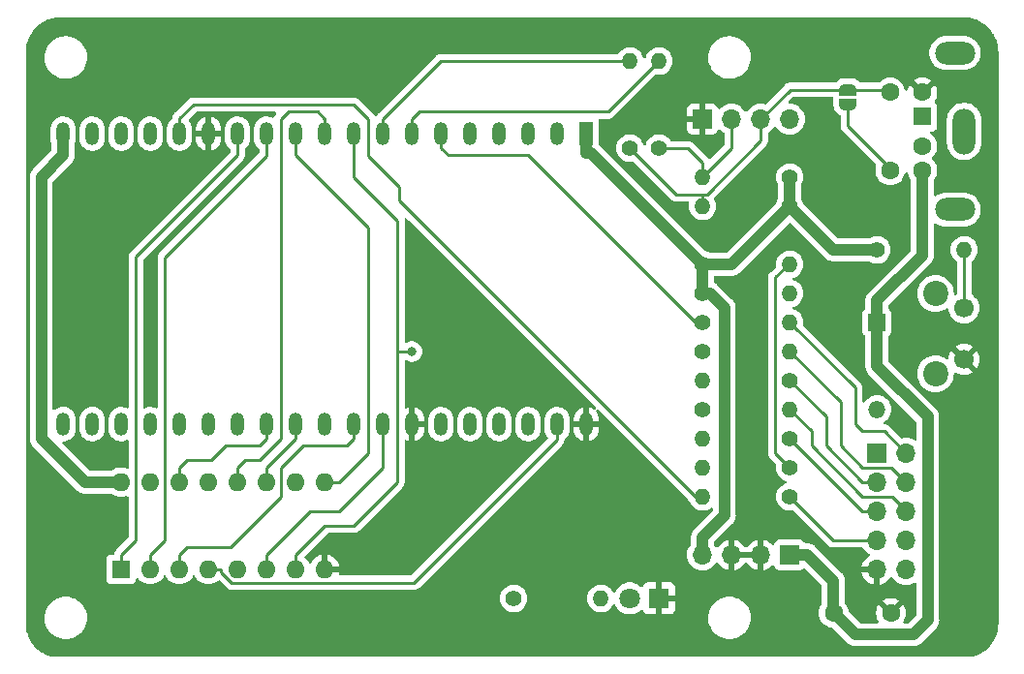
<source format=gbl>
G04 #@! TF.GenerationSoftware,KiCad,Pcbnew,7.0.9*
G04 #@! TF.CreationDate,2023-11-12T17:18:31+09:00*
G04 #@! TF.ProjectId,SharpKeyQ,53686172-704b-4657-9951-2e6b69636164,rev?*
G04 #@! TF.SameCoordinates,Original*
G04 #@! TF.FileFunction,Copper,L2,Bot*
G04 #@! TF.FilePolarity,Positive*
%FSLAX46Y46*%
G04 Gerber Fmt 4.6, Leading zero omitted, Abs format (unit mm)*
G04 Created by KiCad (PCBNEW 7.0.9) date 2023-11-12 17:18:31*
%MOMM*%
%LPD*%
G01*
G04 APERTURE LIST*
G04 Aperture macros list*
%AMFreePoly0*
4,1,19,0.500000,-0.750000,0.000000,-0.750000,0.000000,-0.744911,-0.071157,-0.744911,-0.207708,-0.704816,-0.327430,-0.627875,-0.420627,-0.520320,-0.479746,-0.390866,-0.500000,-0.250000,-0.500000,0.250000,-0.479746,0.390866,-0.420627,0.520320,-0.327430,0.627875,-0.207708,0.704816,-0.071157,0.744911,0.000000,0.744911,0.000000,0.750000,0.500000,0.750000,0.500000,-0.750000,0.500000,-0.750000,
$1*%
%AMFreePoly1*
4,1,19,0.000000,0.744911,0.071157,0.744911,0.207708,0.704816,0.327430,0.627875,0.420627,0.520320,0.479746,0.390866,0.500000,0.250000,0.500000,-0.250000,0.479746,-0.390866,0.420627,-0.520320,0.327430,-0.627875,0.207708,-0.704816,0.071157,-0.744911,0.000000,-0.744911,0.000000,-0.750000,-0.500000,-0.750000,-0.500000,0.750000,0.000000,0.750000,0.000000,0.744911,0.000000,0.744911,
$1*%
G04 Aperture macros list end*
G04 #@! TA.AperFunction,ComponentPad*
%ADD10C,1.400000*%
G04 #@! TD*
G04 #@! TA.AperFunction,ComponentPad*
%ADD11O,1.400000X1.400000*%
G04 #@! TD*
G04 #@! TA.AperFunction,ComponentPad*
%ADD12R,1.600000X1.600000*%
G04 #@! TD*
G04 #@! TA.AperFunction,ComponentPad*
%ADD13O,1.600000X1.600000*%
G04 #@! TD*
G04 #@! TA.AperFunction,ComponentPad*
%ADD14R,1.700000X1.700000*%
G04 #@! TD*
G04 #@! TA.AperFunction,ComponentPad*
%ADD15O,1.700000X1.700000*%
G04 #@! TD*
G04 #@! TA.AperFunction,ComponentPad*
%ADD16R,1.200000X2.000000*%
G04 #@! TD*
G04 #@! TA.AperFunction,ComponentPad*
%ADD17O,1.200000X2.000000*%
G04 #@! TD*
G04 #@! TA.AperFunction,ComponentPad*
%ADD18R,1.500000X1.500000*%
G04 #@! TD*
G04 #@! TA.AperFunction,ComponentPad*
%ADD19O,1.500000X1.500000*%
G04 #@! TD*
G04 #@! TA.AperFunction,ComponentPad*
%ADD20C,1.600000*%
G04 #@! TD*
G04 #@! TA.AperFunction,ComponentPad*
%ADD21R,1.800000X1.800000*%
G04 #@! TD*
G04 #@! TA.AperFunction,ComponentPad*
%ADD22C,1.800000*%
G04 #@! TD*
G04 #@! TA.AperFunction,ComponentPad*
%ADD23C,2.200000*%
G04 #@! TD*
G04 #@! TA.AperFunction,ComponentPad*
%ADD24C,1.700000*%
G04 #@! TD*
G04 #@! TA.AperFunction,ComponentPad*
%ADD25O,3.500000X2.000000*%
G04 #@! TD*
G04 #@! TA.AperFunction,ComponentPad*
%ADD26O,2.000000X4.000000*%
G04 #@! TD*
G04 #@! TA.AperFunction,SMDPad,CuDef*
%ADD27FreePoly0,90.000000*%
G04 #@! TD*
G04 #@! TA.AperFunction,SMDPad,CuDef*
%ADD28FreePoly1,90.000000*%
G04 #@! TD*
G04 #@! TA.AperFunction,ViaPad*
%ADD29C,0.800000*%
G04 #@! TD*
G04 #@! TA.AperFunction,Conductor*
%ADD30C,1.000000*%
G04 #@! TD*
G04 #@! TA.AperFunction,Conductor*
%ADD31C,0.250000*%
G04 #@! TD*
G04 APERTURE END LIST*
D10*
G04 #@! TO.P,R9,1*
G04 #@! TO.N,Net-(U1-ADC2_CH7{slash}GPIO27)*
X142240000Y-100330000D03*
D11*
G04 #@! TO.P,R9,2*
G04 #@! TO.N,Net-(J4-Pin_6)*
X149860000Y-100330000D03*
G04 #@! TD*
D10*
G04 #@! TO.P,R4,1*
G04 #@! TO.N,Net-(J2-Pin_2)*
X138430000Y-77470000D03*
D11*
G04 #@! TO.P,R4,2*
G04 #@! TO.N,Net-(U1-32K_XP{slash}GPIO32{slash}ADC1_CH4)*
X138430000Y-69850000D03*
G04 #@! TD*
D10*
G04 #@! TO.P,R2,1*
G04 #@! TO.N,+3V3*
X149860000Y-82550000D03*
D11*
G04 #@! TO.P,R2,2*
G04 #@! TO.N,Net-(J2-Pin_3)*
X142240000Y-82550000D03*
G04 #@! TD*
D10*
G04 #@! TO.P,R5,1*
G04 #@! TO.N,+3V3*
X157480000Y-86360000D03*
D11*
G04 #@! TO.P,R5,2*
G04 #@! TO.N,Net-(U1-VDET_1{slash}GPIO34{slash}ADC1_CH6)*
X165100000Y-86360000D03*
G04 #@! TD*
D10*
G04 #@! TO.P,R15,1*
G04 #@! TO.N,Net-(U1-ADC2_CH2{slash}GPIO2)*
X125730000Y-116840000D03*
D11*
G04 #@! TO.P,R15,2*
G04 #@! TO.N,Net-(D2-A)*
X133350000Y-116840000D03*
G04 #@! TD*
D10*
G04 #@! TO.P,R14,1*
G04 #@! TO.N,Net-(J4-Pin_3)*
X149860000Y-97790000D03*
D11*
G04 #@! TO.P,R14,2*
G04 #@! TO.N,Net-(U1-GPIO23)*
X142240000Y-97790000D03*
G04 #@! TD*
D12*
G04 #@! TO.P,U2,1,S*
G04 #@! TO.N,Net-(U1-MTDI{slash}GPIO12{slash}ADC2_CH5)*
X91440000Y-114300000D03*
D13*
G04 #@! TO.P,U2,2,I0a*
G04 #@! TO.N,Net-(U1-MTMS{slash}GPIO14{slash}ADC2_CH6)*
X93980000Y-114300000D03*
G04 #@! TO.P,U2,3,I1a*
G04 #@! TO.N,Net-(U1-GPIO18)*
X96520000Y-114300000D03*
G04 #@! TO.P,U2,4,Za*
G04 #@! TO.N,Net-(U1-GPIO23)*
X99060000Y-114300000D03*
G04 #@! TO.P,U2,5,I0b*
G04 #@! TO.N,Net-(U1-MTDO{slash}GPIO15{slash}ADC2_CH3)*
X101600000Y-114300000D03*
G04 #@! TO.P,U2,6,I1b*
G04 #@! TO.N,Net-(U1-GPIO19)*
X104140000Y-114300000D03*
G04 #@! TO.P,U2,7,Zb*
G04 #@! TO.N,Net-(U1-DAC_1{slash}ADC2_CH8{slash}GPIO25)*
X106680000Y-114300000D03*
G04 #@! TO.P,U2,8,GND*
G04 #@! TO.N,GND*
X109220000Y-114300000D03*
G04 #@! TO.P,U2,9,Zd*
G04 #@! TO.N,Net-(U1-ADC2_CH7{slash}GPIO27)*
X109220000Y-106680000D03*
G04 #@! TO.P,U2,10,I1d*
G04 #@! TO.N,Net-(U1-GPIO22)*
X106680000Y-106680000D03*
G04 #@! TO.P,U2,11,I0d*
G04 #@! TO.N,Net-(U1-GPIO17)*
X104140000Y-106680000D03*
G04 #@! TO.P,U2,12,Zc*
G04 #@! TO.N,Net-(U1-DAC_2{slash}ADC2_CH9{slash}GPIO26)*
X101600000Y-106680000D03*
G04 #@! TO.P,U2,13,I1c*
G04 #@! TO.N,Net-(U1-GPIO21)*
X99060000Y-106680000D03*
G04 #@! TO.P,U2,14,I0c*
G04 #@! TO.N,Net-(U1-GPIO16)*
X96520000Y-106680000D03*
G04 #@! TO.P,U2,15,OE*
G04 #@! TO.N,Net-(U1-VDET_2{slash}GPIO35{slash}ADC1_CH7)*
X93980000Y-106680000D03*
G04 #@! TO.P,U2,16,VCC*
G04 #@! TO.N,+5V*
X91440000Y-106680000D03*
G04 #@! TD*
D14*
G04 #@! TO.P,J3,1,Pin_1*
G04 #@! TO.N,+5V*
X149860000Y-113030000D03*
D15*
G04 #@! TO.P,J3,2,Pin_2*
G04 #@! TO.N,GND*
X147320000Y-113030000D03*
G04 #@! TO.P,J3,3,Pin_3*
X144780000Y-113030000D03*
G04 #@! TO.P,J3,4,Pin_4*
G04 #@! TO.N,+3V3*
X142240000Y-113030000D03*
G04 #@! TD*
D16*
G04 #@! TO.P,U1,1,3V3*
G04 #@! TO.N,+3V3*
X132080000Y-76200000D03*
D17*
G04 #@! TO.P,U1,2,CHIP_PU*
G04 #@! TO.N,unconnected-(U1-CHIP_PU-Pad2)*
X129540000Y-76200000D03*
G04 #@! TO.P,U1,3,SENSOR_VP/GPIO36/ADC1_CH0*
G04 #@! TO.N,unconnected-(U1-SENSOR_VP{slash}GPIO36{slash}ADC1_CH0-Pad3)*
X127000000Y-76200000D03*
G04 #@! TO.P,U1,4,SENSOR_VN/GPIO39/ADC1_CH3*
G04 #@! TO.N,unconnected-(U1-SENSOR_VN{slash}GPIO39{slash}ADC1_CH3-Pad4)*
X124460000Y-76200000D03*
G04 #@! TO.P,U1,5,VDET_1/GPIO34/ADC1_CH6*
G04 #@! TO.N,Net-(U1-VDET_1{slash}GPIO34{slash}ADC1_CH6)*
X121920000Y-76200000D03*
G04 #@! TO.P,U1,6,VDET_2/GPIO35/ADC1_CH7*
G04 #@! TO.N,Net-(U1-VDET_2{slash}GPIO35{slash}ADC1_CH7)*
X119380000Y-76200000D03*
G04 #@! TO.P,U1,7,32K_XP/GPIO32/ADC1_CH4*
G04 #@! TO.N,Net-(U1-32K_XP{slash}GPIO32{slash}ADC1_CH4)*
X116840000Y-76200000D03*
G04 #@! TO.P,U1,8,32K_XN/GPIO33/ADC1_CH5*
G04 #@! TO.N,Net-(U1-32K_XN{slash}GPIO33{slash}ADC1_CH5)*
X114300000Y-76200000D03*
G04 #@! TO.P,U1,9,DAC_1/ADC2_CH8/GPIO25*
G04 #@! TO.N,Net-(U1-DAC_1{slash}ADC2_CH8{slash}GPIO25)*
X111760000Y-76200000D03*
G04 #@! TO.P,U1,10,DAC_2/ADC2_CH9/GPIO26*
G04 #@! TO.N,Net-(U1-DAC_2{slash}ADC2_CH9{slash}GPIO26)*
X109220000Y-76200000D03*
G04 #@! TO.P,U1,11,ADC2_CH7/GPIO27*
G04 #@! TO.N,Net-(U1-ADC2_CH7{slash}GPIO27)*
X106680000Y-76200000D03*
G04 #@! TO.P,U1,12,MTMS/GPIO14/ADC2_CH6*
G04 #@! TO.N,Net-(U1-MTMS{slash}GPIO14{slash}ADC2_CH6)*
X104140000Y-76200000D03*
G04 #@! TO.P,U1,13,MTDI/GPIO12/ADC2_CH5*
G04 #@! TO.N,Net-(U1-MTDI{slash}GPIO12{slash}ADC2_CH5)*
X101600000Y-76200000D03*
G04 #@! TO.P,U1,14,GND*
G04 #@! TO.N,GND*
X99060000Y-76200000D03*
G04 #@! TO.P,U1,15,MTCK/GPIO13/ADC2_CH4*
G04 #@! TO.N,Net-(U1-MTCK{slash}GPIO13{slash}ADC2_CH4)*
X96520000Y-76200000D03*
G04 #@! TO.P,U1,16,SD_DATA2/GPIO9*
G04 #@! TO.N,unconnected-(U1-SD_DATA2{slash}GPIO9-Pad16)*
X93980000Y-76200000D03*
G04 #@! TO.P,U1,17,SD_DATA3/GPIO10*
G04 #@! TO.N,unconnected-(U1-SD_DATA3{slash}GPIO10-Pad17)*
X91440000Y-76200000D03*
G04 #@! TO.P,U1,18,CMD*
G04 #@! TO.N,unconnected-(U1-CMD-Pad18)*
X88900000Y-76200000D03*
G04 #@! TO.P,U1,19,5V*
G04 #@! TO.N,+5V*
X86360000Y-76200000D03*
G04 #@! TO.P,U1,20,SD_CLK/GPIO6*
G04 #@! TO.N,unconnected-(U1-SD_CLK{slash}GPIO6-Pad20)*
X86362720Y-101596320D03*
G04 #@! TO.P,U1,21,SD_DATA0/GPIO7*
G04 #@! TO.N,unconnected-(U1-SD_DATA0{slash}GPIO7-Pad21)*
X88902720Y-101596320D03*
G04 #@! TO.P,U1,22,SD_DATA1/GPIO8*
G04 #@! TO.N,unconnected-(U1-SD_DATA1{slash}GPIO8-Pad22)*
X91440000Y-101600000D03*
G04 #@! TO.P,U1,23,MTDO/GPIO15/ADC2_CH3*
G04 #@! TO.N,Net-(U1-MTDO{slash}GPIO15{slash}ADC2_CH3)*
X93980000Y-101600000D03*
G04 #@! TO.P,U1,24,ADC2_CH2/GPIO2*
G04 #@! TO.N,Net-(U1-ADC2_CH2{slash}GPIO2)*
X96520000Y-101600000D03*
G04 #@! TO.P,U1,25,GPIO0/BOOT/ADC2_CH1*
G04 #@! TO.N,unconnected-(U1-GPIO0{slash}BOOT{slash}ADC2_CH1-Pad25)*
X99060000Y-101600000D03*
G04 #@! TO.P,U1,26,ADC2_CH0/GPIO4*
G04 #@! TO.N,unconnected-(U1-ADC2_CH0{slash}GPIO4-Pad26)*
X101600000Y-101600000D03*
G04 #@! TO.P,U1,27,GPIO16*
G04 #@! TO.N,Net-(U1-GPIO16)*
X104140000Y-101600000D03*
G04 #@! TO.P,U1,28,GPIO17*
G04 #@! TO.N,Net-(U1-GPIO17)*
X106680000Y-101600000D03*
G04 #@! TO.P,U1,29,GPIO5*
G04 #@! TO.N,unconnected-(U1-GPIO5-Pad29)*
X109220000Y-101600000D03*
G04 #@! TO.P,U1,30,GPIO18*
G04 #@! TO.N,Net-(U1-GPIO18)*
X111760000Y-101600000D03*
G04 #@! TO.P,U1,31,GPIO19*
G04 #@! TO.N,Net-(U1-GPIO19)*
X114300000Y-101600000D03*
G04 #@! TO.P,U1,32,GND*
G04 #@! TO.N,GND*
X116840000Y-101600000D03*
G04 #@! TO.P,U1,33,GPIO21*
G04 #@! TO.N,Net-(U1-GPIO21)*
X119380000Y-101600000D03*
G04 #@! TO.P,U1,34,U0RXD/GPIO3*
G04 #@! TO.N,unconnected-(U1-U0RXD{slash}GPIO3-Pad34)*
X121920000Y-101600000D03*
G04 #@! TO.P,U1,35,U0TXD/GPIO1*
G04 #@! TO.N,unconnected-(U1-U0TXD{slash}GPIO1-Pad35)*
X124460000Y-101600000D03*
G04 #@! TO.P,U1,36,GPIO22*
G04 #@! TO.N,Net-(U1-GPIO22)*
X127000000Y-101600000D03*
G04 #@! TO.P,U1,37,GPIO23*
G04 #@! TO.N,Net-(U1-GPIO23)*
X129540000Y-101600000D03*
G04 #@! TO.P,U1,38,GND*
G04 #@! TO.N,GND*
X132080000Y-101600000D03*
G04 #@! TD*
D10*
G04 #@! TO.P,R12,1*
G04 #@! TO.N,Net-(J4-Pin_7)*
X149860000Y-107950000D03*
D11*
G04 #@! TO.P,R12,2*
G04 #@! TO.N,Net-(U1-MTCK{slash}GPIO13{slash}ADC2_CH4)*
X142240000Y-107950000D03*
G04 #@! TD*
D18*
G04 #@! TO.P,D1,1,K*
G04 #@! TO.N,+5V*
X157480000Y-92705000D03*
D19*
G04 #@! TO.P,D1,2,A*
G04 #@! TO.N,Net-(D1-A)*
X157480000Y-100325000D03*
G04 #@! TD*
D20*
G04 #@! TO.P,C1,1*
G04 #@! TO.N,+5V*
X153710000Y-118110000D03*
G04 #@! TO.P,C1,2*
G04 #@! TO.N,GND*
X158710000Y-118110000D03*
G04 #@! TD*
D10*
G04 #@! TO.P,R8,1*
G04 #@! TO.N,Net-(U1-MTDI{slash}GPIO12{slash}ADC2_CH5)*
X149860000Y-105410000D03*
D11*
G04 #@! TO.P,R8,2*
G04 #@! TO.N,Net-(J4-Pin_8)*
X142240000Y-105410000D03*
G04 #@! TD*
D10*
G04 #@! TO.P,R10,1*
G04 #@! TO.N,Net-(U1-DAC_1{slash}ADC2_CH8{slash}GPIO25)*
X142240000Y-95250000D03*
D11*
G04 #@! TO.P,R10,2*
G04 #@! TO.N,Net-(J4-Pin_4)*
X149860000Y-95250000D03*
G04 #@! TD*
D10*
G04 #@! TO.P,R6,1*
G04 #@! TO.N,+3V3*
X142240000Y-90170000D03*
D11*
G04 #@! TO.P,R6,2*
G04 #@! TO.N,Net-(U1-VDET_2{slash}GPIO35{slash}ADC1_CH7)*
X149860000Y-90170000D03*
G04 #@! TD*
D14*
G04 #@! TO.P,J2,1,Pin_1*
G04 #@! TO.N,GND*
X142240000Y-74930000D03*
D15*
G04 #@! TO.P,J2,2,Pin_2*
G04 #@! TO.N,Net-(J2-Pin_2)*
X144780000Y-74930000D03*
G04 #@! TO.P,J2,3,Pin_3*
G04 #@! TO.N,Net-(J2-Pin_3)*
X147320000Y-74930000D03*
G04 #@! TO.P,J2,4,Pin_4*
G04 #@! TO.N,+5V*
X149860000Y-74930000D03*
G04 #@! TD*
D10*
G04 #@! TO.P,R11,1*
G04 #@! TO.N,Net-(U1-VDET_2{slash}GPIO35{slash}ADC1_CH7)*
X142240000Y-92710000D03*
D11*
G04 #@! TO.P,R11,2*
G04 #@! TO.N,Net-(J4-Pin_2)*
X149860000Y-92710000D03*
G04 #@! TD*
D10*
G04 #@! TO.P,R1,1*
G04 #@! TO.N,+3V3*
X149860000Y-80010000D03*
D11*
G04 #@! TO.P,R1,2*
G04 #@! TO.N,Net-(J2-Pin_2)*
X142240000Y-80010000D03*
G04 #@! TD*
D10*
G04 #@! TO.P,R7,1*
G04 #@! TO.N,+3V3*
X142240000Y-87630000D03*
D11*
G04 #@! TO.P,R7,2*
G04 #@! TO.N,Net-(U1-MTDI{slash}GPIO12{slash}ADC2_CH5)*
X149860000Y-87630000D03*
G04 #@! TD*
D21*
G04 #@! TO.P,D2,1,K*
G04 #@! TO.N,GND*
X138430000Y-116840000D03*
D22*
G04 #@! TO.P,D2,2,A*
G04 #@! TO.N,Net-(D2-A)*
X135890000Y-116840000D03*
G04 #@! TD*
D23*
G04 #@! TO.P,SW1,*
G04 #@! TO.N,*
X162600000Y-90190000D03*
X162600000Y-97190000D03*
D24*
G04 #@! TO.P,SW1,1,1*
G04 #@! TO.N,Net-(U1-VDET_1{slash}GPIO34{slash}ADC1_CH6)*
X165100000Y-91440000D03*
G04 #@! TO.P,SW1,2,2*
G04 #@! TO.N,GND*
X165100000Y-95940000D03*
G04 #@! TD*
D14*
G04 #@! TO.P,J4,1,Pin_1*
G04 #@! TO.N,Net-(D1-A)*
X157480000Y-104145000D03*
D15*
G04 #@! TO.P,J4,2,Pin_2*
G04 #@! TO.N,Net-(J4-Pin_2)*
X160020000Y-104145000D03*
G04 #@! TO.P,J4,3,Pin_3*
G04 #@! TO.N,Net-(J4-Pin_3)*
X157480000Y-106685000D03*
G04 #@! TO.P,J4,4,Pin_4*
G04 #@! TO.N,Net-(J4-Pin_4)*
X160020000Y-106685000D03*
G04 #@! TO.P,J4,5,Pin_5*
G04 #@! TO.N,Net-(J4-Pin_5)*
X157480000Y-109225000D03*
G04 #@! TO.P,J4,6,Pin_6*
G04 #@! TO.N,Net-(J4-Pin_6)*
X160020000Y-109225000D03*
G04 #@! TO.P,J4,7,Pin_7*
G04 #@! TO.N,Net-(J4-Pin_7)*
X157480000Y-111765000D03*
G04 #@! TO.P,J4,8,Pin_8*
G04 #@! TO.N,Net-(J4-Pin_8)*
X160020000Y-111765000D03*
G04 #@! TO.P,J4,9,Pin_9*
G04 #@! TO.N,GND*
X157480000Y-114305000D03*
G04 #@! TO.P,J4,10,Pin_10*
G04 #@! TO.N,unconnected-(J4-Pin_10-Pad10)*
X160020000Y-114305000D03*
G04 #@! TD*
D10*
G04 #@! TO.P,R3,1*
G04 #@! TO.N,Net-(J2-Pin_3)*
X135890000Y-77470000D03*
D11*
G04 #@! TO.P,R3,2*
G04 #@! TO.N,Net-(U1-32K_XN{slash}GPIO33{slash}ADC1_CH5)*
X135890000Y-69850000D03*
G04 #@! TD*
D12*
G04 #@! TO.P,J1,1*
G04 #@! TO.N,Net-(J2-Pin_2)*
X161450000Y-74700000D03*
D20*
G04 #@! TO.P,J1,2*
G04 #@! TO.N,unconnected-(J1-Pad2)*
X161450000Y-77300000D03*
G04 #@! TO.P,J1,3*
G04 #@! TO.N,GND*
X161450000Y-72600000D03*
G04 #@! TO.P,J1,4*
G04 #@! TO.N,+5V*
X161450000Y-79400000D03*
G04 #@! TO.P,J1,5*
G04 #@! TO.N,Net-(J2-Pin_3)*
X158650000Y-72600000D03*
G04 #@! TO.P,J1,6*
G04 #@! TO.N,Net-(JP1-A)*
X158650000Y-79400000D03*
D25*
G04 #@! TO.P,J1,7*
G04 #@! TO.N,N/C*
X164300000Y-82850000D03*
D26*
X165100000Y-76000000D03*
D25*
X164300000Y-69150000D03*
G04 #@! TD*
D10*
G04 #@! TO.P,R13,1*
G04 #@! TO.N,Net-(J4-Pin_5)*
X149860000Y-102870000D03*
D11*
G04 #@! TO.P,R13,2*
G04 #@! TO.N,Net-(U1-DAC_2{slash}ADC2_CH9{slash}GPIO26)*
X142240000Y-102870000D03*
G04 #@! TD*
D27*
G04 #@! TO.P,JP1,1,A*
G04 #@! TO.N,Net-(JP1-A)*
X154940000Y-73660000D03*
D28*
G04 #@! TO.P,JP1,2,B*
G04 #@! TO.N,Net-(J2-Pin_3)*
X154940000Y-72360000D03*
G04 #@! TD*
D29*
G04 #@! TO.N,Net-(U1-DAC_1{slash}ADC2_CH8{slash}GPIO25)*
X116840000Y-95250000D03*
G04 #@! TD*
D30*
G04 #@! TO.N,+5V*
X153710000Y-118110000D02*
X153670000Y-118070000D01*
X88265000Y-106680000D02*
X91440000Y-106680000D01*
X157480000Y-96520000D02*
X161925000Y-100965000D01*
X157480000Y-90805000D02*
X157480000Y-92705000D01*
X155615000Y-120015000D02*
X153710000Y-118110000D01*
X84455000Y-102870000D02*
X88265000Y-106680000D01*
X160655001Y-120015000D02*
X155615000Y-120015000D01*
X153670000Y-118070000D02*
X153670000Y-115289900D01*
X153670000Y-115289900D02*
X151410100Y-113030000D01*
X86360000Y-78105000D02*
X84455000Y-80010000D01*
X161925000Y-118745000D02*
X160655001Y-120015000D01*
X84455000Y-80010000D02*
X84455000Y-102870000D01*
X161450000Y-79400000D02*
X161450000Y-86835000D01*
X151410100Y-113030000D02*
X149860000Y-113030000D01*
X161925000Y-100965000D02*
X161925000Y-118745000D01*
X157480000Y-92705000D02*
X157480000Y-96520000D01*
X86360000Y-76200000D02*
X86360000Y-78105000D01*
X161450000Y-86835000D02*
X157480000Y-90805000D01*
D31*
G04 #@! TO.N,Net-(J2-Pin_2)*
X142240000Y-78740000D02*
X142240000Y-80010000D01*
X138430000Y-77470000D02*
X140970000Y-77470000D01*
X140970000Y-77470000D02*
X142240000Y-78740000D01*
X144780000Y-77470000D02*
X142240000Y-80010000D01*
X144780000Y-74930000D02*
X144780000Y-77470000D01*
D30*
G04 #@! TO.N,+3V3*
X157480000Y-86360000D02*
X153670000Y-86360000D01*
X132510100Y-77900100D02*
X142240000Y-87630000D01*
X144780000Y-87630000D02*
X149860000Y-82550000D01*
X142240000Y-113030000D02*
X142240000Y-111479900D01*
X142240000Y-87630000D02*
X142240000Y-90170000D01*
X132080000Y-77900100D02*
X132510100Y-77900100D01*
X153670000Y-86360000D02*
X149860000Y-82550000D01*
X142875000Y-90170000D02*
X142240000Y-90170000D01*
X144145000Y-91440000D02*
X142875000Y-90170000D01*
X132080000Y-76200000D02*
X132080000Y-77900100D01*
X142240000Y-87630000D02*
X144780000Y-87630000D01*
X144145000Y-109574900D02*
X144145000Y-91440000D01*
X149860000Y-80010000D02*
X149860000Y-82550000D01*
X142240000Y-111479900D02*
X144145000Y-109574900D01*
D31*
G04 #@! TO.N,Net-(U1-32K_XN{slash}GPIO33{slash}ADC1_CH5)*
X119380000Y-69850000D02*
X135890000Y-69850000D01*
X114300000Y-76200000D02*
X114300000Y-74930000D01*
X114300000Y-74930000D02*
X119380000Y-69850000D01*
G04 #@! TO.N,Net-(U1-32K_XP{slash}GPIO32{slash}ADC1_CH4)*
X116840000Y-76200000D02*
X116840000Y-74930000D01*
X117475000Y-74295000D02*
X133985000Y-74295000D01*
X116840000Y-74930000D02*
X117475000Y-74295000D01*
X133985000Y-74295000D02*
X138430000Y-69850000D01*
G04 #@! TO.N,Net-(U1-VDET_1{slash}GPIO34{slash}ADC1_CH6)*
X165100000Y-91440000D02*
X165100000Y-86360000D01*
G04 #@! TO.N,Net-(U1-VDET_2{slash}GPIO35{slash}ADC1_CH7)*
X119380000Y-76200000D02*
X119380000Y-77470000D01*
X120015000Y-78105000D02*
X127000000Y-78105000D01*
X127000000Y-78105000D02*
X141605000Y-92710000D01*
X141605000Y-92710000D02*
X142240000Y-92710000D01*
X119380000Y-77470000D02*
X120015000Y-78105000D01*
G04 #@! TO.N,Net-(U1-MTDI{slash}GPIO12{slash}ADC2_CH5)*
X91440000Y-113030000D02*
X92710000Y-111760000D01*
X92710000Y-111760000D02*
X92710000Y-86995000D01*
X149860000Y-87630000D02*
X149737550Y-87630000D01*
X148590000Y-88777550D02*
X148590000Y-104140000D01*
X101600000Y-78105000D02*
X101600000Y-76200000D01*
X91440000Y-114300000D02*
X91440000Y-113030000D01*
X92710000Y-86995000D02*
X101600000Y-78105000D01*
X148590000Y-104140000D02*
X149860000Y-105410000D01*
X149737550Y-87630000D02*
X148590000Y-88777550D01*
G04 #@! TO.N,Net-(U1-ADC2_CH7{slash}GPIO27)*
X106680000Y-78105000D02*
X113030000Y-84455000D01*
X110490000Y-106680000D02*
X109220000Y-106680000D01*
X113030000Y-84455000D02*
X113030000Y-104140000D01*
X113030000Y-104140000D02*
X110490000Y-106680000D01*
X106680000Y-76200000D02*
X106680000Y-78105000D01*
G04 #@! TO.N,Net-(U1-DAC_1{slash}ADC2_CH8{slash}GPIO25)*
X111760000Y-80010000D02*
X115570000Y-83820000D01*
X115570000Y-83820000D02*
X115570000Y-106680000D01*
X115570000Y-95250000D02*
X116840000Y-95250000D01*
X111760000Y-76200000D02*
X111760000Y-80010000D01*
X111760000Y-110490000D02*
X109220000Y-110490000D01*
X115570000Y-106680000D02*
X111760000Y-110490000D01*
X106680000Y-113030000D02*
X106680000Y-114300000D01*
X109220000Y-110490000D02*
X106680000Y-113030000D01*
G04 #@! TO.N,Net-(U1-MTCK{slash}GPIO13{slash}ADC2_CH4)*
X115715600Y-80844304D02*
X113030000Y-78158704D01*
X97734900Y-73660000D02*
X96520000Y-74874900D01*
X96520000Y-74874900D02*
X96520000Y-76200000D01*
X113030000Y-74930000D02*
X111760000Y-73660000D01*
X111760000Y-73660000D02*
X97734900Y-73660000D01*
X115715600Y-82060600D02*
X115715600Y-80844304D01*
X141605000Y-107950000D02*
X115715600Y-82060600D01*
X142240000Y-107950000D02*
X141605000Y-107950000D01*
X113030000Y-78158704D02*
X113030000Y-74930000D01*
G04 #@! TO.N,Net-(U1-DAC_2{slash}ADC2_CH9{slash}GPIO26)*
X108585000Y-74295000D02*
X106045000Y-74295000D01*
X106045000Y-74295000D02*
X105410000Y-74930000D01*
X101600000Y-105410000D02*
X101600000Y-106680000D01*
X105410000Y-74930000D02*
X105410000Y-102870000D01*
X109220000Y-76200000D02*
X109220000Y-74930000D01*
X109220000Y-74930000D02*
X108585000Y-74295000D01*
X105410000Y-102870000D02*
X103505000Y-104775000D01*
X102235000Y-104775000D02*
X101600000Y-105410000D01*
X103505000Y-104775000D02*
X102235000Y-104775000D01*
G04 #@! TO.N,Net-(U1-GPIO23)*
X117000100Y-115465000D02*
X101116900Y-115465000D01*
X129540000Y-102925100D02*
X117000100Y-115465000D01*
X129540000Y-101600000D02*
X129540000Y-102925100D01*
X100185100Y-114533200D02*
X100185100Y-114300000D01*
X101116900Y-115465000D02*
X100185100Y-114533200D01*
X99060000Y-114300000D02*
X100185100Y-114300000D01*
G04 #@! TO.N,Net-(U1-MTMS{slash}GPIO14{slash}ADC2_CH6)*
X104140000Y-76200000D02*
X104140000Y-78132550D01*
X93980000Y-113030000D02*
X93980000Y-114300000D01*
X95250000Y-111760000D02*
X93980000Y-113030000D01*
X95250000Y-87022550D02*
X95250000Y-111760000D01*
X104140000Y-78132550D02*
X95250000Y-87022550D01*
G04 #@! TO.N,Net-(U1-GPIO16)*
X104140000Y-101600000D02*
X104140000Y-102870000D01*
X103505000Y-103505000D02*
X100586900Y-103505000D01*
X100586900Y-103505000D02*
X99316900Y-104775000D01*
X104140000Y-102870000D02*
X103505000Y-103505000D01*
X97155000Y-104775000D02*
X96520000Y-105410000D01*
X96520000Y-105410000D02*
X96520000Y-106680000D01*
X99316900Y-104775000D02*
X97155000Y-104775000D01*
G04 #@! TO.N,Net-(U1-GPIO17)*
X106680000Y-102870000D02*
X104140000Y-105410000D01*
X106680000Y-101600000D02*
X106680000Y-102870000D01*
X104140000Y-105410000D02*
X104140000Y-106680000D01*
G04 #@! TO.N,Net-(U1-GPIO18)*
X107315000Y-103505000D02*
X105410000Y-105410000D01*
X100965000Y-112395000D02*
X97155000Y-112395000D01*
X111760000Y-102870000D02*
X111125000Y-103505000D01*
X111760000Y-101600000D02*
X111760000Y-102870000D01*
X96520000Y-113030000D02*
X96520000Y-114300000D01*
X105410000Y-107950000D02*
X100965000Y-112395000D01*
X97155000Y-112395000D02*
X96520000Y-113030000D01*
X111125000Y-103505000D02*
X107315000Y-103505000D01*
X105410000Y-105410000D02*
X105410000Y-107950000D01*
G04 #@! TO.N,Net-(U1-GPIO19)*
X114300000Y-101600000D02*
X114300000Y-105410000D01*
X107950000Y-109220000D02*
X104140000Y-113030000D01*
X114300000Y-105410000D02*
X110490000Y-109220000D01*
X104140000Y-113030000D02*
X104140000Y-114300000D01*
X110490000Y-109220000D02*
X107950000Y-109220000D01*
G04 #@! TO.N,Net-(JP1-A)*
X158650000Y-79275000D02*
X158650000Y-79400000D01*
X154940000Y-73660000D02*
X154940000Y-75565000D01*
X154940000Y-75565000D02*
X158650000Y-79275000D01*
G04 #@! TO.N,Net-(J2-Pin_3)*
X154940000Y-72360000D02*
X149890000Y-72360000D01*
X139944900Y-81524900D02*
X142240000Y-81524900D01*
X135890000Y-77470000D02*
X139944900Y-81524900D01*
X149890000Y-72360000D02*
X147320000Y-74930000D01*
X142240000Y-82550000D02*
X142240000Y-81524900D01*
X158410000Y-72360000D02*
X154940000Y-72360000D01*
X147320000Y-76835000D02*
X142630100Y-81524900D01*
X158650000Y-72600000D02*
X158410000Y-72360000D01*
X147320000Y-74930000D02*
X147320000Y-76835000D01*
X142630100Y-81524900D02*
X142240000Y-81524900D01*
G04 #@! TO.N,Net-(J4-Pin_2)*
X158110000Y-102235000D02*
X156210000Y-102235000D01*
X155575000Y-101600000D02*
X155575000Y-98425000D01*
X156210000Y-102235000D02*
X155575000Y-101600000D01*
X160020000Y-104145000D02*
X158110000Y-102235000D01*
X155575000Y-98425000D02*
X149860000Y-92710000D01*
G04 #@! TO.N,Net-(J4-Pin_3)*
X153035000Y-100965000D02*
X149860000Y-97790000D01*
X157480000Y-106685000D02*
X156215000Y-106685000D01*
X156215000Y-106685000D02*
X153035000Y-103505000D01*
X153035000Y-103505000D02*
X153035000Y-100965000D01*
G04 #@! TO.N,Net-(J4-Pin_4)*
X154305000Y-103505000D02*
X154305000Y-99695000D01*
X158750000Y-105410000D02*
X156210000Y-105410000D01*
X160020000Y-106685000D02*
X160020000Y-106680000D01*
X154305000Y-99695000D02*
X149860000Y-95250000D01*
X160020000Y-106680000D02*
X158750000Y-105410000D01*
X156210000Y-105410000D02*
X154305000Y-103505000D01*
G04 #@! TO.N,Net-(J4-Pin_5)*
X156215000Y-109225000D02*
X149860000Y-102870000D01*
X157480000Y-109225000D02*
X156215000Y-109225000D01*
G04 #@! TO.N,Net-(J4-Pin_6)*
X160020000Y-109125100D02*
X158844900Y-107950000D01*
X158844900Y-107950000D02*
X156210000Y-107950000D01*
X151765000Y-102235000D02*
X149860000Y-100330000D01*
X156210000Y-107950000D02*
X151765000Y-103505000D01*
X151765000Y-103505000D02*
X151765000Y-102235000D01*
X160020000Y-109225000D02*
X160020000Y-109125100D01*
G04 #@! TO.N,Net-(J4-Pin_7)*
X157480000Y-111765000D02*
X153675000Y-111765000D01*
X153675000Y-111765000D02*
X149860000Y-107950000D01*
G04 #@! TD*
G04 #@! TA.AperFunction,Conductor*
G04 #@! TO.N,GND*
G36*
X146860507Y-112820156D02*
G01*
X146820000Y-112958111D01*
X146820000Y-113101889D01*
X146860507Y-113239844D01*
X146886314Y-113280000D01*
X145213686Y-113280000D01*
X145239493Y-113239844D01*
X145280000Y-113101889D01*
X145280000Y-112958111D01*
X145239493Y-112820156D01*
X145213686Y-112780000D01*
X146886314Y-112780000D01*
X146860507Y-112820156D01*
G37*
G04 #@! TD.AperFunction*
G04 #@! TA.AperFunction,Conductor*
G36*
X165101619Y-66040584D02*
G01*
X165233628Y-66047503D01*
X165417027Y-66057803D01*
X165423212Y-66058465D01*
X165575647Y-66082608D01*
X165738194Y-66110226D01*
X165743811Y-66111453D01*
X165896693Y-66152418D01*
X165989122Y-66179046D01*
X166051724Y-66197082D01*
X166056759Y-66198769D01*
X166206183Y-66256127D01*
X166354007Y-66317358D01*
X166358412Y-66319388D01*
X166424180Y-66352899D01*
X166501921Y-66392511D01*
X166577428Y-66434241D01*
X166641480Y-66469641D01*
X166645215Y-66471882D01*
X166719487Y-66520115D01*
X166780872Y-66559980D01*
X166868357Y-66622053D01*
X166910764Y-66652142D01*
X166913886Y-66654510D01*
X167038748Y-66755621D01*
X167041034Y-66757567D01*
X167158721Y-66862738D01*
X167161248Y-66865128D01*
X167274870Y-66978750D01*
X167277260Y-66981277D01*
X167382431Y-67098964D01*
X167384385Y-67101260D01*
X167485480Y-67226102D01*
X167487862Y-67229243D01*
X167580019Y-67359127D01*
X167633758Y-67441875D01*
X167668106Y-67494767D01*
X167670364Y-67498531D01*
X167747488Y-67638078D01*
X167820604Y-67781575D01*
X167822643Y-67785997D01*
X167883877Y-67933829D01*
X167941221Y-68083217D01*
X167942916Y-68088273D01*
X167987579Y-68243297D01*
X168028541Y-68396171D01*
X168029778Y-68401835D01*
X168057394Y-68564369D01*
X168081530Y-68716758D01*
X168082196Y-68722985D01*
X168092509Y-68906617D01*
X168099415Y-69038377D01*
X168099500Y-69041623D01*
X168099500Y-119038376D01*
X168099415Y-119041622D01*
X168092509Y-119173382D01*
X168082196Y-119357013D01*
X168081530Y-119363240D01*
X168057394Y-119515630D01*
X168029778Y-119678163D01*
X168028541Y-119683827D01*
X167987579Y-119836702D01*
X167942916Y-119991725D01*
X167941221Y-119996781D01*
X167883877Y-120146170D01*
X167822643Y-120294001D01*
X167820604Y-120298423D01*
X167747488Y-120441921D01*
X167670364Y-120581467D01*
X167668097Y-120585246D01*
X167580019Y-120720872D01*
X167487862Y-120850755D01*
X167485480Y-120853896D01*
X167384385Y-120978738D01*
X167382431Y-120981034D01*
X167277260Y-121098721D01*
X167274870Y-121101248D01*
X167161248Y-121214870D01*
X167158721Y-121217260D01*
X167041034Y-121322431D01*
X167038738Y-121324385D01*
X166913896Y-121425480D01*
X166910755Y-121427862D01*
X166780872Y-121520019D01*
X166645246Y-121608097D01*
X166641467Y-121610364D01*
X166501921Y-121687488D01*
X166358423Y-121760604D01*
X166354001Y-121762643D01*
X166206170Y-121823877D01*
X166056781Y-121881221D01*
X166051725Y-121882916D01*
X165939832Y-121915153D01*
X165905503Y-121920000D01*
X85294496Y-121920000D01*
X85260167Y-121915153D01*
X85148273Y-121882916D01*
X85143216Y-121881221D01*
X84993829Y-121823877D01*
X84845997Y-121762643D01*
X84841575Y-121760604D01*
X84698078Y-121687488D01*
X84558531Y-121610364D01*
X84554767Y-121608106D01*
X84501875Y-121573758D01*
X84419127Y-121520019D01*
X84289243Y-121427862D01*
X84286102Y-121425480D01*
X84161260Y-121324385D01*
X84158964Y-121322431D01*
X84041277Y-121217260D01*
X84038750Y-121214870D01*
X83925128Y-121101248D01*
X83922738Y-121098721D01*
X83817567Y-120981034D01*
X83815613Y-120978738D01*
X83714510Y-120853886D01*
X83712136Y-120850755D01*
X83619980Y-120720872D01*
X83587406Y-120670715D01*
X83531882Y-120585215D01*
X83529641Y-120581480D01*
X83494241Y-120517428D01*
X83452511Y-120441921D01*
X83406214Y-120351060D01*
X83379388Y-120298412D01*
X83377358Y-120294007D01*
X83316122Y-120146170D01*
X83258769Y-119996759D01*
X83257082Y-119991724D01*
X83212420Y-119836702D01*
X83171453Y-119683811D01*
X83170226Y-119678194D01*
X83142601Y-119515606D01*
X83118465Y-119363212D01*
X83117803Y-119357027D01*
X83107490Y-119173382D01*
X83100584Y-119041620D01*
X83100500Y-119038377D01*
X83100500Y-118607763D01*
X84745787Y-118607763D01*
X84775413Y-118877013D01*
X84775415Y-118877024D01*
X84838427Y-119118048D01*
X84843928Y-119139088D01*
X84949870Y-119388390D01*
X84994447Y-119461432D01*
X85090979Y-119619605D01*
X85090986Y-119619615D01*
X85264253Y-119827819D01*
X85264259Y-119827824D01*
X85425649Y-119972429D01*
X85465998Y-120008582D01*
X85691910Y-120158044D01*
X85937176Y-120273020D01*
X85937183Y-120273022D01*
X85937185Y-120273023D01*
X86196557Y-120351057D01*
X86196564Y-120351058D01*
X86196569Y-120351060D01*
X86464561Y-120390500D01*
X86464566Y-120390500D01*
X86667636Y-120390500D01*
X86719133Y-120386730D01*
X86870156Y-120375677D01*
X86982758Y-120350593D01*
X87134546Y-120316782D01*
X87134548Y-120316781D01*
X87134553Y-120316780D01*
X87387558Y-120220014D01*
X87623777Y-120087441D01*
X87838177Y-119921888D01*
X88026186Y-119726881D01*
X88183799Y-119506579D01*
X88290825Y-119298412D01*
X88307649Y-119265690D01*
X88307651Y-119265684D01*
X88307656Y-119265675D01*
X88395118Y-119009305D01*
X88444319Y-118742933D01*
X88449259Y-118607763D01*
X142745787Y-118607763D01*
X142775413Y-118877013D01*
X142775415Y-118877024D01*
X142838427Y-119118048D01*
X142843928Y-119139088D01*
X142949870Y-119388390D01*
X142994447Y-119461432D01*
X143090979Y-119619605D01*
X143090986Y-119619615D01*
X143264253Y-119827819D01*
X143264259Y-119827824D01*
X143425649Y-119972429D01*
X143465998Y-120008582D01*
X143691910Y-120158044D01*
X143937176Y-120273020D01*
X143937183Y-120273022D01*
X143937185Y-120273023D01*
X144196557Y-120351057D01*
X144196564Y-120351058D01*
X144196569Y-120351060D01*
X144464561Y-120390500D01*
X144464566Y-120390500D01*
X144667636Y-120390500D01*
X144719133Y-120386730D01*
X144870156Y-120375677D01*
X144982758Y-120350593D01*
X145134546Y-120316782D01*
X145134548Y-120316781D01*
X145134553Y-120316780D01*
X145387558Y-120220014D01*
X145623777Y-120087441D01*
X145838177Y-119921888D01*
X146026186Y-119726881D01*
X146183799Y-119506579D01*
X146290825Y-119298412D01*
X146307649Y-119265690D01*
X146307651Y-119265684D01*
X146307656Y-119265675D01*
X146395118Y-119009305D01*
X146444319Y-118742933D01*
X146454212Y-118472235D01*
X146424586Y-118202982D01*
X146356072Y-117940912D01*
X146250130Y-117691610D01*
X146109018Y-117460390D01*
X146088255Y-117435441D01*
X145935746Y-117252180D01*
X145935740Y-117252175D01*
X145734002Y-117071418D01*
X145508092Y-116921957D01*
X145426555Y-116883734D01*
X145262824Y-116806980D01*
X145262819Y-116806978D01*
X145262814Y-116806976D01*
X145003442Y-116728942D01*
X145003428Y-116728939D01*
X144887791Y-116711921D01*
X144735439Y-116689500D01*
X144532369Y-116689500D01*
X144532364Y-116689500D01*
X144329844Y-116704323D01*
X144329831Y-116704325D01*
X144065453Y-116763217D01*
X144065446Y-116763220D01*
X143812439Y-116859987D01*
X143576226Y-116992557D01*
X143576224Y-116992558D01*
X143576223Y-116992559D01*
X143526476Y-117030972D01*
X143361822Y-117158112D01*
X143173822Y-117353109D01*
X143173816Y-117353116D01*
X143016202Y-117573419D01*
X143016199Y-117573424D01*
X142892350Y-117814309D01*
X142892343Y-117814327D01*
X142804884Y-118070685D01*
X142804881Y-118070699D01*
X142794494Y-118126935D01*
X142755750Y-118336697D01*
X142755681Y-118337068D01*
X142755680Y-118337075D01*
X142745787Y-118607763D01*
X88449259Y-118607763D01*
X88454212Y-118472235D01*
X88424586Y-118202982D01*
X88356072Y-117940912D01*
X88250130Y-117691610D01*
X88109018Y-117460390D01*
X88088255Y-117435441D01*
X87935746Y-117252180D01*
X87935740Y-117252175D01*
X87734002Y-117071418D01*
X87508092Y-116921957D01*
X87426555Y-116883734D01*
X87333262Y-116840000D01*
X124524357Y-116840000D01*
X124544884Y-117061535D01*
X124544885Y-117061537D01*
X124605769Y-117275523D01*
X124605775Y-117275538D01*
X124704938Y-117474683D01*
X124704943Y-117474691D01*
X124839020Y-117652238D01*
X125003437Y-117802123D01*
X125003439Y-117802125D01*
X125192595Y-117919245D01*
X125192596Y-117919245D01*
X125192599Y-117919247D01*
X125400060Y-117999618D01*
X125618757Y-118040500D01*
X125618759Y-118040500D01*
X125841241Y-118040500D01*
X125841243Y-118040500D01*
X126059940Y-117999618D01*
X126267401Y-117919247D01*
X126456562Y-117802124D01*
X126620981Y-117652236D01*
X126755058Y-117474689D01*
X126854229Y-117275528D01*
X126915115Y-117061536D01*
X126935643Y-116840000D01*
X132144357Y-116840000D01*
X132164884Y-117061535D01*
X132164885Y-117061537D01*
X132225769Y-117275523D01*
X132225775Y-117275538D01*
X132324938Y-117474683D01*
X132324943Y-117474691D01*
X132459020Y-117652238D01*
X132623437Y-117802123D01*
X132623439Y-117802125D01*
X132812595Y-117919245D01*
X132812596Y-117919245D01*
X132812599Y-117919247D01*
X133020060Y-117999618D01*
X133238757Y-118040500D01*
X133238759Y-118040500D01*
X133461241Y-118040500D01*
X133461243Y-118040500D01*
X133679940Y-117999618D01*
X133887401Y-117919247D01*
X134076562Y-117802124D01*
X134240981Y-117652236D01*
X134375058Y-117474689D01*
X134397320Y-117429980D01*
X134444821Y-117378744D01*
X134512484Y-117361322D01*
X134578825Y-117383247D01*
X134621876Y-117435441D01*
X134654076Y-117508850D01*
X134781016Y-117703147D01*
X134781019Y-117703151D01*
X134781021Y-117703153D01*
X134938216Y-117873913D01*
X134938219Y-117873915D01*
X134938222Y-117873918D01*
X135121365Y-118016464D01*
X135121371Y-118016468D01*
X135121374Y-118016470D01*
X135270526Y-118097187D01*
X135294196Y-118109997D01*
X135325497Y-118126936D01*
X135439487Y-118166068D01*
X135545015Y-118202297D01*
X135545017Y-118202297D01*
X135545019Y-118202298D01*
X135773951Y-118240500D01*
X135773952Y-118240500D01*
X136006048Y-118240500D01*
X136006049Y-118240500D01*
X136234981Y-118202298D01*
X136454503Y-118126936D01*
X136658626Y-118016470D01*
X136692566Y-117990054D01*
X136720129Y-117968600D01*
X136841784Y-117873913D01*
X136850511Y-117864432D01*
X136910394Y-117828441D01*
X136980232Y-117830538D01*
X137037850Y-117870060D01*
X137057924Y-117905080D01*
X137086645Y-117982086D01*
X137086649Y-117982093D01*
X137172809Y-118097187D01*
X137172812Y-118097190D01*
X137287906Y-118183350D01*
X137287913Y-118183354D01*
X137422620Y-118233596D01*
X137422627Y-118233598D01*
X137482155Y-118239999D01*
X137482172Y-118240000D01*
X138180000Y-118240000D01*
X138180000Y-117214189D01*
X138232547Y-117250016D01*
X138362173Y-117290000D01*
X138463724Y-117290000D01*
X138564138Y-117274865D01*
X138680000Y-117219068D01*
X138680000Y-118240000D01*
X139377828Y-118240000D01*
X139377844Y-118239999D01*
X139437372Y-118233598D01*
X139437379Y-118233596D01*
X139572086Y-118183354D01*
X139572093Y-118183350D01*
X139687187Y-118097190D01*
X139687190Y-118097187D01*
X139773350Y-117982093D01*
X139773354Y-117982086D01*
X139823596Y-117847379D01*
X139823598Y-117847372D01*
X139829999Y-117787844D01*
X139830000Y-117787827D01*
X139830000Y-117090000D01*
X138805278Y-117090000D01*
X138853625Y-117006260D01*
X138883810Y-116874008D01*
X138873673Y-116738735D01*
X138824113Y-116612459D01*
X138806203Y-116590000D01*
X139830000Y-116590000D01*
X139830000Y-115892172D01*
X139829999Y-115892155D01*
X139823598Y-115832627D01*
X139823596Y-115832620D01*
X139773354Y-115697913D01*
X139773350Y-115697906D01*
X139687190Y-115582812D01*
X139687187Y-115582809D01*
X139572093Y-115496649D01*
X139572086Y-115496645D01*
X139437379Y-115446403D01*
X139437372Y-115446401D01*
X139377844Y-115440000D01*
X138680000Y-115440000D01*
X138680000Y-116465810D01*
X138627453Y-116429984D01*
X138497827Y-116390000D01*
X138396276Y-116390000D01*
X138295862Y-116405135D01*
X138180000Y-116460931D01*
X138180000Y-115440000D01*
X137482155Y-115440000D01*
X137422627Y-115446401D01*
X137422620Y-115446403D01*
X137287913Y-115496645D01*
X137287906Y-115496649D01*
X137172812Y-115582809D01*
X137172809Y-115582812D01*
X137086649Y-115697906D01*
X137086646Y-115697911D01*
X137057924Y-115774920D01*
X137016052Y-115830853D01*
X136950588Y-115855270D01*
X136882315Y-115840418D01*
X136850514Y-115815571D01*
X136841784Y-115806087D01*
X136841779Y-115806083D01*
X136841777Y-115806081D01*
X136658634Y-115663535D01*
X136658628Y-115663531D01*
X136454504Y-115553064D01*
X136454495Y-115553061D01*
X136234984Y-115477702D01*
X136047404Y-115446401D01*
X136006049Y-115439500D01*
X135773951Y-115439500D01*
X135732596Y-115446401D01*
X135545015Y-115477702D01*
X135325504Y-115553061D01*
X135325495Y-115553064D01*
X135121371Y-115663531D01*
X135121365Y-115663535D01*
X134938222Y-115806081D01*
X134938219Y-115806084D01*
X134938216Y-115806086D01*
X134938216Y-115806087D01*
X134913791Y-115832620D01*
X134781016Y-115976852D01*
X134654073Y-116171154D01*
X134621875Y-116244558D01*
X134576919Y-116298044D01*
X134510183Y-116318733D01*
X134442855Y-116300058D01*
X134397320Y-116250019D01*
X134375058Y-116205311D01*
X134291876Y-116095159D01*
X134240979Y-116027761D01*
X134076562Y-115877876D01*
X134076560Y-115877874D01*
X133887404Y-115760754D01*
X133887398Y-115760752D01*
X133874311Y-115755682D01*
X133679940Y-115680382D01*
X133461243Y-115639500D01*
X133238757Y-115639500D01*
X133020060Y-115680382D01*
X132893726Y-115729324D01*
X132812601Y-115760752D01*
X132812595Y-115760754D01*
X132623439Y-115877874D01*
X132623437Y-115877876D01*
X132459020Y-116027761D01*
X132324943Y-116205308D01*
X132324938Y-116205316D01*
X132225775Y-116404461D01*
X132225769Y-116404476D01*
X132164885Y-116618462D01*
X132164884Y-116618464D01*
X132144357Y-116839999D01*
X132144357Y-116840000D01*
X126935643Y-116840000D01*
X126915115Y-116618464D01*
X126854229Y-116404472D01*
X126774601Y-116244558D01*
X126755061Y-116205316D01*
X126755056Y-116205308D01*
X126620979Y-116027761D01*
X126456562Y-115877876D01*
X126456560Y-115877874D01*
X126267404Y-115760754D01*
X126267398Y-115760752D01*
X126254311Y-115755682D01*
X126059940Y-115680382D01*
X125841243Y-115639500D01*
X125618757Y-115639500D01*
X125400060Y-115680382D01*
X125273726Y-115729324D01*
X125192601Y-115760752D01*
X125192595Y-115760754D01*
X125003439Y-115877874D01*
X125003437Y-115877876D01*
X124839020Y-116027761D01*
X124704943Y-116205308D01*
X124704938Y-116205316D01*
X124605775Y-116404461D01*
X124605769Y-116404476D01*
X124544885Y-116618462D01*
X124544884Y-116618464D01*
X124524357Y-116839999D01*
X124524357Y-116840000D01*
X87333262Y-116840000D01*
X87262824Y-116806980D01*
X87262819Y-116806978D01*
X87262814Y-116806976D01*
X87003442Y-116728942D01*
X87003428Y-116728939D01*
X86887791Y-116711921D01*
X86735439Y-116689500D01*
X86532369Y-116689500D01*
X86532364Y-116689500D01*
X86329844Y-116704323D01*
X86329831Y-116704325D01*
X86065453Y-116763217D01*
X86065446Y-116763220D01*
X85812439Y-116859987D01*
X85576226Y-116992557D01*
X85576224Y-116992558D01*
X85576223Y-116992559D01*
X85526476Y-117030972D01*
X85361822Y-117158112D01*
X85173822Y-117353109D01*
X85173816Y-117353116D01*
X85016202Y-117573419D01*
X85016199Y-117573424D01*
X84892350Y-117814309D01*
X84892343Y-117814327D01*
X84804884Y-118070685D01*
X84804881Y-118070699D01*
X84794494Y-118126935D01*
X84755750Y-118336697D01*
X84755681Y-118337068D01*
X84755680Y-118337075D01*
X84745787Y-118607763D01*
X83100500Y-118607763D01*
X83100500Y-80035474D01*
X83449662Y-80035474D01*
X83451429Y-80049343D01*
X83454003Y-80069560D01*
X83454500Y-80077388D01*
X83454500Y-102857283D01*
X83452243Y-102946362D01*
X83452243Y-102946370D01*
X83460186Y-102990683D01*
X83462860Y-103005604D01*
X83463064Y-103006739D01*
X83463718Y-103011404D01*
X83469925Y-103072430D01*
X83469927Y-103072444D01*
X83480208Y-103105213D01*
X83482079Y-103112837D01*
X83488142Y-103146652D01*
X83488142Y-103146655D01*
X83510894Y-103203612D01*
X83512474Y-103208051D01*
X83530841Y-103266588D01*
X83530844Y-103266595D01*
X83547509Y-103296619D01*
X83550879Y-103303714D01*
X83563622Y-103335614D01*
X83563627Y-103335624D01*
X83597377Y-103386833D01*
X83599818Y-103390863D01*
X83629588Y-103444498D01*
X83629589Y-103444499D01*
X83629591Y-103444502D01*
X83651968Y-103470567D01*
X83656693Y-103476835D01*
X83669263Y-103495906D01*
X83675598Y-103505519D01*
X83718978Y-103548899D01*
X83722169Y-103552343D01*
X83762131Y-103598892D01*
X83762134Y-103598895D01*
X83789294Y-103619918D01*
X83795190Y-103625111D01*
X87548566Y-107378487D01*
X87609938Y-107443050D01*
X87609941Y-107443053D01*
X87660281Y-107478092D01*
X87664043Y-107480928D01*
X87711587Y-107519694D01*
X87711590Y-107519695D01*
X87711593Y-107519698D01*
X87742045Y-107535604D01*
X87748758Y-107539672D01*
X87776951Y-107559295D01*
X87833329Y-107583489D01*
X87837578Y-107585507D01*
X87891951Y-107613909D01*
X87919489Y-107621788D01*
X87924974Y-107623358D01*
X87932368Y-107625990D01*
X87963942Y-107639540D01*
X87963945Y-107639540D01*
X87963946Y-107639541D01*
X88024022Y-107651887D01*
X88028600Y-107653010D01*
X88042501Y-107656987D01*
X88087582Y-107669887D01*
X88121839Y-107672495D01*
X88129614Y-107673586D01*
X88163255Y-107680500D01*
X88163259Y-107680500D01*
X88224599Y-107680500D01*
X88229305Y-107680678D01*
X88264063Y-107683325D01*
X88290476Y-107685337D01*
X88290476Y-107685336D01*
X88290477Y-107685337D01*
X88324560Y-107680996D01*
X88332390Y-107680500D01*
X90562412Y-107680500D01*
X90629451Y-107700185D01*
X90633523Y-107702917D01*
X90787266Y-107810568D01*
X90993504Y-107906739D01*
X91213308Y-107965635D01*
X91375230Y-107979801D01*
X91439998Y-107985468D01*
X91440000Y-107985468D01*
X91440002Y-107985468D01*
X91496673Y-107980509D01*
X91666692Y-107965635D01*
X91886496Y-107906739D01*
X91908093Y-107896667D01*
X91977169Y-107886173D01*
X92040954Y-107914691D01*
X92079195Y-107973167D01*
X92084500Y-108009048D01*
X92084500Y-111449546D01*
X92064815Y-111516585D01*
X92048181Y-111537227D01*
X91056208Y-112529199D01*
X91043951Y-112539020D01*
X91044134Y-112539241D01*
X91038123Y-112544213D01*
X90990772Y-112594636D01*
X90969889Y-112615519D01*
X90969877Y-112615532D01*
X90965621Y-112621017D01*
X90961837Y-112625447D01*
X90929937Y-112659418D01*
X90929936Y-112659420D01*
X90920284Y-112676976D01*
X90909610Y-112693226D01*
X90897329Y-112709061D01*
X90897324Y-112709068D01*
X90878815Y-112751838D01*
X90876245Y-112757084D01*
X90853803Y-112797906D01*
X90848822Y-112817307D01*
X90842521Y-112835710D01*
X90834562Y-112854102D01*
X90834561Y-112854106D01*
X90828099Y-112894901D01*
X90798168Y-112958035D01*
X90738855Y-112994965D01*
X90705627Y-112999500D01*
X90592130Y-112999500D01*
X90592123Y-112999501D01*
X90532516Y-113005908D01*
X90397671Y-113056202D01*
X90397664Y-113056206D01*
X90282455Y-113142452D01*
X90282452Y-113142455D01*
X90196206Y-113257664D01*
X90196202Y-113257671D01*
X90145908Y-113392517D01*
X90139501Y-113452116D01*
X90139500Y-113452135D01*
X90139500Y-115147870D01*
X90139501Y-115147876D01*
X90145908Y-115207483D01*
X90196202Y-115342328D01*
X90196206Y-115342335D01*
X90282452Y-115457544D01*
X90282455Y-115457547D01*
X90397664Y-115543793D01*
X90397671Y-115543797D01*
X90532517Y-115594091D01*
X90532516Y-115594091D01*
X90539444Y-115594835D01*
X90592127Y-115600500D01*
X92287872Y-115600499D01*
X92347483Y-115594091D01*
X92482331Y-115543796D01*
X92597546Y-115457546D01*
X92683796Y-115342331D01*
X92734091Y-115207483D01*
X92737862Y-115172401D01*
X92764599Y-115107855D01*
X92821990Y-115068006D01*
X92891816Y-115065511D01*
X92951905Y-115101163D01*
X92962726Y-115114536D01*
X92979956Y-115139143D01*
X93140858Y-115300045D01*
X93140861Y-115300047D01*
X93327266Y-115430568D01*
X93533504Y-115526739D01*
X93753308Y-115585635D01*
X93915230Y-115599801D01*
X93979998Y-115605468D01*
X93980000Y-115605468D01*
X93980002Y-115605468D01*
X94036807Y-115600498D01*
X94206692Y-115585635D01*
X94426496Y-115526739D01*
X94632734Y-115430568D01*
X94819139Y-115300047D01*
X94980047Y-115139139D01*
X95110568Y-114952734D01*
X95137618Y-114894724D01*
X95183790Y-114842285D01*
X95250983Y-114823133D01*
X95317865Y-114843348D01*
X95362382Y-114894725D01*
X95389429Y-114952728D01*
X95389432Y-114952734D01*
X95519954Y-115139141D01*
X95680858Y-115300045D01*
X95680861Y-115300047D01*
X95867266Y-115430568D01*
X96073504Y-115526739D01*
X96293308Y-115585635D01*
X96455230Y-115599801D01*
X96519998Y-115605468D01*
X96520000Y-115605468D01*
X96520002Y-115605468D01*
X96576807Y-115600498D01*
X96746692Y-115585635D01*
X96966496Y-115526739D01*
X97172734Y-115430568D01*
X97359139Y-115300047D01*
X97520047Y-115139139D01*
X97650568Y-114952734D01*
X97677618Y-114894724D01*
X97723790Y-114842285D01*
X97790983Y-114823133D01*
X97857865Y-114843348D01*
X97902382Y-114894725D01*
X97929429Y-114952728D01*
X97929432Y-114952734D01*
X98059954Y-115139141D01*
X98220858Y-115300045D01*
X98220861Y-115300047D01*
X98407266Y-115430568D01*
X98613504Y-115526739D01*
X98833308Y-115585635D01*
X98995230Y-115599801D01*
X99059998Y-115605468D01*
X99060000Y-115605468D01*
X99060002Y-115605468D01*
X99116807Y-115600498D01*
X99286692Y-115585635D01*
X99506496Y-115526739D01*
X99712734Y-115430568D01*
X99899139Y-115300047D01*
X99899146Y-115300039D01*
X99903282Y-115296570D01*
X99904944Y-115298551D01*
X99956652Y-115270186D01*
X100026353Y-115275034D01*
X100070928Y-115303619D01*
X100616097Y-115848788D01*
X100625922Y-115861051D01*
X100626143Y-115860869D01*
X100631114Y-115866878D01*
X100651943Y-115886437D01*
X100681535Y-115914226D01*
X100702429Y-115935120D01*
X100707911Y-115939373D01*
X100712343Y-115943157D01*
X100746318Y-115975062D01*
X100763876Y-115984714D01*
X100780135Y-115995395D01*
X100795964Y-116007673D01*
X100838738Y-116026182D01*
X100843956Y-116028738D01*
X100884808Y-116051197D01*
X100904216Y-116056180D01*
X100922617Y-116062480D01*
X100941004Y-116070437D01*
X100984388Y-116077308D01*
X100987019Y-116077725D01*
X100992739Y-116078909D01*
X101037881Y-116090500D01*
X101057916Y-116090500D01*
X101077314Y-116092026D01*
X101097094Y-116095159D01*
X101097095Y-116095160D01*
X101097095Y-116095159D01*
X101097096Y-116095160D01*
X101143484Y-116090775D01*
X101149322Y-116090500D01*
X116917357Y-116090500D01*
X116932977Y-116092224D01*
X116933004Y-116091939D01*
X116940760Y-116092671D01*
X116940767Y-116092673D01*
X117009914Y-116090500D01*
X117039450Y-116090500D01*
X117046328Y-116089630D01*
X117052141Y-116089172D01*
X117098727Y-116087709D01*
X117117969Y-116082117D01*
X117137012Y-116078174D01*
X117156892Y-116075664D01*
X117200222Y-116058507D01*
X117205746Y-116056617D01*
X117209496Y-116055527D01*
X117250490Y-116043618D01*
X117267729Y-116033422D01*
X117285203Y-116024862D01*
X117303827Y-116017488D01*
X117303827Y-116017487D01*
X117303832Y-116017486D01*
X117341549Y-115990082D01*
X117346405Y-115986892D01*
X117386520Y-115963170D01*
X117400689Y-115948999D01*
X117415479Y-115936368D01*
X117431687Y-115924594D01*
X117461399Y-115888676D01*
X117465312Y-115884376D01*
X129923786Y-103425902D01*
X129936048Y-103416080D01*
X129935865Y-103415859D01*
X129941867Y-103410892D01*
X129941877Y-103410886D01*
X129989241Y-103360448D01*
X130010120Y-103339570D01*
X130014373Y-103334086D01*
X130018150Y-103329663D01*
X130050062Y-103295682D01*
X130059714Y-103278123D01*
X130070389Y-103261872D01*
X130082674Y-103246036D01*
X130101186Y-103203252D01*
X130103742Y-103198035D01*
X130126197Y-103157192D01*
X130131180Y-103137780D01*
X130137477Y-103119391D01*
X130145438Y-103100995D01*
X130152729Y-103054953D01*
X130153908Y-103049262D01*
X130165500Y-103004119D01*
X130165500Y-102984083D01*
X130167027Y-102964685D01*
X130169627Y-102948269D01*
X130199556Y-102885135D01*
X130220169Y-102866662D01*
X130263952Y-102835486D01*
X130264232Y-102835193D01*
X130408985Y-102683379D01*
X130431425Y-102648462D01*
X130522613Y-102506572D01*
X130600725Y-102311457D01*
X130640500Y-102105085D01*
X130640500Y-101147575D01*
X130625528Y-100990782D01*
X130566316Y-100789125D01*
X130470011Y-100602318D01*
X130470009Y-100602316D01*
X130470008Y-100602313D01*
X130340094Y-100437116D01*
X130340090Y-100437112D01*
X130181253Y-100299478D01*
X129999249Y-100194398D01*
X129999245Y-100194396D01*
X129999244Y-100194396D01*
X129800633Y-100125656D01*
X129592602Y-100095746D01*
X129592598Y-100095746D01*
X129382672Y-100105745D01*
X129178421Y-100155296D01*
X129178417Y-100155298D01*
X128987256Y-100242598D01*
X128987251Y-100242601D01*
X128816046Y-100364515D01*
X128816040Y-100364520D01*
X128671014Y-100516620D01*
X128557388Y-100693425D01*
X128479274Y-100888544D01*
X128440209Y-101091234D01*
X128439500Y-101094915D01*
X128439500Y-102052425D01*
X128454121Y-102205537D01*
X128454472Y-102209217D01*
X128454473Y-102209221D01*
X128513628Y-102410686D01*
X128513684Y-102410875D01*
X128609989Y-102597682D01*
X128706086Y-102719879D01*
X128732054Y-102784742D01*
X128718832Y-102853349D01*
X128696297Y-102884211D01*
X116777328Y-114803181D01*
X116716005Y-114836666D01*
X116689647Y-114839500D01*
X110582901Y-114839500D01*
X110515862Y-114819815D01*
X110470107Y-114767011D01*
X110460163Y-114697853D01*
X110463126Y-114683406D01*
X110498872Y-114550000D01*
X109535686Y-114550000D01*
X109547641Y-114538045D01*
X109605165Y-114425148D01*
X109624986Y-114300000D01*
X109605165Y-114174852D01*
X109547641Y-114061955D01*
X109535686Y-114050000D01*
X110498872Y-114050000D01*
X110498872Y-114049999D01*
X110446269Y-113853682D01*
X110446265Y-113853673D01*
X110350134Y-113647517D01*
X110219657Y-113461179D01*
X110058820Y-113300342D01*
X109872482Y-113169865D01*
X109666328Y-113073734D01*
X109470000Y-113021127D01*
X109470000Y-113984314D01*
X109458045Y-113972359D01*
X109345148Y-113914835D01*
X109251481Y-113900000D01*
X109188519Y-113900000D01*
X109094852Y-113914835D01*
X108981955Y-113972359D01*
X108970000Y-113984314D01*
X108970000Y-113021127D01*
X108773671Y-113073734D01*
X108567517Y-113169865D01*
X108381179Y-113300342D01*
X108220342Y-113461179D01*
X108089867Y-113647515D01*
X108062657Y-113705867D01*
X108016484Y-113758306D01*
X107949290Y-113777457D01*
X107882409Y-113757241D01*
X107837893Y-113705865D01*
X107833140Y-113695673D01*
X107810568Y-113647266D01*
X107680047Y-113460861D01*
X107680045Y-113460858D01*
X107519141Y-113299954D01*
X107508147Y-113292256D01*
X107464522Y-113237679D01*
X107457328Y-113168181D01*
X107488851Y-113105826D01*
X107491589Y-113103000D01*
X107917614Y-112676976D01*
X109442772Y-111151819D01*
X109504095Y-111118334D01*
X109530453Y-111115500D01*
X111677257Y-111115500D01*
X111692877Y-111117224D01*
X111692904Y-111116939D01*
X111700660Y-111117671D01*
X111700667Y-111117673D01*
X111769814Y-111115500D01*
X111799350Y-111115500D01*
X111806228Y-111114630D01*
X111812041Y-111114172D01*
X111858627Y-111112709D01*
X111877869Y-111107117D01*
X111896912Y-111103174D01*
X111916792Y-111100664D01*
X111960122Y-111083507D01*
X111965646Y-111081617D01*
X111974110Y-111079158D01*
X112010390Y-111068618D01*
X112027629Y-111058422D01*
X112045103Y-111049862D01*
X112063727Y-111042488D01*
X112063727Y-111042487D01*
X112063732Y-111042486D01*
X112101449Y-111015082D01*
X112106305Y-111011892D01*
X112146420Y-110988170D01*
X112160589Y-110973999D01*
X112175379Y-110961368D01*
X112191587Y-110949594D01*
X112221299Y-110913676D01*
X112225212Y-110909376D01*
X115953786Y-107180802D01*
X115966048Y-107170980D01*
X115965865Y-107170759D01*
X115971867Y-107165792D01*
X115971877Y-107165786D01*
X116019241Y-107115348D01*
X116040120Y-107094470D01*
X116044373Y-107088986D01*
X116048150Y-107084563D01*
X116080062Y-107050582D01*
X116089714Y-107033023D01*
X116100389Y-107016772D01*
X116112674Y-107000936D01*
X116131186Y-106958152D01*
X116133742Y-106952935D01*
X116156197Y-106912092D01*
X116161180Y-106892680D01*
X116167477Y-106874291D01*
X116175438Y-106855895D01*
X116182729Y-106809853D01*
X116183908Y-106804162D01*
X116195500Y-106759019D01*
X116195500Y-106738983D01*
X116197027Y-106719582D01*
X116200160Y-106699804D01*
X116195775Y-106653415D01*
X116195500Y-106647577D01*
X116195500Y-103112843D01*
X116215185Y-103045804D01*
X116267989Y-103000049D01*
X116337147Y-102990105D01*
X116375308Y-103003313D01*
X116375592Y-103002693D01*
X116380967Y-103005147D01*
X116579487Y-103073856D01*
X116590000Y-103075367D01*
X116590000Y-101915686D01*
X116601955Y-101927641D01*
X116714852Y-101985165D01*
X116808519Y-102000000D01*
X116871481Y-102000000D01*
X116965148Y-101985165D01*
X117078045Y-101927641D01*
X117090000Y-101915686D01*
X117090000Y-103071257D01*
X117201409Y-103044229D01*
X117392507Y-102956959D01*
X117563619Y-102835110D01*
X117563625Y-102835104D01*
X117708592Y-102683067D01*
X117822166Y-102506342D01*
X117900244Y-102311314D01*
X117940000Y-102105037D01*
X117940000Y-102052425D01*
X118279500Y-102052425D01*
X118294121Y-102205537D01*
X118294472Y-102209217D01*
X118294473Y-102209221D01*
X118353628Y-102410686D01*
X118353684Y-102410875D01*
X118403019Y-102506572D01*
X118449991Y-102597686D01*
X118579905Y-102762883D01*
X118579909Y-102762887D01*
X118738746Y-102900521D01*
X118920750Y-103005601D01*
X118920752Y-103005601D01*
X118920756Y-103005604D01*
X119119367Y-103074344D01*
X119327398Y-103104254D01*
X119537330Y-103094254D01*
X119741576Y-103044704D01*
X119838091Y-103000627D01*
X119932743Y-102957401D01*
X119932746Y-102957399D01*
X119932753Y-102957396D01*
X120103952Y-102835486D01*
X120104232Y-102835193D01*
X120248985Y-102683379D01*
X120271425Y-102648462D01*
X120362613Y-102506572D01*
X120440725Y-102311457D01*
X120480500Y-102105085D01*
X120480500Y-102052425D01*
X120819500Y-102052425D01*
X120834121Y-102205537D01*
X120834472Y-102209217D01*
X120834473Y-102209221D01*
X120893628Y-102410686D01*
X120893684Y-102410875D01*
X120943019Y-102506572D01*
X120989991Y-102597686D01*
X121119905Y-102762883D01*
X121119909Y-102762887D01*
X121278746Y-102900521D01*
X121460750Y-103005601D01*
X121460752Y-103005601D01*
X121460756Y-103005604D01*
X121659367Y-103074344D01*
X121867398Y-103104254D01*
X122077330Y-103094254D01*
X122281576Y-103044704D01*
X122378091Y-103000627D01*
X122472743Y-102957401D01*
X122472746Y-102957399D01*
X122472753Y-102957396D01*
X122643952Y-102835486D01*
X122644232Y-102835193D01*
X122788985Y-102683379D01*
X122811425Y-102648462D01*
X122902613Y-102506572D01*
X122980725Y-102311457D01*
X123020500Y-102105085D01*
X123020500Y-102052425D01*
X123359500Y-102052425D01*
X123374121Y-102205537D01*
X123374472Y-102209217D01*
X123374473Y-102209221D01*
X123433628Y-102410686D01*
X123433684Y-102410875D01*
X123483019Y-102506572D01*
X123529991Y-102597686D01*
X123659905Y-102762883D01*
X123659909Y-102762887D01*
X123818746Y-102900521D01*
X124000750Y-103005601D01*
X124000752Y-103005601D01*
X124000756Y-103005604D01*
X124199367Y-103074344D01*
X124407398Y-103104254D01*
X124617330Y-103094254D01*
X124821576Y-103044704D01*
X124918091Y-103000627D01*
X125012743Y-102957401D01*
X125012746Y-102957399D01*
X125012753Y-102957396D01*
X125183952Y-102835486D01*
X125184232Y-102835193D01*
X125328985Y-102683379D01*
X125351425Y-102648462D01*
X125442613Y-102506572D01*
X125520725Y-102311457D01*
X125560500Y-102105085D01*
X125560500Y-102052425D01*
X125899500Y-102052425D01*
X125914121Y-102205537D01*
X125914472Y-102209217D01*
X125914473Y-102209221D01*
X125973628Y-102410686D01*
X125973684Y-102410875D01*
X126023019Y-102506572D01*
X126069991Y-102597686D01*
X126199905Y-102762883D01*
X126199909Y-102762887D01*
X126358746Y-102900521D01*
X126540750Y-103005601D01*
X126540752Y-103005601D01*
X126540756Y-103005604D01*
X126739367Y-103074344D01*
X126947398Y-103104254D01*
X127157330Y-103094254D01*
X127361576Y-103044704D01*
X127458091Y-103000627D01*
X127552743Y-102957401D01*
X127552746Y-102957399D01*
X127552753Y-102957396D01*
X127723952Y-102835486D01*
X127724232Y-102835193D01*
X127868985Y-102683379D01*
X127891425Y-102648462D01*
X127982613Y-102506572D01*
X128060725Y-102311457D01*
X128100500Y-102105085D01*
X128100500Y-101147575D01*
X128085528Y-100990782D01*
X128026316Y-100789125D01*
X127930011Y-100602318D01*
X127930009Y-100602316D01*
X127930008Y-100602313D01*
X127800094Y-100437116D01*
X127800090Y-100437112D01*
X127641253Y-100299478D01*
X127459249Y-100194398D01*
X127459245Y-100194396D01*
X127459244Y-100194396D01*
X127260633Y-100125656D01*
X127052602Y-100095746D01*
X127052598Y-100095746D01*
X126842672Y-100105745D01*
X126638421Y-100155296D01*
X126638417Y-100155298D01*
X126447256Y-100242598D01*
X126447251Y-100242601D01*
X126276046Y-100364515D01*
X126276040Y-100364520D01*
X126131014Y-100516620D01*
X126017388Y-100693425D01*
X125939274Y-100888544D01*
X125900209Y-101091234D01*
X125899500Y-101094915D01*
X125899500Y-102052425D01*
X125560500Y-102052425D01*
X125560500Y-101147575D01*
X125545528Y-100990782D01*
X125486316Y-100789125D01*
X125390011Y-100602318D01*
X125390009Y-100602316D01*
X125390008Y-100602313D01*
X125260094Y-100437116D01*
X125260090Y-100437112D01*
X125101253Y-100299478D01*
X124919249Y-100194398D01*
X124919245Y-100194396D01*
X124919244Y-100194396D01*
X124720633Y-100125656D01*
X124512602Y-100095746D01*
X124512598Y-100095746D01*
X124302672Y-100105745D01*
X124098421Y-100155296D01*
X124098417Y-100155298D01*
X123907256Y-100242598D01*
X123907251Y-100242601D01*
X123736046Y-100364515D01*
X123736040Y-100364520D01*
X123591014Y-100516620D01*
X123477388Y-100693425D01*
X123399274Y-100888544D01*
X123360209Y-101091234D01*
X123359500Y-101094915D01*
X123359500Y-102052425D01*
X123020500Y-102052425D01*
X123020500Y-101147575D01*
X123005528Y-100990782D01*
X122946316Y-100789125D01*
X122850011Y-100602318D01*
X122850009Y-100602316D01*
X122850008Y-100602313D01*
X122720094Y-100437116D01*
X122720090Y-100437112D01*
X122561253Y-100299478D01*
X122379249Y-100194398D01*
X122379245Y-100194396D01*
X122379244Y-100194396D01*
X122180633Y-100125656D01*
X121972602Y-100095746D01*
X121972598Y-100095746D01*
X121762672Y-100105745D01*
X121558421Y-100155296D01*
X121558417Y-100155298D01*
X121367256Y-100242598D01*
X121367251Y-100242601D01*
X121196046Y-100364515D01*
X121196040Y-100364520D01*
X121051014Y-100516620D01*
X120937388Y-100693425D01*
X120859274Y-100888544D01*
X120820209Y-101091234D01*
X120819500Y-101094915D01*
X120819500Y-102052425D01*
X120480500Y-102052425D01*
X120480500Y-101147575D01*
X120465528Y-100990782D01*
X120406316Y-100789125D01*
X120310011Y-100602318D01*
X120310009Y-100602316D01*
X120310008Y-100602313D01*
X120180094Y-100437116D01*
X120180090Y-100437112D01*
X120021253Y-100299478D01*
X119839249Y-100194398D01*
X119839245Y-100194396D01*
X119839244Y-100194396D01*
X119640633Y-100125656D01*
X119432602Y-100095746D01*
X119432598Y-100095746D01*
X119222672Y-100105745D01*
X119018421Y-100155296D01*
X119018417Y-100155298D01*
X118827256Y-100242598D01*
X118827251Y-100242601D01*
X118656046Y-100364515D01*
X118656040Y-100364520D01*
X118511014Y-100516620D01*
X118397388Y-100693425D01*
X118319274Y-100888544D01*
X118280209Y-101091234D01*
X118279500Y-101094915D01*
X118279500Y-102052425D01*
X117940000Y-102052425D01*
X117940000Y-101850000D01*
X117155686Y-101850000D01*
X117167641Y-101838045D01*
X117225165Y-101725148D01*
X117244986Y-101600000D01*
X117225165Y-101474852D01*
X117167641Y-101361955D01*
X117155686Y-101350000D01*
X117940000Y-101350000D01*
X117940000Y-101147601D01*
X117925034Y-100990877D01*
X117925033Y-100990873D01*
X117865850Y-100789313D01*
X117769586Y-100602585D01*
X117639731Y-100437462D01*
X117639728Y-100437459D01*
X117480969Y-100299894D01*
X117480958Y-100299885D01*
X117299039Y-100194855D01*
X117299032Y-100194852D01*
X117100516Y-100126144D01*
X117090000Y-100124632D01*
X117090000Y-101284314D01*
X117078045Y-101272359D01*
X116965148Y-101214835D01*
X116871481Y-101200000D01*
X116808519Y-101200000D01*
X116714852Y-101214835D01*
X116601955Y-101272359D01*
X116590000Y-101284314D01*
X116590000Y-100128740D01*
X116589999Y-100128740D01*
X116478594Y-100155768D01*
X116478591Y-100155769D01*
X116371011Y-100204899D01*
X116301852Y-100214842D01*
X116238297Y-100185817D01*
X116200523Y-100127038D01*
X116195500Y-100092104D01*
X116195500Y-96138185D01*
X116215185Y-96071146D01*
X116267989Y-96025391D01*
X116337147Y-96015447D01*
X116380373Y-96033087D01*
X116381637Y-96030899D01*
X116387270Y-96034151D01*
X116560192Y-96111142D01*
X116560197Y-96111144D01*
X116745354Y-96150500D01*
X116745355Y-96150500D01*
X116934644Y-96150500D01*
X116934646Y-96150500D01*
X117119803Y-96111144D01*
X117292730Y-96034151D01*
X117445871Y-95922888D01*
X117572533Y-95782216D01*
X117667179Y-95618284D01*
X117725674Y-95438256D01*
X117745460Y-95250000D01*
X117725674Y-95061744D01*
X117667179Y-94881716D01*
X117572533Y-94717784D01*
X117445871Y-94577112D01*
X117445870Y-94577111D01*
X117292734Y-94465851D01*
X117292729Y-94465848D01*
X117119807Y-94388857D01*
X117119802Y-94388855D01*
X116974001Y-94357865D01*
X116934646Y-94349500D01*
X116745354Y-94349500D01*
X116712897Y-94356398D01*
X116560197Y-94388855D01*
X116560192Y-94388857D01*
X116387270Y-94465848D01*
X116381637Y-94469101D01*
X116380145Y-94466517D01*
X116326483Y-94485617D01*
X116258441Y-94469739D01*
X116209785Y-94419595D01*
X116195500Y-94361814D01*
X116195500Y-83902742D01*
X116197224Y-83887122D01*
X116196939Y-83887095D01*
X116197673Y-83879333D01*
X116195500Y-83810172D01*
X116195500Y-83780656D01*
X116195500Y-83780650D01*
X116194631Y-83773779D01*
X116194173Y-83767953D01*
X116193625Y-83750500D01*
X116192843Y-83725625D01*
X116210413Y-83658003D01*
X116261754Y-83610613D01*
X116330566Y-83598502D01*
X116395002Y-83625517D01*
X116404463Y-83634053D01*
X132884179Y-100113769D01*
X132917664Y-100175092D01*
X132912680Y-100244784D01*
X132870808Y-100300717D01*
X132805344Y-100325134D01*
X132737071Y-100310282D01*
X132724574Y-100302460D01*
X132720962Y-100299888D01*
X132539039Y-100194855D01*
X132539032Y-100194852D01*
X132340516Y-100126144D01*
X132330000Y-100124632D01*
X132330000Y-101284314D01*
X132318045Y-101272359D01*
X132205148Y-101214835D01*
X132111481Y-101200000D01*
X132048519Y-101200000D01*
X131954852Y-101214835D01*
X131841955Y-101272359D01*
X131830000Y-101284314D01*
X131830000Y-100128740D01*
X131829999Y-100128740D01*
X131718594Y-100155768D01*
X131718582Y-100155772D01*
X131527497Y-100243037D01*
X131527496Y-100243038D01*
X131356380Y-100364889D01*
X131356374Y-100364895D01*
X131211407Y-100516932D01*
X131097833Y-100693657D01*
X131019755Y-100888685D01*
X130980000Y-101094962D01*
X130980000Y-101350000D01*
X131764314Y-101350000D01*
X131752359Y-101361955D01*
X131694835Y-101474852D01*
X131675014Y-101600000D01*
X131694835Y-101725148D01*
X131752359Y-101838045D01*
X131764314Y-101850000D01*
X130980000Y-101850000D01*
X130980000Y-102052398D01*
X130994965Y-102209122D01*
X130994966Y-102209126D01*
X131054149Y-102410686D01*
X131150413Y-102597414D01*
X131280268Y-102762537D01*
X131280271Y-102762540D01*
X131439030Y-102900105D01*
X131439041Y-102900114D01*
X131620960Y-103005144D01*
X131620967Y-103005147D01*
X131819487Y-103073856D01*
X131830000Y-103075367D01*
X131830000Y-101915686D01*
X131841955Y-101927641D01*
X131954852Y-101985165D01*
X132048519Y-102000000D01*
X132111481Y-102000000D01*
X132205148Y-101985165D01*
X132318045Y-101927641D01*
X132330000Y-101915686D01*
X132330000Y-103071257D01*
X132441409Y-103044229D01*
X132632507Y-102956959D01*
X132803619Y-102835110D01*
X132803625Y-102835104D01*
X132948592Y-102683067D01*
X133062166Y-102506342D01*
X133140244Y-102311314D01*
X133180000Y-102105037D01*
X133180000Y-101850000D01*
X132395686Y-101850000D01*
X132407641Y-101838045D01*
X132465165Y-101725148D01*
X132484986Y-101600000D01*
X132465165Y-101474852D01*
X132407641Y-101361955D01*
X132395686Y-101350000D01*
X133180000Y-101350000D01*
X133180000Y-101147601D01*
X133165034Y-100990877D01*
X133165033Y-100990873D01*
X133105850Y-100789313D01*
X133009586Y-100602585D01*
X132958313Y-100537387D01*
X132932345Y-100472522D01*
X132945567Y-100403915D01*
X132993783Y-100353348D01*
X133061683Y-100336875D01*
X133127710Y-100359727D01*
X133143464Y-100373054D01*
X141077025Y-108306615D01*
X141108609Y-108360359D01*
X141115771Y-108385528D01*
X141115773Y-108385533D01*
X141115775Y-108385537D01*
X141214936Y-108584679D01*
X141214943Y-108584691D01*
X141349020Y-108762238D01*
X141513437Y-108912123D01*
X141513439Y-108912125D01*
X141702595Y-109029245D01*
X141702596Y-109029245D01*
X141702599Y-109029247D01*
X141910060Y-109109618D01*
X142128757Y-109150500D01*
X142128759Y-109150500D01*
X142351241Y-109150500D01*
X142351243Y-109150500D01*
X142569940Y-109109618D01*
X142777401Y-109029247D01*
X142955223Y-108919145D01*
X143022583Y-108900590D01*
X143089283Y-108921398D01*
X143134144Y-108974963D01*
X143144500Y-109024572D01*
X143144500Y-109109117D01*
X143124815Y-109176156D01*
X143108181Y-109196798D01*
X141541532Y-110763446D01*
X141476946Y-110824842D01*
X141441899Y-110875194D01*
X141439062Y-110878956D01*
X141400302Y-110926492D01*
X141400299Y-110926497D01*
X141384392Y-110956947D01*
X141380324Y-110963661D01*
X141360702Y-110991854D01*
X141336509Y-111048230D01*
X141334488Y-111052484D01*
X141306091Y-111106851D01*
X141306090Y-111106852D01*
X141296640Y-111139875D01*
X141294007Y-111147271D01*
X141280459Y-111178843D01*
X141268113Y-111238919D01*
X141266990Y-111243495D01*
X141250113Y-111302477D01*
X141250113Y-111302479D01*
X141247503Y-111336741D01*
X141246414Y-111344508D01*
X141240980Y-111370952D01*
X141239500Y-111378158D01*
X141239500Y-111439497D01*
X141239321Y-111444206D01*
X141234662Y-111505374D01*
X141236707Y-111521427D01*
X141239003Y-111539460D01*
X141239500Y-111547288D01*
X141239500Y-112069241D01*
X141219815Y-112136280D01*
X141203181Y-112156922D01*
X141201505Y-112158597D01*
X141065965Y-112352169D01*
X141065964Y-112352171D01*
X140966098Y-112566335D01*
X140966094Y-112566344D01*
X140904938Y-112794586D01*
X140904936Y-112794596D01*
X140884341Y-113029999D01*
X140884341Y-113030000D01*
X140904936Y-113265403D01*
X140904938Y-113265413D01*
X140966094Y-113493655D01*
X140966096Y-113493659D01*
X140966097Y-113493663D01*
X141048517Y-113670412D01*
X141065965Y-113707830D01*
X141065967Y-113707834D01*
X141114718Y-113777457D01*
X141201505Y-113901401D01*
X141368599Y-114068495D01*
X141452851Y-114127489D01*
X141562165Y-114204032D01*
X141562167Y-114204033D01*
X141562170Y-114204035D01*
X141776337Y-114303903D01*
X142004592Y-114365063D01*
X142181034Y-114380500D01*
X142239999Y-114385659D01*
X142240000Y-114385659D01*
X142240001Y-114385659D01*
X142298966Y-114380500D01*
X142475408Y-114365063D01*
X142703663Y-114303903D01*
X142917830Y-114204035D01*
X143111401Y-114068495D01*
X143278495Y-113901401D01*
X143408730Y-113715405D01*
X143463307Y-113671781D01*
X143532805Y-113664587D01*
X143595160Y-113696110D01*
X143611879Y-113715405D01*
X143741890Y-113901078D01*
X143908917Y-114068105D01*
X144102421Y-114203600D01*
X144316507Y-114303429D01*
X144316516Y-114303433D01*
X144530000Y-114360634D01*
X144530000Y-113465501D01*
X144637685Y-113514680D01*
X144744237Y-113530000D01*
X144815763Y-113530000D01*
X144922315Y-113514680D01*
X145030000Y-113465501D01*
X145030000Y-114360633D01*
X145243483Y-114303433D01*
X145243492Y-114303429D01*
X145457578Y-114203600D01*
X145651082Y-114068105D01*
X145818105Y-113901082D01*
X145948425Y-113714968D01*
X146003002Y-113671344D01*
X146072501Y-113664151D01*
X146134855Y-113695673D01*
X146151575Y-113714968D01*
X146281894Y-113901082D01*
X146448917Y-114068105D01*
X146642421Y-114203600D01*
X146856507Y-114303429D01*
X146856516Y-114303433D01*
X147070000Y-114360634D01*
X147070000Y-113465501D01*
X147177685Y-113514680D01*
X147284237Y-113530000D01*
X147355763Y-113530000D01*
X147462315Y-113514680D01*
X147570000Y-113465501D01*
X147570000Y-114360633D01*
X147783483Y-114303433D01*
X147783492Y-114303429D01*
X147997578Y-114203600D01*
X148191078Y-114068108D01*
X148313133Y-113946053D01*
X148374456Y-113912568D01*
X148444148Y-113917552D01*
X148500082Y-113959423D01*
X148516997Y-113990401D01*
X148566202Y-114122328D01*
X148566206Y-114122335D01*
X148652452Y-114237544D01*
X148652455Y-114237547D01*
X148767664Y-114323793D01*
X148767671Y-114323797D01*
X148902517Y-114374091D01*
X148902516Y-114374091D01*
X148909444Y-114374835D01*
X148962127Y-114380500D01*
X150757872Y-114380499D01*
X150817483Y-114374091D01*
X150952331Y-114323796D01*
X151058838Y-114244065D01*
X151124302Y-114219647D01*
X151192575Y-114234498D01*
X151220830Y-114255650D01*
X152633181Y-115668001D01*
X152666666Y-115729324D01*
X152669500Y-115755682D01*
X152669500Y-117289537D01*
X152649815Y-117356576D01*
X152647076Y-117360659D01*
X152579431Y-117457267D01*
X152483261Y-117663502D01*
X152483258Y-117663511D01*
X152424366Y-117883302D01*
X152424364Y-117883313D01*
X152404532Y-118109998D01*
X152404532Y-118110001D01*
X152424364Y-118336686D01*
X152424366Y-118336697D01*
X152483258Y-118556488D01*
X152483261Y-118556497D01*
X152579431Y-118762732D01*
X152579432Y-118762734D01*
X152709954Y-118949141D01*
X152870858Y-119110045D01*
X152870861Y-119110047D01*
X153057266Y-119240568D01*
X153263504Y-119336739D01*
X153263509Y-119336740D01*
X153263511Y-119336741D01*
X153311924Y-119349713D01*
X153483308Y-119395635D01*
X153545093Y-119401040D01*
X153610161Y-119426492D01*
X153621966Y-119436887D01*
X154898548Y-120713468D01*
X154959941Y-120778053D01*
X154959944Y-120778055D01*
X154959947Y-120778058D01*
X154994053Y-120801795D01*
X155010303Y-120813106D01*
X155014044Y-120815926D01*
X155061593Y-120854698D01*
X155092045Y-120870604D01*
X155098758Y-120874672D01*
X155126951Y-120894295D01*
X155183329Y-120918489D01*
X155187578Y-120920507D01*
X155241951Y-120948909D01*
X155269489Y-120956788D01*
X155274974Y-120958358D01*
X155282368Y-120960990D01*
X155313942Y-120974540D01*
X155313945Y-120974540D01*
X155313946Y-120974541D01*
X155374022Y-120986887D01*
X155378600Y-120988010D01*
X155392501Y-120991987D01*
X155437582Y-121004887D01*
X155471839Y-121007495D01*
X155479614Y-121008586D01*
X155513255Y-121015500D01*
X155513259Y-121015500D01*
X155574598Y-121015500D01*
X155579304Y-121015678D01*
X155606595Y-121017757D01*
X155640475Y-121020337D01*
X155640475Y-121020336D01*
X155640476Y-121020337D01*
X155674559Y-121015996D01*
X155682389Y-121015500D01*
X160642286Y-121015500D01*
X160731359Y-121017757D01*
X160731359Y-121017756D01*
X160731365Y-121017757D01*
X160791759Y-121006932D01*
X160796413Y-121006280D01*
X160835322Y-121002322D01*
X160857439Y-121000074D01*
X160890228Y-120989785D01*
X160897828Y-120987920D01*
X160931654Y-120981858D01*
X160988622Y-120959101D01*
X160993054Y-120957524D01*
X161051589Y-120939159D01*
X161081628Y-120922484D01*
X161088709Y-120919122D01*
X161120618Y-120906377D01*
X161171855Y-120872608D01*
X161175852Y-120870187D01*
X161229503Y-120840409D01*
X161255569Y-120818030D01*
X161261844Y-120813300D01*
X161277379Y-120803062D01*
X161290520Y-120794402D01*
X161333893Y-120751027D01*
X161337351Y-120747823D01*
X161340614Y-120745020D01*
X161383896Y-120707866D01*
X161404929Y-120680691D01*
X161410099Y-120674821D01*
X162623488Y-119461432D01*
X162688053Y-119400059D01*
X162723100Y-119349704D01*
X162725932Y-119345950D01*
X162734835Y-119335030D01*
X162764698Y-119298407D01*
X162780610Y-119267942D01*
X162784662Y-119261254D01*
X162804295Y-119233049D01*
X162828495Y-119176654D01*
X162830492Y-119172450D01*
X162858910Y-119118048D01*
X162868363Y-119085009D01*
X162870995Y-119077620D01*
X162884540Y-119046058D01*
X162896888Y-118985965D01*
X162898010Y-118981398D01*
X162914887Y-118922417D01*
X162917495Y-118888158D01*
X162918586Y-118880385D01*
X162925500Y-118846743D01*
X162925500Y-118785400D01*
X162925679Y-118780691D01*
X162927047Y-118762734D01*
X162928554Y-118742933D01*
X162930337Y-118719525D01*
X162925997Y-118685441D01*
X162925500Y-118677602D01*
X162925500Y-100977676D01*
X162925829Y-100964683D01*
X162927756Y-100888637D01*
X162916932Y-100828247D01*
X162916282Y-100823617D01*
X162910074Y-100762562D01*
X162899790Y-100729786D01*
X162897917Y-100722154D01*
X162894579Y-100703531D01*
X162891858Y-100688347D01*
X162869102Y-100631378D01*
X162867521Y-100626937D01*
X162860004Y-100602979D01*
X162849159Y-100568412D01*
X162849158Y-100568410D01*
X162849157Y-100568407D01*
X162832488Y-100538378D01*
X162829117Y-100531278D01*
X162816378Y-100499386D01*
X162816377Y-100499383D01*
X162782620Y-100448163D01*
X162780180Y-100444134D01*
X162757856Y-100403915D01*
X162750409Y-100390498D01*
X162750407Y-100390495D01*
X162728033Y-100364434D01*
X162723302Y-100358159D01*
X162719124Y-100351820D01*
X162704402Y-100329481D01*
X162661012Y-100286091D01*
X162657822Y-100282648D01*
X162617867Y-100236106D01*
X162617863Y-100236102D01*
X162590698Y-100215074D01*
X162584803Y-100209882D01*
X159564921Y-97190000D01*
X160994551Y-97190000D01*
X161014317Y-97441151D01*
X161073126Y-97686110D01*
X161169533Y-97918859D01*
X161301160Y-98133653D01*
X161301161Y-98133656D01*
X161301164Y-98133659D01*
X161464776Y-98325224D01*
X161570092Y-98415172D01*
X161656343Y-98488838D01*
X161656346Y-98488839D01*
X161871140Y-98620466D01*
X162085109Y-98709094D01*
X162103889Y-98716873D01*
X162348852Y-98775683D01*
X162600000Y-98795449D01*
X162851148Y-98775683D01*
X163096111Y-98716873D01*
X163328859Y-98620466D01*
X163543659Y-98488836D01*
X163735224Y-98325224D01*
X163898836Y-98133659D01*
X164030466Y-97918859D01*
X164126873Y-97686111D01*
X164185683Y-97441148D01*
X164205449Y-97190000D01*
X164205448Y-97189993D01*
X164205457Y-97189885D01*
X164230341Y-97124597D01*
X164286572Y-97083126D01*
X164356298Y-97078639D01*
X164400200Y-97098040D01*
X164422420Y-97113599D01*
X164636507Y-97213429D01*
X164636516Y-97213433D01*
X164864673Y-97274567D01*
X164864684Y-97274569D01*
X165099998Y-97295157D01*
X165100002Y-97295157D01*
X165335315Y-97274569D01*
X165335326Y-97274567D01*
X165563483Y-97213433D01*
X165563492Y-97213429D01*
X165777578Y-97113600D01*
X165777582Y-97113598D01*
X165861373Y-97054926D01*
X165861373Y-97054925D01*
X165232533Y-96426086D01*
X165242315Y-96424680D01*
X165373100Y-96364952D01*
X165481761Y-96270798D01*
X165559493Y-96149844D01*
X165583076Y-96069524D01*
X166214925Y-96701373D01*
X166214926Y-96701373D01*
X166273598Y-96617582D01*
X166273600Y-96617578D01*
X166373429Y-96403492D01*
X166373433Y-96403483D01*
X166434567Y-96175326D01*
X166434569Y-96175315D01*
X166455157Y-95940001D01*
X166455157Y-95939998D01*
X166434569Y-95704684D01*
X166434567Y-95704673D01*
X166373433Y-95476516D01*
X166373429Y-95476507D01*
X166273600Y-95262423D01*
X166273599Y-95262421D01*
X166214925Y-95178626D01*
X166214925Y-95178625D01*
X165583076Y-95810475D01*
X165559493Y-95730156D01*
X165481761Y-95609202D01*
X165373100Y-95515048D01*
X165242315Y-95455320D01*
X165232533Y-95453913D01*
X165861373Y-94825073D01*
X165861373Y-94825072D01*
X165777583Y-94766402D01*
X165777579Y-94766400D01*
X165563492Y-94666570D01*
X165563483Y-94666566D01*
X165335326Y-94605432D01*
X165335315Y-94605430D01*
X165100002Y-94584843D01*
X165099998Y-94584843D01*
X164864684Y-94605430D01*
X164864673Y-94605432D01*
X164636516Y-94666566D01*
X164636507Y-94666570D01*
X164422419Y-94766401D01*
X164338625Y-94825072D01*
X164967466Y-95453913D01*
X164957685Y-95455320D01*
X164826900Y-95515048D01*
X164718239Y-95609202D01*
X164640507Y-95730156D01*
X164616923Y-95810476D01*
X163985072Y-95178625D01*
X163926401Y-95262419D01*
X163826570Y-95476507D01*
X163826566Y-95476516D01*
X163765432Y-95704673D01*
X163765430Y-95704683D01*
X163755814Y-95814596D01*
X163730361Y-95879665D01*
X163673770Y-95920643D01*
X163604008Y-95924521D01*
X163551755Y-95898079D01*
X163543655Y-95891161D01*
X163543653Y-95891160D01*
X163328859Y-95759533D01*
X163096110Y-95663126D01*
X162851151Y-95604317D01*
X162600000Y-95584551D01*
X162348848Y-95604317D01*
X162103889Y-95663126D01*
X161871140Y-95759533D01*
X161656346Y-95891160D01*
X161656343Y-95891161D01*
X161464776Y-96054776D01*
X161301161Y-96246343D01*
X161301160Y-96246346D01*
X161169533Y-96461140D01*
X161073126Y-96693889D01*
X161014317Y-96938848D01*
X160994551Y-97190000D01*
X159564921Y-97190000D01*
X158516819Y-96141898D01*
X158483334Y-96080575D01*
X158480500Y-96054217D01*
X158480500Y-93954749D01*
X158500185Y-93887710D01*
X158530190Y-93855482D01*
X158587546Y-93812546D01*
X158673796Y-93697331D01*
X158724091Y-93562483D01*
X158730500Y-93502873D01*
X158730499Y-91907128D01*
X158724091Y-91847517D01*
X158697298Y-91775682D01*
X158673797Y-91712671D01*
X158673793Y-91712664D01*
X158587548Y-91597457D01*
X158587546Y-91597454D01*
X158531673Y-91555627D01*
X158530188Y-91554515D01*
X158488318Y-91498581D01*
X158480500Y-91455249D01*
X158480500Y-91270781D01*
X158500185Y-91203742D01*
X158516814Y-91183105D01*
X159509919Y-90190000D01*
X160994551Y-90190000D01*
X161014317Y-90441151D01*
X161073126Y-90686110D01*
X161169533Y-90918859D01*
X161301160Y-91133653D01*
X161301161Y-91133656D01*
X161343249Y-91182934D01*
X161464776Y-91325224D01*
X161607695Y-91447288D01*
X161656343Y-91488838D01*
X161656345Y-91488838D01*
X161672243Y-91498581D01*
X161871140Y-91620466D01*
X162093740Y-91712669D01*
X162103889Y-91716873D01*
X162348852Y-91775683D01*
X162600000Y-91795449D01*
X162851148Y-91775683D01*
X163096111Y-91716873D01*
X163328859Y-91620466D01*
X163543659Y-91488836D01*
X163551285Y-91482322D01*
X163615044Y-91453750D01*
X163684130Y-91464184D01*
X163736608Y-91510313D01*
X163755347Y-91565802D01*
X163764936Y-91675403D01*
X163764938Y-91675413D01*
X163826094Y-91903655D01*
X163826096Y-91903659D01*
X163826097Y-91903663D01*
X163906137Y-92075308D01*
X163925965Y-92117830D01*
X163925967Y-92117834D01*
X164034281Y-92272521D01*
X164061505Y-92311401D01*
X164228599Y-92478495D01*
X164325384Y-92546265D01*
X164422165Y-92614032D01*
X164422167Y-92614033D01*
X164422170Y-92614035D01*
X164636337Y-92713903D01*
X164864592Y-92775063D01*
X165052918Y-92791539D01*
X165099999Y-92795659D01*
X165100000Y-92795659D01*
X165100001Y-92795659D01*
X165139234Y-92792226D01*
X165335408Y-92775063D01*
X165563663Y-92713903D01*
X165777830Y-92614035D01*
X165971401Y-92478495D01*
X166138495Y-92311401D01*
X166274035Y-92117830D01*
X166373903Y-91903663D01*
X166435063Y-91675408D01*
X166455659Y-91440000D01*
X166455021Y-91432713D01*
X166446072Y-91330428D01*
X166435063Y-91204592D01*
X166373903Y-90976337D01*
X166274035Y-90762171D01*
X166238279Y-90711105D01*
X166138494Y-90568597D01*
X165971402Y-90401506D01*
X165971401Y-90401505D01*
X165810386Y-90288761D01*
X165778376Y-90266347D01*
X165734751Y-90211770D01*
X165725500Y-90164772D01*
X165725500Y-87453765D01*
X165745185Y-87386726D01*
X165784220Y-87348340D01*
X165826562Y-87322124D01*
X165990981Y-87172236D01*
X166125058Y-86994689D01*
X166224229Y-86795528D01*
X166285115Y-86581536D01*
X166305643Y-86360000D01*
X166285115Y-86138464D01*
X166224229Y-85924472D01*
X166224224Y-85924461D01*
X166125061Y-85725316D01*
X166125056Y-85725308D01*
X165990979Y-85547761D01*
X165826562Y-85397876D01*
X165826560Y-85397874D01*
X165637404Y-85280754D01*
X165637398Y-85280752D01*
X165429940Y-85200382D01*
X165211243Y-85159500D01*
X164988757Y-85159500D01*
X164770060Y-85200382D01*
X164638864Y-85251207D01*
X164562601Y-85280752D01*
X164562595Y-85280754D01*
X164373439Y-85397874D01*
X164373437Y-85397876D01*
X164209020Y-85547761D01*
X164074943Y-85725308D01*
X164074938Y-85725316D01*
X163975775Y-85924461D01*
X163975769Y-85924476D01*
X163914885Y-86138462D01*
X163914884Y-86138464D01*
X163894357Y-86359999D01*
X163894357Y-86360000D01*
X163914884Y-86581535D01*
X163914885Y-86581537D01*
X163975769Y-86795523D01*
X163975775Y-86795538D01*
X164074938Y-86994683D01*
X164074943Y-86994691D01*
X164209020Y-87172238D01*
X164373433Y-87322120D01*
X164373435Y-87322122D01*
X164373437Y-87322123D01*
X164373438Y-87322124D01*
X164415778Y-87348339D01*
X164462412Y-87400364D01*
X164474500Y-87453765D01*
X164474500Y-90164773D01*
X164454815Y-90231812D01*
X164421622Y-90266349D01*
X164400152Y-90281382D01*
X164333946Y-90303709D01*
X164266179Y-90286697D01*
X164218366Y-90235748D01*
X164205412Y-90189535D01*
X164203875Y-90170000D01*
X164185683Y-89938852D01*
X164126873Y-89693889D01*
X164034770Y-89471531D01*
X164030466Y-89461140D01*
X163898839Y-89246346D01*
X163898838Y-89246343D01*
X163861875Y-89203066D01*
X163735224Y-89054776D01*
X163562538Y-88907288D01*
X163543656Y-88891161D01*
X163543653Y-88891160D01*
X163328859Y-88759533D01*
X163096110Y-88663126D01*
X162851151Y-88604317D01*
X162600000Y-88584551D01*
X162348848Y-88604317D01*
X162103889Y-88663126D01*
X161871140Y-88759533D01*
X161656346Y-88891160D01*
X161656343Y-88891161D01*
X161464776Y-89054776D01*
X161301161Y-89246343D01*
X161301160Y-89246346D01*
X161169533Y-89461140D01*
X161073126Y-89693889D01*
X161014317Y-89938848D01*
X160994551Y-90190000D01*
X159509919Y-90190000D01*
X162148467Y-87551452D01*
X162213053Y-87490059D01*
X162248099Y-87439706D01*
X162250938Y-87435941D01*
X162254612Y-87431435D01*
X162289698Y-87388407D01*
X162305601Y-87357960D01*
X162309674Y-87351239D01*
X162314489Y-87344320D01*
X162329295Y-87323049D01*
X162353492Y-87266660D01*
X162355498Y-87262435D01*
X162383909Y-87208049D01*
X162393360Y-87175015D01*
X162395991Y-87167628D01*
X162409540Y-87136058D01*
X162421893Y-87075940D01*
X162423006Y-87071412D01*
X162439887Y-87012418D01*
X162442495Y-86978155D01*
X162443587Y-86970376D01*
X162448644Y-86945773D01*
X162450500Y-86936741D01*
X162450500Y-86875401D01*
X162450679Y-86870692D01*
X162452510Y-86846655D01*
X162454592Y-86819309D01*
X162455337Y-86809526D01*
X162454214Y-86800710D01*
X162450997Y-86775442D01*
X162450500Y-86767603D01*
X162450500Y-84153149D01*
X162470185Y-84086110D01*
X162522989Y-84040355D01*
X162592147Y-84030411D01*
X162642321Y-84049340D01*
X162833393Y-84174173D01*
X163061118Y-84274063D01*
X163234953Y-84318084D01*
X163302179Y-84335108D01*
X163302181Y-84335108D01*
X163302186Y-84335109D01*
X163435376Y-84346145D01*
X163487933Y-84350500D01*
X163487935Y-84350500D01*
X165112065Y-84350500D01*
X165112067Y-84350500D01*
X165173284Y-84345427D01*
X165297813Y-84335109D01*
X165297816Y-84335108D01*
X165297821Y-84335108D01*
X165538881Y-84274063D01*
X165766607Y-84174173D01*
X165974785Y-84038164D01*
X166157738Y-83869744D01*
X166310474Y-83673509D01*
X166428828Y-83454810D01*
X166509571Y-83219614D01*
X166550500Y-82974335D01*
X166550500Y-82725665D01*
X166509571Y-82480386D01*
X166428828Y-82245190D01*
X166413784Y-82217392D01*
X166310475Y-82026493D01*
X166310474Y-82026491D01*
X166157738Y-81830256D01*
X165974785Y-81661836D01*
X165974782Y-81661833D01*
X165766606Y-81525826D01*
X165538881Y-81425936D01*
X165297824Y-81364892D01*
X165297813Y-81364890D01*
X165132548Y-81351197D01*
X165112067Y-81349500D01*
X163487933Y-81349500D01*
X163468521Y-81351108D01*
X163302186Y-81364890D01*
X163302175Y-81364892D01*
X163061118Y-81425936D01*
X162833393Y-81525826D01*
X162642321Y-81650659D01*
X162575431Y-81670847D01*
X162508246Y-81651666D01*
X162462096Y-81599207D01*
X162450500Y-81546850D01*
X162450500Y-80277588D01*
X162470185Y-80210549D01*
X162472925Y-80206465D01*
X162514620Y-80146918D01*
X162580568Y-80052734D01*
X162676739Y-79846496D01*
X162735635Y-79626692D01*
X162755468Y-79400000D01*
X162753308Y-79375316D01*
X162749801Y-79335230D01*
X162735635Y-79173308D01*
X162676739Y-78953504D01*
X162580568Y-78747266D01*
X162481158Y-78605293D01*
X162450045Y-78560858D01*
X162326868Y-78437681D01*
X162293383Y-78376358D01*
X162298367Y-78306666D01*
X162326868Y-78262319D01*
X162450045Y-78139141D01*
X162450047Y-78139139D01*
X162580568Y-77952734D01*
X162676739Y-77746496D01*
X162735635Y-77526692D01*
X162755468Y-77300000D01*
X162754448Y-77288347D01*
X162748143Y-77216278D01*
X162735635Y-77073308D01*
X162732623Y-77062067D01*
X163599500Y-77062067D01*
X163600432Y-77073313D01*
X163614890Y-77247813D01*
X163614892Y-77247824D01*
X163675936Y-77488881D01*
X163775826Y-77716606D01*
X163911833Y-77924782D01*
X163936001Y-77951035D01*
X164080256Y-78107738D01*
X164276491Y-78260474D01*
X164365134Y-78308445D01*
X164493506Y-78377917D01*
X164495190Y-78378828D01*
X164730386Y-78459571D01*
X164975665Y-78500500D01*
X165224335Y-78500500D01*
X165469614Y-78459571D01*
X165704810Y-78378828D01*
X165923509Y-78260474D01*
X166119744Y-78107738D01*
X166288164Y-77924785D01*
X166424173Y-77716607D01*
X166524063Y-77488881D01*
X166585108Y-77247821D01*
X166585158Y-77247227D01*
X166598534Y-77085791D01*
X166600500Y-77062067D01*
X166600500Y-74937933D01*
X166592307Y-74839061D01*
X166585109Y-74752186D01*
X166585107Y-74752175D01*
X166524063Y-74511118D01*
X166424173Y-74283393D01*
X166288166Y-74075217D01*
X166257881Y-74042319D01*
X166119744Y-73892262D01*
X165923509Y-73739526D01*
X165923507Y-73739525D01*
X165923506Y-73739524D01*
X165704811Y-73621172D01*
X165704802Y-73621169D01*
X165469616Y-73540429D01*
X165224335Y-73499500D01*
X164975665Y-73499500D01*
X164730383Y-73540429D01*
X164495197Y-73621169D01*
X164495188Y-73621172D01*
X164276493Y-73739524D01*
X164080257Y-73892261D01*
X163911833Y-74075217D01*
X163775826Y-74283393D01*
X163675936Y-74511118D01*
X163614892Y-74752175D01*
X163614890Y-74752186D01*
X163601639Y-74912122D01*
X163599500Y-74937933D01*
X163599500Y-77062067D01*
X162732623Y-77062067D01*
X162679702Y-76864562D01*
X162676741Y-76853511D01*
X162676738Y-76853502D01*
X162656043Y-76809122D01*
X162580568Y-76647266D01*
X162450047Y-76460861D01*
X162450045Y-76460858D01*
X162289141Y-76299954D01*
X162183628Y-76226074D01*
X162140003Y-76171498D01*
X162132809Y-76101999D01*
X162164331Y-76039644D01*
X162224561Y-76004230D01*
X162254751Y-76000499D01*
X162297871Y-76000499D01*
X162297872Y-76000499D01*
X162357483Y-75994091D01*
X162492331Y-75943796D01*
X162607546Y-75857546D01*
X162693796Y-75742331D01*
X162744091Y-75607483D01*
X162750500Y-75547873D01*
X162750499Y-73852128D01*
X162744091Y-73792517D01*
X162736852Y-73773109D01*
X162693797Y-73657671D01*
X162693793Y-73657664D01*
X162607547Y-73542455D01*
X162552512Y-73501255D01*
X162510642Y-73445321D01*
X162505658Y-73375629D01*
X162525250Y-73330865D01*
X162580129Y-73252489D01*
X162580133Y-73252483D01*
X162676265Y-73046326D01*
X162676269Y-73046317D01*
X162735139Y-72826610D01*
X162735141Y-72826599D01*
X162754966Y-72600002D01*
X162754966Y-72599997D01*
X162735141Y-72373400D01*
X162735139Y-72373389D01*
X162676269Y-72153682D01*
X162676265Y-72153673D01*
X162580133Y-71947516D01*
X162580131Y-71947512D01*
X162529025Y-71874526D01*
X161847953Y-72555598D01*
X161835165Y-72474852D01*
X161777641Y-72361955D01*
X161688045Y-72272359D01*
X161575148Y-72214835D01*
X161494400Y-72202046D01*
X162175472Y-71520974D01*
X162175471Y-71520973D01*
X162102483Y-71469866D01*
X162102481Y-71469865D01*
X161896326Y-71373734D01*
X161896317Y-71373730D01*
X161676610Y-71314860D01*
X161676599Y-71314858D01*
X161450002Y-71295034D01*
X161449998Y-71295034D01*
X161223400Y-71314858D01*
X161223389Y-71314860D01*
X161003682Y-71373730D01*
X161003673Y-71373734D01*
X160797513Y-71469868D01*
X160724527Y-71520972D01*
X160724526Y-71520973D01*
X161405600Y-72202046D01*
X161324852Y-72214835D01*
X161211955Y-72272359D01*
X161122359Y-72361955D01*
X161064835Y-72474852D01*
X161052046Y-72555600D01*
X160370973Y-71874527D01*
X160319868Y-71947513D01*
X160223734Y-72153673D01*
X160223731Y-72153680D01*
X160170033Y-72354084D01*
X160133668Y-72413744D01*
X160070821Y-72444273D01*
X160001445Y-72435978D01*
X159947567Y-72391493D01*
X159930484Y-72354086D01*
X159876739Y-72153504D01*
X159780568Y-71947266D01*
X159650047Y-71760861D01*
X159650045Y-71760858D01*
X159489141Y-71599954D01*
X159302734Y-71469432D01*
X159302732Y-71469431D01*
X159096497Y-71373261D01*
X159096488Y-71373258D01*
X158876697Y-71314366D01*
X158876693Y-71314365D01*
X158876692Y-71314365D01*
X158876691Y-71314364D01*
X158876686Y-71314364D01*
X158650002Y-71294532D01*
X158649998Y-71294532D01*
X158423313Y-71314364D01*
X158423302Y-71314366D01*
X158203511Y-71373258D01*
X158203502Y-71373261D01*
X157997267Y-71469431D01*
X157997265Y-71469432D01*
X157810862Y-71599951D01*
X157763759Y-71647055D01*
X157712631Y-71698182D01*
X157651311Y-71731666D01*
X157624952Y-71734500D01*
X156035286Y-71734500D01*
X155968247Y-71714815D01*
X155941573Y-71691703D01*
X155902887Y-71647057D01*
X155902885Y-71647055D01*
X155794237Y-71552911D01*
X155794216Y-71552896D01*
X155673166Y-71475102D01*
X155673143Y-71475089D01*
X155541965Y-71415183D01*
X155540242Y-71414743D01*
X155404282Y-71374821D01*
X155404272Y-71374818D01*
X155276321Y-71356422D01*
X155261962Y-71354358D01*
X155261961Y-71354358D01*
X155205603Y-71354358D01*
X155205586Y-71354353D01*
X155154236Y-71354353D01*
X154725764Y-71354353D01*
X154674444Y-71354353D01*
X154674397Y-71354358D01*
X154618038Y-71354358D01*
X154484499Y-71373558D01*
X154475722Y-71374819D01*
X154337631Y-71415367D01*
X154337618Y-71415372D01*
X154206856Y-71475089D01*
X154206833Y-71475102D01*
X154085783Y-71552896D01*
X154085762Y-71552911D01*
X153992660Y-71633585D01*
X153977116Y-71647055D01*
X153977110Y-71647060D01*
X153938427Y-71691703D01*
X153879649Y-71729477D01*
X153844714Y-71734500D01*
X149972743Y-71734500D01*
X149957122Y-71732775D01*
X149957096Y-71733061D01*
X149949334Y-71732327D01*
X149949333Y-71732327D01*
X149880186Y-71734500D01*
X149850649Y-71734500D01*
X149843766Y-71735369D01*
X149837949Y-71735826D01*
X149791373Y-71737290D01*
X149772129Y-71742881D01*
X149753079Y-71746825D01*
X149733211Y-71749334D01*
X149689884Y-71766488D01*
X149684358Y-71768379D01*
X149639614Y-71781379D01*
X149639610Y-71781381D01*
X149622366Y-71791579D01*
X149604905Y-71800133D01*
X149586274Y-71807510D01*
X149586262Y-71807517D01*
X149548570Y-71834902D01*
X149543687Y-71838109D01*
X149503580Y-71861829D01*
X149489414Y-71875995D01*
X149474624Y-71888627D01*
X149458414Y-71900404D01*
X149458411Y-71900407D01*
X149428710Y-71936309D01*
X149424777Y-71940631D01*
X147775646Y-73589762D01*
X147714323Y-73623247D01*
X147655872Y-73621856D01*
X147555413Y-73594938D01*
X147555403Y-73594936D01*
X147320001Y-73574341D01*
X147319999Y-73574341D01*
X147084596Y-73594936D01*
X147084586Y-73594938D01*
X146856344Y-73656094D01*
X146856335Y-73656098D01*
X146642171Y-73755964D01*
X146642169Y-73755965D01*
X146448597Y-73891505D01*
X146281505Y-74058597D01*
X146151575Y-74244158D01*
X146096998Y-74287783D01*
X146027500Y-74294977D01*
X145965145Y-74263454D01*
X145948425Y-74244158D01*
X145818494Y-74058597D01*
X145651402Y-73891506D01*
X145651395Y-73891501D01*
X145628730Y-73875631D01*
X145595165Y-73852128D01*
X145457834Y-73755967D01*
X145457830Y-73755965D01*
X145428976Y-73742510D01*
X145243663Y-73656097D01*
X145243659Y-73656096D01*
X145243655Y-73656094D01*
X145015413Y-73594938D01*
X145015403Y-73594936D01*
X144780001Y-73574341D01*
X144779999Y-73574341D01*
X144544596Y-73594936D01*
X144544586Y-73594938D01*
X144316344Y-73656094D01*
X144316335Y-73656098D01*
X144102171Y-73755964D01*
X144102169Y-73755965D01*
X143908600Y-73891503D01*
X143786284Y-74013819D01*
X143724961Y-74047303D01*
X143655269Y-74042319D01*
X143599336Y-74000447D01*
X143582421Y-73969470D01*
X143533354Y-73837913D01*
X143533350Y-73837906D01*
X143447190Y-73722812D01*
X143447187Y-73722809D01*
X143332093Y-73636649D01*
X143332086Y-73636645D01*
X143197379Y-73586403D01*
X143197372Y-73586401D01*
X143137844Y-73580000D01*
X142490000Y-73580000D01*
X142490000Y-74494498D01*
X142382315Y-74445320D01*
X142275763Y-74430000D01*
X142204237Y-74430000D01*
X142097685Y-74445320D01*
X141990000Y-74494498D01*
X141990000Y-73580000D01*
X141342155Y-73580000D01*
X141282627Y-73586401D01*
X141282620Y-73586403D01*
X141147913Y-73636645D01*
X141147906Y-73636649D01*
X141032812Y-73722809D01*
X141032809Y-73722812D01*
X140946649Y-73837906D01*
X140946645Y-73837913D01*
X140896403Y-73972620D01*
X140896401Y-73972627D01*
X140890000Y-74032155D01*
X140890000Y-74680000D01*
X141806314Y-74680000D01*
X141780507Y-74720156D01*
X141740000Y-74858111D01*
X141740000Y-75001889D01*
X141780507Y-75139844D01*
X141806314Y-75180000D01*
X140890000Y-75180000D01*
X140890000Y-75827844D01*
X140896401Y-75887372D01*
X140896403Y-75887379D01*
X140946645Y-76022086D01*
X140946649Y-76022093D01*
X141032809Y-76137187D01*
X141032812Y-76137190D01*
X141147906Y-76223350D01*
X141147913Y-76223354D01*
X141282620Y-76273596D01*
X141282627Y-76273598D01*
X141342155Y-76279999D01*
X141342172Y-76280000D01*
X141990000Y-76280000D01*
X141990000Y-75365501D01*
X142097685Y-75414680D01*
X142204237Y-75430000D01*
X142275763Y-75430000D01*
X142382315Y-75414680D01*
X142490000Y-75365501D01*
X142490000Y-76280000D01*
X143137828Y-76280000D01*
X143137844Y-76279999D01*
X143197372Y-76273598D01*
X143197379Y-76273596D01*
X143332086Y-76223354D01*
X143332093Y-76223350D01*
X143447187Y-76137190D01*
X143447190Y-76137187D01*
X143533350Y-76022093D01*
X143533354Y-76022086D01*
X143582422Y-75890529D01*
X143624293Y-75834595D01*
X143689757Y-75810178D01*
X143758030Y-75825030D01*
X143786285Y-75846181D01*
X143908599Y-75968495D01*
X144101624Y-76103653D01*
X144145248Y-76158228D01*
X144154500Y-76205226D01*
X144154500Y-77159546D01*
X144134815Y-77226585D01*
X144118181Y-77247227D01*
X142952905Y-78412502D01*
X142891582Y-78445987D01*
X142821890Y-78441003D01*
X142765957Y-78399131D01*
X142758492Y-78387942D01*
X142751641Y-78376358D01*
X142738170Y-78353579D01*
X142738166Y-78353575D01*
X142738163Y-78353571D01*
X142724005Y-78339413D01*
X142711370Y-78324620D01*
X142699593Y-78308412D01*
X142663693Y-78278713D01*
X142659381Y-78274790D01*
X141470803Y-77086212D01*
X141460980Y-77073950D01*
X141460759Y-77074134D01*
X141455786Y-77068123D01*
X141425524Y-77039705D01*
X141405364Y-77020773D01*
X141394919Y-77010328D01*
X141384475Y-76999883D01*
X141378986Y-76995625D01*
X141374561Y-76991847D01*
X141340582Y-76959938D01*
X141340580Y-76959936D01*
X141340577Y-76959935D01*
X141323029Y-76950288D01*
X141306763Y-76939604D01*
X141290933Y-76927325D01*
X141248168Y-76908818D01*
X141242922Y-76906248D01*
X141202093Y-76883803D01*
X141202092Y-76883802D01*
X141182693Y-76878822D01*
X141164281Y-76872518D01*
X141145898Y-76864562D01*
X141145892Y-76864560D01*
X141099874Y-76857272D01*
X141094152Y-76856087D01*
X141049021Y-76844500D01*
X141049019Y-76844500D01*
X141028984Y-76844500D01*
X141009586Y-76842973D01*
X141002162Y-76841797D01*
X140989805Y-76839840D01*
X140989804Y-76839840D01*
X140943416Y-76844225D01*
X140937578Y-76844500D01*
X139523742Y-76844500D01*
X139456703Y-76824815D01*
X139424788Y-76795227D01*
X139320979Y-76657761D01*
X139156562Y-76507876D01*
X139156560Y-76507874D01*
X138967404Y-76390754D01*
X138967398Y-76390752D01*
X138759940Y-76310382D01*
X138541243Y-76269500D01*
X138318757Y-76269500D01*
X138100060Y-76310382D01*
X138061945Y-76325148D01*
X137892601Y-76390752D01*
X137892595Y-76390754D01*
X137703439Y-76507874D01*
X137703437Y-76507876D01*
X137539020Y-76657761D01*
X137404943Y-76835308D01*
X137404938Y-76835316D01*
X137305775Y-77034461D01*
X137305769Y-77034476D01*
X137279266Y-77127627D01*
X137241987Y-77186721D01*
X137178677Y-77216278D01*
X137109438Y-77206916D01*
X137056251Y-77161606D01*
X137040734Y-77127627D01*
X137025277Y-77073302D01*
X137014229Y-77034472D01*
X137014224Y-77034461D01*
X136915061Y-76835316D01*
X136915056Y-76835308D01*
X136780979Y-76657761D01*
X136616562Y-76507876D01*
X136616560Y-76507874D01*
X136427404Y-76390754D01*
X136427398Y-76390752D01*
X136219940Y-76310382D01*
X136001243Y-76269500D01*
X135778757Y-76269500D01*
X135560060Y-76310382D01*
X135521945Y-76325148D01*
X135352601Y-76390752D01*
X135352595Y-76390754D01*
X135163439Y-76507874D01*
X135163437Y-76507876D01*
X134999020Y-76657761D01*
X134864943Y-76835308D01*
X134864938Y-76835316D01*
X134765775Y-77034461D01*
X134765769Y-77034476D01*
X134704885Y-77248462D01*
X134704884Y-77248464D01*
X134684357Y-77469999D01*
X134684357Y-77470000D01*
X134704884Y-77691535D01*
X134704885Y-77691537D01*
X134765769Y-77905523D01*
X134765775Y-77905538D01*
X134864938Y-78104683D01*
X134864943Y-78104691D01*
X134999020Y-78282238D01*
X135163437Y-78432123D01*
X135163439Y-78432125D01*
X135352595Y-78549245D01*
X135352596Y-78549245D01*
X135352599Y-78549247D01*
X135560060Y-78629618D01*
X135778757Y-78670500D01*
X135778759Y-78670500D01*
X136001241Y-78670500D01*
X136001243Y-78670500D01*
X136109429Y-78650276D01*
X136178943Y-78657307D01*
X136219894Y-78684484D01*
X139444094Y-81908684D01*
X139453919Y-81920948D01*
X139454140Y-81920766D01*
X139459110Y-81926773D01*
X139459113Y-81926776D01*
X139459114Y-81926777D01*
X139509551Y-81974141D01*
X139530430Y-81995020D01*
X139535904Y-81999266D01*
X139540342Y-82003056D01*
X139574318Y-82034962D01*
X139574322Y-82034964D01*
X139591873Y-82044613D01*
X139608131Y-82055292D01*
X139623964Y-82067574D01*
X139645915Y-82077072D01*
X139666737Y-82086083D01*
X139671981Y-82088652D01*
X139712808Y-82111097D01*
X139732212Y-82116079D01*
X139750610Y-82122378D01*
X139769005Y-82130338D01*
X139815029Y-82137626D01*
X139820732Y-82138807D01*
X139865881Y-82150400D01*
X139885916Y-82150400D01*
X139905313Y-82151926D01*
X139925096Y-82155060D01*
X139971484Y-82150675D01*
X139977322Y-82150400D01*
X140941346Y-82150400D01*
X141008385Y-82170085D01*
X141054140Y-82222889D01*
X141064084Y-82292047D01*
X141060613Y-82308333D01*
X141054884Y-82328466D01*
X141034357Y-82549999D01*
X141034357Y-82550000D01*
X141054884Y-82771535D01*
X141054885Y-82771537D01*
X141115769Y-82985523D01*
X141115775Y-82985538D01*
X141214938Y-83184683D01*
X141214943Y-83184691D01*
X141349020Y-83362238D01*
X141513437Y-83512123D01*
X141513439Y-83512125D01*
X141702595Y-83629245D01*
X141702596Y-83629245D01*
X141702599Y-83629247D01*
X141910060Y-83709618D01*
X142128757Y-83750500D01*
X142128759Y-83750500D01*
X142351241Y-83750500D01*
X142351243Y-83750500D01*
X142569940Y-83709618D01*
X142777401Y-83629247D01*
X142966562Y-83512124D01*
X143130981Y-83362236D01*
X143265058Y-83184689D01*
X143364229Y-82985528D01*
X143425115Y-82771536D01*
X143445643Y-82550000D01*
X143438052Y-82468084D01*
X143425115Y-82328464D01*
X143425114Y-82328462D01*
X143404236Y-82255084D01*
X143364229Y-82114472D01*
X143363322Y-82112650D01*
X143265058Y-81915310D01*
X143262928Y-81911870D01*
X143244374Y-81844509D01*
X143265183Y-81777810D01*
X143280670Y-81758918D01*
X147703788Y-77335801D01*
X147716042Y-77325986D01*
X147715859Y-77325764D01*
X147721866Y-77320792D01*
X147721877Y-77320786D01*
X147757297Y-77283067D01*
X147769227Y-77270364D01*
X147779671Y-77259918D01*
X147790120Y-77249471D01*
X147794379Y-77243978D01*
X147798152Y-77239561D01*
X147830062Y-77205582D01*
X147839713Y-77188024D01*
X147850396Y-77171761D01*
X147862673Y-77155936D01*
X147881185Y-77113153D01*
X147883738Y-77107941D01*
X147906197Y-77067092D01*
X147911180Y-77047680D01*
X147917481Y-77029280D01*
X147925437Y-77010896D01*
X147932729Y-76964852D01*
X147933906Y-76959171D01*
X147945500Y-76914019D01*
X147945500Y-76893983D01*
X147947027Y-76874582D01*
X147948614Y-76864562D01*
X147950160Y-76854804D01*
X147945775Y-76808415D01*
X147945500Y-76802577D01*
X147945500Y-76205226D01*
X147965185Y-76138187D01*
X147998374Y-76103654D01*
X148191401Y-75968495D01*
X148358495Y-75801401D01*
X148488425Y-75615842D01*
X148543002Y-75572217D01*
X148612500Y-75565023D01*
X148674855Y-75596546D01*
X148691575Y-75615842D01*
X148821500Y-75801395D01*
X148821505Y-75801401D01*
X148988599Y-75968495D01*
X149034307Y-76000500D01*
X149182165Y-76104032D01*
X149182167Y-76104033D01*
X149182170Y-76104035D01*
X149396337Y-76203903D01*
X149396343Y-76203904D01*
X149396344Y-76203905D01*
X149451285Y-76218626D01*
X149624592Y-76265063D01*
X149795319Y-76280000D01*
X149859999Y-76285659D01*
X149860000Y-76285659D01*
X149860001Y-76285659D01*
X149924681Y-76280000D01*
X150095408Y-76265063D01*
X150323663Y-76203903D01*
X150537830Y-76104035D01*
X150731401Y-75968495D01*
X150898495Y-75801401D01*
X151034035Y-75607830D01*
X151133903Y-75393663D01*
X151195063Y-75165408D01*
X151215659Y-74930000D01*
X151214415Y-74915787D01*
X151208051Y-74843038D01*
X151195063Y-74694592D01*
X151140432Y-74490703D01*
X151133905Y-74466344D01*
X151133904Y-74466343D01*
X151133903Y-74466337D01*
X151034035Y-74252171D01*
X151028425Y-74244158D01*
X150898494Y-74058597D01*
X150731402Y-73891506D01*
X150731395Y-73891501D01*
X150708730Y-73875631D01*
X150675165Y-73852128D01*
X150537834Y-73755967D01*
X150537830Y-73755965D01*
X150508976Y-73742510D01*
X150323663Y-73656097D01*
X150323659Y-73656096D01*
X150323655Y-73656094D01*
X150095413Y-73594938D01*
X150095403Y-73594936D01*
X149860001Y-73574341D01*
X149859611Y-73574341D01*
X149859445Y-73574292D01*
X149854606Y-73573869D01*
X149854691Y-73572896D01*
X149792572Y-73554656D01*
X149746817Y-73501852D01*
X149736873Y-73432694D01*
X149765898Y-73369138D01*
X149771930Y-73362660D01*
X149858379Y-73276212D01*
X150112772Y-73021819D01*
X150174095Y-72988334D01*
X150200453Y-72985500D01*
X153566339Y-72985500D01*
X153633378Y-73005185D01*
X153679133Y-73057989D01*
X153689076Y-73127145D01*
X153687187Y-73140288D01*
X153684353Y-73160000D01*
X153684353Y-73731889D01*
X153704834Y-73874341D01*
X153704834Y-73874343D01*
X153710096Y-73892262D01*
X153745342Y-74012300D01*
X153774076Y-74075217D01*
X153805129Y-74143215D01*
X153805129Y-74143217D01*
X153882860Y-74264169D01*
X153977108Y-74372939D01*
X153977110Y-74372941D01*
X154085762Y-74467088D01*
X154085768Y-74467092D01*
X154085774Y-74467097D01*
X154206845Y-74544904D01*
X154206850Y-74544906D01*
X154206855Y-74544909D01*
X154227601Y-74554383D01*
X154238626Y-74559418D01*
X154242010Y-74560963D01*
X154294814Y-74606717D01*
X154314500Y-74673756D01*
X154314500Y-75482255D01*
X154312775Y-75497872D01*
X154313061Y-75497899D01*
X154312326Y-75505665D01*
X154314500Y-75574814D01*
X154314500Y-75604343D01*
X154314501Y-75604360D01*
X154315368Y-75611231D01*
X154315826Y-75617050D01*
X154317290Y-75663624D01*
X154317291Y-75663627D01*
X154322880Y-75682867D01*
X154326824Y-75701911D01*
X154329336Y-75721792D01*
X154339544Y-75747575D01*
X154346490Y-75765119D01*
X154348382Y-75770647D01*
X154361381Y-75815388D01*
X154371580Y-75832634D01*
X154380138Y-75850103D01*
X154387514Y-75868732D01*
X154414898Y-75906423D01*
X154418106Y-75911307D01*
X154441827Y-75951416D01*
X154441833Y-75951424D01*
X154455990Y-75965580D01*
X154468628Y-75980376D01*
X154478592Y-75994091D01*
X154480406Y-75996587D01*
X154511229Y-76022086D01*
X154516309Y-76026288D01*
X154520620Y-76030210D01*
X156663667Y-78173258D01*
X157377002Y-78886593D01*
X157410487Y-78947916D01*
X157409096Y-79006367D01*
X157364366Y-79173302D01*
X157364364Y-79173313D01*
X157344532Y-79399998D01*
X157344532Y-79400001D01*
X157364364Y-79626686D01*
X157364366Y-79626697D01*
X157423258Y-79846488D01*
X157423261Y-79846497D01*
X157519431Y-80052732D01*
X157519432Y-80052734D01*
X157649954Y-80239141D01*
X157810858Y-80400045D01*
X157810861Y-80400047D01*
X157997266Y-80530568D01*
X158203504Y-80626739D01*
X158423308Y-80685635D01*
X158585230Y-80699801D01*
X158649998Y-80705468D01*
X158650000Y-80705468D01*
X158650002Y-80705468D01*
X158706673Y-80700509D01*
X158876692Y-80685635D01*
X159096496Y-80626739D01*
X159302734Y-80530568D01*
X159489139Y-80400047D01*
X159650047Y-80239139D01*
X159780568Y-80052734D01*
X159876739Y-79846496D01*
X159930225Y-79646881D01*
X159966590Y-79587221D01*
X160029437Y-79556692D01*
X160098812Y-79564987D01*
X160152690Y-79609472D01*
X160169775Y-79646882D01*
X160223258Y-79846488D01*
X160223261Y-79846497D01*
X160271836Y-79950665D01*
X160319432Y-80052734D01*
X160378598Y-80137233D01*
X160427075Y-80206465D01*
X160449402Y-80272671D01*
X160449500Y-80277588D01*
X160449500Y-86369217D01*
X160429815Y-86436256D01*
X160413181Y-86456898D01*
X156781532Y-90088546D01*
X156716946Y-90149942D01*
X156681899Y-90200294D01*
X156679062Y-90204056D01*
X156640302Y-90251592D01*
X156640299Y-90251597D01*
X156624392Y-90282047D01*
X156620324Y-90288761D01*
X156600702Y-90316954D01*
X156576509Y-90373330D01*
X156574488Y-90377584D01*
X156546091Y-90431951D01*
X156546090Y-90431952D01*
X156536640Y-90464975D01*
X156534007Y-90472371D01*
X156520459Y-90503943D01*
X156508113Y-90564019D01*
X156506990Y-90568595D01*
X156490113Y-90627577D01*
X156490113Y-90627579D01*
X156487503Y-90661841D01*
X156486414Y-90669608D01*
X156482209Y-90690074D01*
X156479500Y-90703258D01*
X156479500Y-90764597D01*
X156479321Y-90769306D01*
X156474662Y-90830474D01*
X156475423Y-90836447D01*
X156479003Y-90864560D01*
X156479500Y-90872388D01*
X156479500Y-91455249D01*
X156459815Y-91522288D01*
X156429812Y-91554515D01*
X156372457Y-91597451D01*
X156372451Y-91597457D01*
X156286206Y-91712664D01*
X156286202Y-91712671D01*
X156235908Y-91847517D01*
X156229873Y-91903655D01*
X156229501Y-91907123D01*
X156229500Y-91907135D01*
X156229500Y-93502870D01*
X156229501Y-93502876D01*
X156235908Y-93562483D01*
X156286202Y-93697328D01*
X156286203Y-93697329D01*
X156286204Y-93697331D01*
X156355014Y-93789249D01*
X156372452Y-93812543D01*
X156372455Y-93812547D01*
X156429810Y-93855482D01*
X156471682Y-93911415D01*
X156479500Y-93954749D01*
X156479500Y-96507283D01*
X156477243Y-96596362D01*
X156477243Y-96596370D01*
X156488064Y-96656739D01*
X156488718Y-96661404D01*
X156494925Y-96722430D01*
X156494927Y-96722444D01*
X156505208Y-96755213D01*
X156507079Y-96762837D01*
X156513142Y-96796652D01*
X156513142Y-96796655D01*
X156535894Y-96853612D01*
X156537474Y-96858051D01*
X156555841Y-96916588D01*
X156555844Y-96916595D01*
X156572509Y-96946619D01*
X156575879Y-96953714D01*
X156588622Y-96985614D01*
X156588627Y-96985624D01*
X156622377Y-97036833D01*
X156624818Y-97040863D01*
X156654588Y-97094498D01*
X156654589Y-97094499D01*
X156654591Y-97094502D01*
X156676968Y-97120567D01*
X156681693Y-97126835D01*
X156694263Y-97145906D01*
X156700598Y-97155519D01*
X156743978Y-97198899D01*
X156747169Y-97202343D01*
X156787131Y-97248892D01*
X156787134Y-97248895D01*
X156814294Y-97269918D01*
X156820190Y-97275111D01*
X160888181Y-101343102D01*
X160921666Y-101404425D01*
X160924500Y-101430783D01*
X160924500Y-102891479D01*
X160904815Y-102958518D01*
X160852011Y-103004273D01*
X160782853Y-103014217D01*
X160729377Y-102993054D01*
X160697834Y-102970967D01*
X160697830Y-102970965D01*
X160483663Y-102871097D01*
X160483659Y-102871096D01*
X160483655Y-102871094D01*
X160255413Y-102809938D01*
X160255403Y-102809936D01*
X160020001Y-102789341D01*
X160019999Y-102789341D01*
X159784596Y-102809936D01*
X159784586Y-102809938D01*
X159684126Y-102836856D01*
X159614276Y-102835193D01*
X159564352Y-102804762D01*
X158610803Y-101851212D01*
X158600980Y-101838950D01*
X158600759Y-101839134D01*
X158595786Y-101833123D01*
X158564148Y-101803413D01*
X158545364Y-101785773D01*
X158531438Y-101771847D01*
X158524475Y-101764883D01*
X158518986Y-101760625D01*
X158514561Y-101756847D01*
X158480582Y-101724938D01*
X158480580Y-101724936D01*
X158480577Y-101724935D01*
X158463029Y-101715288D01*
X158446763Y-101704604D01*
X158430936Y-101692327D01*
X158430935Y-101692326D01*
X158430933Y-101692325D01*
X158388168Y-101673818D01*
X158382922Y-101671248D01*
X158342093Y-101648803D01*
X158342092Y-101648802D01*
X158322693Y-101643822D01*
X158304281Y-101637518D01*
X158285898Y-101629562D01*
X158285892Y-101629560D01*
X158239873Y-101622272D01*
X158234150Y-101621087D01*
X158184323Y-101608293D01*
X158124285Y-101572555D01*
X158093100Y-101510031D01*
X158100668Y-101440572D01*
X158144035Y-101386616D01*
X158286877Y-101286598D01*
X158441598Y-101131877D01*
X158567102Y-100952639D01*
X158659575Y-100754330D01*
X158716207Y-100542977D01*
X158735277Y-100325000D01*
X158733989Y-100310282D01*
X158731569Y-100282618D01*
X158716207Y-100107023D01*
X158659575Y-99895670D01*
X158567102Y-99697362D01*
X158567100Y-99697359D01*
X158567099Y-99697357D01*
X158441599Y-99518124D01*
X158368085Y-99444610D01*
X158286877Y-99363402D01*
X158125998Y-99250753D01*
X158107638Y-99237897D01*
X157961113Y-99169572D01*
X157909330Y-99145425D01*
X157909326Y-99145424D01*
X157909322Y-99145422D01*
X157697977Y-99088793D01*
X157480002Y-99069723D01*
X157479998Y-99069723D01*
X157334682Y-99082436D01*
X157262023Y-99088793D01*
X157262020Y-99088793D01*
X157050677Y-99145422D01*
X157050668Y-99145426D01*
X156852361Y-99237898D01*
X156852357Y-99237900D01*
X156673121Y-99363402D01*
X156518402Y-99518121D01*
X156426075Y-99649979D01*
X156371498Y-99693604D01*
X156302000Y-99700797D01*
X156239645Y-99669275D01*
X156204231Y-99609045D01*
X156200500Y-99578856D01*
X156200500Y-98507742D01*
X156202224Y-98492122D01*
X156201939Y-98492095D01*
X156202673Y-98484333D01*
X156200500Y-98415172D01*
X156200500Y-98385656D01*
X156200500Y-98385650D01*
X156199631Y-98378779D01*
X156199173Y-98372952D01*
X156197710Y-98326373D01*
X156192119Y-98307130D01*
X156188173Y-98288078D01*
X156185664Y-98268208D01*
X156168504Y-98224867D01*
X156166624Y-98219379D01*
X156153618Y-98174610D01*
X156143419Y-98157364D01*
X156134858Y-98139888D01*
X156127487Y-98121270D01*
X156127486Y-98121268D01*
X156100090Y-98083560D01*
X156096892Y-98078691D01*
X156073173Y-98038583D01*
X156073166Y-98038574D01*
X156059005Y-98024413D01*
X156046370Y-98009620D01*
X156034593Y-97993412D01*
X155998693Y-97963713D01*
X155994381Y-97959790D01*
X151078892Y-93044301D01*
X151045407Y-92982978D01*
X151044737Y-92937259D01*
X151044586Y-92937245D01*
X151044716Y-92935836D01*
X151044687Y-92933822D01*
X151045112Y-92931545D01*
X151045115Y-92931536D01*
X151065643Y-92710000D01*
X151045115Y-92488464D01*
X150984229Y-92274472D01*
X150984224Y-92274461D01*
X150885061Y-92075316D01*
X150885056Y-92075308D01*
X150750979Y-91897761D01*
X150586562Y-91747876D01*
X150586560Y-91747874D01*
X150397404Y-91630754D01*
X150397395Y-91630750D01*
X150303956Y-91594552D01*
X150203475Y-91555625D01*
X150148075Y-91513054D01*
X150124484Y-91447288D01*
X150140195Y-91379207D01*
X150190219Y-91330428D01*
X150203466Y-91324377D01*
X150397401Y-91249247D01*
X150586562Y-91132124D01*
X150750981Y-90982236D01*
X150885058Y-90804689D01*
X150984229Y-90605528D01*
X151045115Y-90391536D01*
X151065643Y-90170000D01*
X151045115Y-89948464D01*
X150984229Y-89734472D01*
X150964021Y-89693889D01*
X150885061Y-89535316D01*
X150885056Y-89535308D01*
X150750979Y-89357761D01*
X150586562Y-89207876D01*
X150586560Y-89207874D01*
X150397404Y-89090754D01*
X150397395Y-89090750D01*
X150303956Y-89054552D01*
X150203475Y-89015625D01*
X150148075Y-88973054D01*
X150124484Y-88907288D01*
X150140195Y-88839207D01*
X150190219Y-88790428D01*
X150203466Y-88784377D01*
X150397401Y-88709247D01*
X150586562Y-88592124D01*
X150750981Y-88442236D01*
X150885058Y-88264689D01*
X150984229Y-88065528D01*
X151045115Y-87851536D01*
X151065643Y-87630000D01*
X151058364Y-87551451D01*
X151045115Y-87408464D01*
X151045114Y-87408462D01*
X151036752Y-87379073D01*
X150984229Y-87194472D01*
X150973157Y-87172236D01*
X150885061Y-86995316D01*
X150885056Y-86995308D01*
X150750979Y-86817761D01*
X150586562Y-86667876D01*
X150586560Y-86667874D01*
X150397404Y-86550754D01*
X150397398Y-86550752D01*
X150189940Y-86470382D01*
X149971243Y-86429500D01*
X149748757Y-86429500D01*
X149530060Y-86470382D01*
X149398864Y-86521207D01*
X149322601Y-86550752D01*
X149322595Y-86550754D01*
X149133439Y-86667874D01*
X149133437Y-86667876D01*
X148969020Y-86817761D01*
X148834943Y-86995308D01*
X148834938Y-86995316D01*
X148735775Y-87194461D01*
X148735769Y-87194476D01*
X148674885Y-87408462D01*
X148674884Y-87408464D01*
X148654357Y-87629999D01*
X148654357Y-87630001D01*
X148665828Y-87753798D01*
X148652413Y-87822368D01*
X148630038Y-87852920D01*
X148206208Y-88276749D01*
X148193951Y-88286570D01*
X148194134Y-88286791D01*
X148188123Y-88291763D01*
X148140772Y-88342186D01*
X148119889Y-88363069D01*
X148119877Y-88363082D01*
X148115621Y-88368567D01*
X148111837Y-88372997D01*
X148079937Y-88406968D01*
X148079936Y-88406970D01*
X148070284Y-88424526D01*
X148059610Y-88440776D01*
X148047329Y-88456611D01*
X148047324Y-88456618D01*
X148028815Y-88499388D01*
X148026245Y-88504634D01*
X148003803Y-88545456D01*
X147998822Y-88564857D01*
X147992521Y-88583260D01*
X147984562Y-88601652D01*
X147984561Y-88601655D01*
X147977271Y-88647677D01*
X147976087Y-88653396D01*
X147964501Y-88698522D01*
X147964500Y-88698532D01*
X147964500Y-88718566D01*
X147962973Y-88737965D01*
X147959840Y-88757744D01*
X147959840Y-88757745D01*
X147964225Y-88804133D01*
X147964500Y-88809971D01*
X147964500Y-104057255D01*
X147962775Y-104072872D01*
X147963061Y-104072899D01*
X147962326Y-104080665D01*
X147964500Y-104149814D01*
X147964500Y-104179343D01*
X147964501Y-104179360D01*
X147965368Y-104186231D01*
X147965826Y-104192050D01*
X147967290Y-104238624D01*
X147967291Y-104238627D01*
X147972880Y-104257867D01*
X147976824Y-104276911D01*
X147979336Y-104296792D01*
X147992782Y-104330753D01*
X147996490Y-104340119D01*
X147998382Y-104345647D01*
X148006065Y-104372092D01*
X148011382Y-104390390D01*
X148018523Y-104402466D01*
X148021580Y-104407634D01*
X148030138Y-104425103D01*
X148037514Y-104443732D01*
X148064898Y-104481423D01*
X148068106Y-104486307D01*
X148091827Y-104526416D01*
X148091833Y-104526424D01*
X148105990Y-104540580D01*
X148118627Y-104555375D01*
X148130406Y-104571587D01*
X148162045Y-104597761D01*
X148166309Y-104601288D01*
X148170620Y-104605210D01*
X148434802Y-104869392D01*
X148641107Y-105075697D01*
X148674592Y-105137020D01*
X148675266Y-105182742D01*
X148675414Y-105182756D01*
X148675287Y-105184125D01*
X148675317Y-105186153D01*
X148674884Y-105188465D01*
X148654357Y-105409999D01*
X148654357Y-105410000D01*
X148674884Y-105631535D01*
X148674885Y-105631537D01*
X148735769Y-105845523D01*
X148735775Y-105845538D01*
X148834938Y-106044683D01*
X148834943Y-106044691D01*
X148969020Y-106222238D01*
X149133437Y-106372123D01*
X149133439Y-106372125D01*
X149322595Y-106489245D01*
X149322596Y-106489245D01*
X149322599Y-106489247D01*
X149516524Y-106564374D01*
X149571924Y-106606946D01*
X149595515Y-106672713D01*
X149579804Y-106740793D01*
X149529780Y-106789572D01*
X149516533Y-106795622D01*
X149368488Y-106852975D01*
X149322601Y-106870752D01*
X149322595Y-106870754D01*
X149133439Y-106987874D01*
X149133437Y-106987876D01*
X148969020Y-107137761D01*
X148834943Y-107315308D01*
X148834938Y-107315316D01*
X148735775Y-107514461D01*
X148735769Y-107514476D01*
X148674885Y-107728462D01*
X148674884Y-107728464D01*
X148654357Y-107949999D01*
X148654357Y-107950000D01*
X148674884Y-108171535D01*
X148674885Y-108171537D01*
X148735769Y-108385523D01*
X148735775Y-108385538D01*
X148834938Y-108584683D01*
X148834943Y-108584691D01*
X148969020Y-108762238D01*
X149133437Y-108912123D01*
X149133439Y-108912125D01*
X149322595Y-109029245D01*
X149322596Y-109029245D01*
X149322599Y-109029247D01*
X149530060Y-109109618D01*
X149748757Y-109150500D01*
X149748759Y-109150500D01*
X149971241Y-109150500D01*
X149971243Y-109150500D01*
X150079429Y-109130276D01*
X150148943Y-109137307D01*
X150189894Y-109164484D01*
X153174194Y-112148784D01*
X153184019Y-112161048D01*
X153184240Y-112160866D01*
X153189210Y-112166873D01*
X153189213Y-112166876D01*
X153189214Y-112166877D01*
X153239651Y-112214241D01*
X153260530Y-112235120D01*
X153266004Y-112239366D01*
X153270442Y-112243156D01*
X153304418Y-112275062D01*
X153304422Y-112275064D01*
X153321973Y-112284713D01*
X153338231Y-112295392D01*
X153354064Y-112307674D01*
X153376015Y-112317172D01*
X153396837Y-112326183D01*
X153402081Y-112328752D01*
X153442908Y-112351197D01*
X153462312Y-112356179D01*
X153480710Y-112362478D01*
X153499105Y-112370438D01*
X153545129Y-112377726D01*
X153550832Y-112378907D01*
X153595981Y-112390500D01*
X153616016Y-112390500D01*
X153635413Y-112392026D01*
X153655196Y-112395160D01*
X153701584Y-112390775D01*
X153707422Y-112390500D01*
X156204773Y-112390500D01*
X156271812Y-112410185D01*
X156306348Y-112443377D01*
X156441501Y-112636396D01*
X156441506Y-112636402D01*
X156608597Y-112803493D01*
X156608603Y-112803498D01*
X156680879Y-112854106D01*
X156772667Y-112918377D01*
X156794594Y-112933730D01*
X156838219Y-112988307D01*
X156845413Y-113057805D01*
X156813890Y-113120160D01*
X156794595Y-113136880D01*
X156608922Y-113266890D01*
X156608920Y-113266891D01*
X156441891Y-113433920D01*
X156441886Y-113433926D01*
X156306400Y-113627420D01*
X156306399Y-113627422D01*
X156206570Y-113841507D01*
X156206567Y-113841513D01*
X156149364Y-114054999D01*
X156149364Y-114055000D01*
X157046314Y-114055000D01*
X157020507Y-114095156D01*
X156980000Y-114233111D01*
X156980000Y-114376889D01*
X157020507Y-114514844D01*
X157046314Y-114555000D01*
X156149364Y-114555000D01*
X156206567Y-114768486D01*
X156206570Y-114768492D01*
X156306399Y-114982578D01*
X156441894Y-115176082D01*
X156608917Y-115343105D01*
X156802421Y-115478600D01*
X157016507Y-115578429D01*
X157016516Y-115578433D01*
X157230000Y-115635634D01*
X157230000Y-114740501D01*
X157337685Y-114789680D01*
X157444237Y-114805000D01*
X157515763Y-114805000D01*
X157622315Y-114789680D01*
X157730000Y-114740501D01*
X157730000Y-115635633D01*
X157943483Y-115578433D01*
X157943492Y-115578429D01*
X158157578Y-115478600D01*
X158351082Y-115343105D01*
X158518105Y-115176082D01*
X158648119Y-114990405D01*
X158702696Y-114946781D01*
X158772195Y-114939588D01*
X158834549Y-114971110D01*
X158851269Y-114990405D01*
X158981505Y-115176401D01*
X159148599Y-115343495D01*
X159245384Y-115411265D01*
X159342165Y-115479032D01*
X159342167Y-115479033D01*
X159342170Y-115479035D01*
X159556337Y-115578903D01*
X159556343Y-115578904D01*
X159556344Y-115578905D01*
X159581454Y-115585633D01*
X159784592Y-115640063D01*
X159972918Y-115656539D01*
X160019999Y-115660659D01*
X160020000Y-115660659D01*
X160020001Y-115660659D01*
X160059234Y-115657226D01*
X160255408Y-115640063D01*
X160483663Y-115578903D01*
X160697830Y-115479035D01*
X160729377Y-115456945D01*
X160795581Y-115434618D01*
X160863348Y-115451627D01*
X160911162Y-115502574D01*
X160924500Y-115558520D01*
X160924500Y-118279217D01*
X160904815Y-118346256D01*
X160888181Y-118366898D01*
X160276899Y-118978181D01*
X160215576Y-119011666D01*
X160189218Y-119014500D01*
X159901871Y-119014500D01*
X159834832Y-118994815D01*
X159789077Y-118942011D01*
X159779133Y-118872853D01*
X159800297Y-118819376D01*
X159840129Y-118762489D01*
X159840133Y-118762483D01*
X159936265Y-118556326D01*
X159936269Y-118556317D01*
X159995139Y-118336610D01*
X159995141Y-118336599D01*
X160014966Y-118110002D01*
X160014966Y-118109997D01*
X159995141Y-117883400D01*
X159995139Y-117883389D01*
X159936269Y-117663682D01*
X159936265Y-117663673D01*
X159840133Y-117457516D01*
X159840131Y-117457512D01*
X159789025Y-117384526D01*
X159107953Y-118065598D01*
X159095165Y-117984852D01*
X159037641Y-117871955D01*
X158948045Y-117782359D01*
X158835148Y-117724835D01*
X158754400Y-117712046D01*
X159435472Y-117030974D01*
X159435471Y-117030973D01*
X159362483Y-116979866D01*
X159362481Y-116979865D01*
X159156326Y-116883734D01*
X159156317Y-116883730D01*
X158936610Y-116824860D01*
X158936599Y-116824858D01*
X158710002Y-116805034D01*
X158709998Y-116805034D01*
X158483400Y-116824858D01*
X158483389Y-116824860D01*
X158263682Y-116883730D01*
X158263673Y-116883734D01*
X158057513Y-116979868D01*
X157984527Y-117030972D01*
X157984526Y-117030973D01*
X158665600Y-117712046D01*
X158584852Y-117724835D01*
X158471955Y-117782359D01*
X158382359Y-117871955D01*
X158324835Y-117984852D01*
X158312046Y-118065600D01*
X157630973Y-117384527D01*
X157579868Y-117457513D01*
X157483734Y-117663673D01*
X157483730Y-117663682D01*
X157424860Y-117883389D01*
X157424858Y-117883400D01*
X157405034Y-118109997D01*
X157405034Y-118110002D01*
X157424858Y-118336599D01*
X157424860Y-118336610D01*
X157483730Y-118556317D01*
X157483734Y-118556326D01*
X157579866Y-118762483D01*
X157579870Y-118762489D01*
X157619703Y-118819376D01*
X157642031Y-118885582D01*
X157625021Y-118953349D01*
X157574074Y-119001162D01*
X157518129Y-119014500D01*
X156080782Y-119014500D01*
X156013743Y-118994815D01*
X155993101Y-118978181D01*
X155036887Y-118021967D01*
X155003402Y-117960644D01*
X155001040Y-117945093D01*
X155000674Y-117940912D01*
X154995635Y-117883308D01*
X154936739Y-117663504D01*
X154840568Y-117457266D01*
X154710047Y-117270861D01*
X154710045Y-117270858D01*
X154706819Y-117267632D01*
X154673334Y-117206309D01*
X154670500Y-117179951D01*
X154670500Y-115302576D01*
X154671198Y-115275034D01*
X154672756Y-115213537D01*
X154661932Y-115153147D01*
X154661282Y-115148517D01*
X154655074Y-115087462D01*
X154644790Y-115054686D01*
X154642917Y-115047054D01*
X154636858Y-115013249D01*
X154636858Y-115013247D01*
X154614102Y-114956278D01*
X154612521Y-114951837D01*
X154594157Y-114893307D01*
X154577488Y-114863278D01*
X154574117Y-114856178D01*
X154561378Y-114824286D01*
X154561377Y-114824283D01*
X154527620Y-114773063D01*
X154525180Y-114769034D01*
X154503487Y-114729952D01*
X154495409Y-114715398D01*
X154495407Y-114715395D01*
X154473033Y-114689334D01*
X154468302Y-114683059D01*
X154449402Y-114654381D01*
X154406012Y-114610991D01*
X154402822Y-114607548D01*
X154362867Y-114561006D01*
X154362863Y-114561002D01*
X154335698Y-114539974D01*
X154329803Y-114534782D01*
X152126551Y-112331531D01*
X152065161Y-112266949D01*
X152065160Y-112266948D01*
X152065159Y-112266947D01*
X152030982Y-112243159D01*
X152014809Y-112231902D01*
X152011046Y-112229064D01*
X151963513Y-112190305D01*
X151963506Y-112190300D01*
X151933059Y-112174397D01*
X151926351Y-112170334D01*
X151898149Y-112150705D01*
X151898146Y-112150703D01*
X151898145Y-112150703D01*
X151898141Y-112150701D01*
X151841780Y-112126514D01*
X151837524Y-112124493D01*
X151783157Y-112096094D01*
X151783150Y-112096091D01*
X151783149Y-112096091D01*
X151777108Y-112094362D01*
X151750130Y-112086642D01*
X151742730Y-112084008D01*
X151711157Y-112070459D01*
X151711158Y-112070459D01*
X151651066Y-112058109D01*
X151646491Y-112056986D01*
X151587520Y-112040113D01*
X151587525Y-112040113D01*
X151553258Y-112037503D01*
X151545480Y-112036412D01*
X151511842Y-112029500D01*
X151511841Y-112029500D01*
X151450502Y-112029500D01*
X151445795Y-112029321D01*
X151440221Y-112028896D01*
X151384624Y-112024662D01*
X151364689Y-112027201D01*
X151350540Y-112029003D01*
X151342711Y-112029500D01*
X151274141Y-112029500D01*
X151207102Y-112009815D01*
X151161347Y-111957011D01*
X151157969Y-111948859D01*
X151153796Y-111937669D01*
X151153793Y-111937665D01*
X151153793Y-111937664D01*
X151067547Y-111822455D01*
X151067544Y-111822452D01*
X150952335Y-111736206D01*
X150952328Y-111736202D01*
X150817482Y-111685908D01*
X150817483Y-111685908D01*
X150757883Y-111679501D01*
X150757881Y-111679500D01*
X150757873Y-111679500D01*
X150757864Y-111679500D01*
X148962129Y-111679500D01*
X148962123Y-111679501D01*
X148902516Y-111685908D01*
X148767671Y-111736202D01*
X148767664Y-111736206D01*
X148652455Y-111822452D01*
X148652452Y-111822455D01*
X148566206Y-111937664D01*
X148566202Y-111937671D01*
X148516997Y-112069598D01*
X148475126Y-112125532D01*
X148409661Y-112149949D01*
X148341388Y-112135097D01*
X148313134Y-112113946D01*
X148191082Y-111991894D01*
X147997578Y-111856399D01*
X147783492Y-111756570D01*
X147783486Y-111756567D01*
X147570000Y-111699364D01*
X147570000Y-112594498D01*
X147462315Y-112545320D01*
X147355763Y-112530000D01*
X147284237Y-112530000D01*
X147177685Y-112545320D01*
X147070000Y-112594498D01*
X147070000Y-111699364D01*
X147069999Y-111699364D01*
X146856513Y-111756567D01*
X146856507Y-111756570D01*
X146642422Y-111856399D01*
X146642420Y-111856400D01*
X146448926Y-111991886D01*
X146448920Y-111991891D01*
X146281891Y-112158920D01*
X146281890Y-112158922D01*
X146151575Y-112345031D01*
X146096998Y-112388655D01*
X146027499Y-112395848D01*
X145965145Y-112364326D01*
X145948425Y-112345031D01*
X145818109Y-112158922D01*
X145818108Y-112158920D01*
X145651082Y-111991894D01*
X145457578Y-111856399D01*
X145243492Y-111756570D01*
X145243486Y-111756567D01*
X145030000Y-111699364D01*
X145030000Y-112594498D01*
X144922315Y-112545320D01*
X144815763Y-112530000D01*
X144744237Y-112530000D01*
X144637685Y-112545320D01*
X144530000Y-112594498D01*
X144530000Y-111699364D01*
X144529999Y-111699364D01*
X144316513Y-111756567D01*
X144316507Y-111756570D01*
X144102422Y-111856399D01*
X144102420Y-111856400D01*
X143908926Y-111991886D01*
X143908920Y-111991891D01*
X143741891Y-112158920D01*
X143741890Y-112158922D01*
X143611880Y-112344595D01*
X143557303Y-112388219D01*
X143487804Y-112395412D01*
X143425450Y-112363890D01*
X143408730Y-112344594D01*
X143278494Y-112158597D01*
X143276819Y-112156922D01*
X143276315Y-112156000D01*
X143275014Y-112154449D01*
X143275325Y-112154187D01*
X143243334Y-112095599D01*
X143240500Y-112069241D01*
X143240500Y-111945681D01*
X143260185Y-111878642D01*
X143276814Y-111858005D01*
X144843468Y-110291351D01*
X144908053Y-110229959D01*
X144943099Y-110179606D01*
X144945938Y-110175841D01*
X144949612Y-110171335D01*
X144984698Y-110128307D01*
X145000601Y-110097860D01*
X145004674Y-110091139D01*
X145009489Y-110084220D01*
X145024295Y-110062949D01*
X145048492Y-110006560D01*
X145050498Y-110002335D01*
X145078909Y-109947949D01*
X145088360Y-109914915D01*
X145090991Y-109907528D01*
X145091039Y-109907416D01*
X145104540Y-109875958D01*
X145116893Y-109815840D01*
X145118006Y-109811312D01*
X145134887Y-109752318D01*
X145137495Y-109718055D01*
X145138587Y-109710276D01*
X145140050Y-109703161D01*
X145145500Y-109676641D01*
X145145500Y-109615301D01*
X145145679Y-109610592D01*
X145150337Y-109549426D01*
X145145997Y-109515342D01*
X145145500Y-109507503D01*
X145145500Y-91452676D01*
X145146006Y-91432713D01*
X145147756Y-91363637D01*
X145136932Y-91303247D01*
X145136282Y-91298617D01*
X145130074Y-91237562D01*
X145119790Y-91204786D01*
X145117917Y-91197154D01*
X145111858Y-91163349D01*
X145111858Y-91163347D01*
X145089102Y-91106378D01*
X145087521Y-91101937D01*
X145069157Y-91043407D01*
X145052488Y-91013378D01*
X145049117Y-91006278D01*
X145044273Y-90994152D01*
X145036377Y-90974383D01*
X145002620Y-90923163D01*
X145000180Y-90919134D01*
X144974233Y-90872388D01*
X144970409Y-90865498D01*
X144970407Y-90865495D01*
X144948033Y-90839434D01*
X144943302Y-90833159D01*
X144941534Y-90830476D01*
X144924402Y-90804481D01*
X144881012Y-90761091D01*
X144877822Y-90757648D01*
X144837867Y-90711106D01*
X144837863Y-90711102D01*
X144810698Y-90690074D01*
X144804803Y-90684882D01*
X143591451Y-89471531D01*
X143530061Y-89406949D01*
X143530060Y-89406948D01*
X143530059Y-89406947D01*
X143502204Y-89387559D01*
X143479709Y-89371902D01*
X143475946Y-89369064D01*
X143428413Y-89330305D01*
X143428406Y-89330300D01*
X143397959Y-89314397D01*
X143391251Y-89310334D01*
X143363049Y-89290705D01*
X143363046Y-89290703D01*
X143332127Y-89277435D01*
X143315599Y-89270342D01*
X143261756Y-89225816D01*
X143240533Y-89159248D01*
X143240500Y-89156392D01*
X143240500Y-88754500D01*
X143260185Y-88687461D01*
X143312989Y-88641706D01*
X143364500Y-88630500D01*
X144767284Y-88630500D01*
X144856358Y-88632757D01*
X144856358Y-88632756D01*
X144856363Y-88632757D01*
X144916753Y-88621932D01*
X144921412Y-88621280D01*
X144963607Y-88616988D01*
X144982438Y-88615074D01*
X145015227Y-88604786D01*
X145022840Y-88602918D01*
X145056653Y-88596858D01*
X145113621Y-88574101D01*
X145118053Y-88572524D01*
X145176588Y-88554159D01*
X145206627Y-88537484D01*
X145213708Y-88534122D01*
X145245617Y-88521377D01*
X145296854Y-88487608D01*
X145300851Y-88485187D01*
X145354502Y-88455409D01*
X145380568Y-88433030D01*
X145386843Y-88428300D01*
X145392570Y-88424526D01*
X145415519Y-88409402D01*
X145458892Y-88366027D01*
X145462350Y-88362823D01*
X145465613Y-88360020D01*
X145508895Y-88322866D01*
X145529928Y-88295691D01*
X145535098Y-88289821D01*
X149772319Y-84052599D01*
X149833640Y-84019116D01*
X149903332Y-84024100D01*
X149947679Y-84052601D01*
X152953566Y-87058487D01*
X153014938Y-87123050D01*
X153014941Y-87123053D01*
X153065281Y-87158092D01*
X153069043Y-87160928D01*
X153116587Y-87199694D01*
X153116590Y-87199695D01*
X153116593Y-87199698D01*
X153147045Y-87215604D01*
X153153758Y-87219672D01*
X153181951Y-87239295D01*
X153238329Y-87263489D01*
X153242578Y-87265507D01*
X153296951Y-87293909D01*
X153324489Y-87301788D01*
X153329974Y-87303358D01*
X153337368Y-87305990D01*
X153368942Y-87319540D01*
X153368945Y-87319540D01*
X153368946Y-87319541D01*
X153429022Y-87331887D01*
X153433600Y-87333010D01*
X153447501Y-87336987D01*
X153492582Y-87349887D01*
X153526839Y-87352495D01*
X153534614Y-87353586D01*
X153568255Y-87360500D01*
X153568259Y-87360500D01*
X153629599Y-87360500D01*
X153634305Y-87360678D01*
X153669063Y-87363325D01*
X153695476Y-87365337D01*
X153695476Y-87365336D01*
X153695477Y-87365337D01*
X153729560Y-87360996D01*
X153737390Y-87360500D01*
X156780137Y-87360500D01*
X156845414Y-87379073D01*
X156942595Y-87439245D01*
X156942596Y-87439245D01*
X156942599Y-87439247D01*
X157150060Y-87519618D01*
X157368757Y-87560500D01*
X157368759Y-87560500D01*
X157591241Y-87560500D01*
X157591243Y-87560500D01*
X157809940Y-87519618D01*
X158017401Y-87439247D01*
X158206562Y-87322124D01*
X158370981Y-87172236D01*
X158505058Y-86994689D01*
X158604229Y-86795528D01*
X158665115Y-86581536D01*
X158685643Y-86360000D01*
X158665115Y-86138464D01*
X158604229Y-85924472D01*
X158604224Y-85924461D01*
X158505061Y-85725316D01*
X158505056Y-85725308D01*
X158370979Y-85547761D01*
X158206562Y-85397876D01*
X158206560Y-85397874D01*
X158017404Y-85280754D01*
X158017398Y-85280752D01*
X157809940Y-85200382D01*
X157591243Y-85159500D01*
X157368757Y-85159500D01*
X157150060Y-85200382D01*
X157018864Y-85251207D01*
X156942601Y-85280752D01*
X156942595Y-85280754D01*
X156845414Y-85340927D01*
X156780137Y-85359500D01*
X154135782Y-85359500D01*
X154068743Y-85339815D01*
X154048101Y-85323181D01*
X151064598Y-82339678D01*
X151033013Y-82285931D01*
X150984229Y-82114472D01*
X150885058Y-81915311D01*
X150885057Y-81915310D01*
X150885055Y-81915305D01*
X150882038Y-81910432D01*
X150883187Y-81909720D01*
X150860853Y-81850583D01*
X150860500Y-81841229D01*
X150860500Y-80718769D01*
X150880185Y-80651730D01*
X150884761Y-80645167D01*
X150885056Y-80644691D01*
X150885058Y-80644689D01*
X150984229Y-80445528D01*
X151045115Y-80231536D01*
X151065643Y-80010000D01*
X151056215Y-79908259D01*
X151045115Y-79788464D01*
X151045114Y-79788462D01*
X151040241Y-79771336D01*
X150984229Y-79574472D01*
X150958078Y-79521954D01*
X150885061Y-79375316D01*
X150885056Y-79375308D01*
X150750979Y-79197761D01*
X150586562Y-79047876D01*
X150586560Y-79047874D01*
X150397404Y-78930754D01*
X150397398Y-78930752D01*
X150189940Y-78850382D01*
X149971243Y-78809500D01*
X149748757Y-78809500D01*
X149530060Y-78850382D01*
X149414945Y-78894978D01*
X149322601Y-78930752D01*
X149322595Y-78930754D01*
X149133439Y-79047874D01*
X149133437Y-79047876D01*
X148969020Y-79197761D01*
X148834943Y-79375308D01*
X148834938Y-79375316D01*
X148735775Y-79574461D01*
X148735769Y-79574476D01*
X148674885Y-79788462D01*
X148674884Y-79788464D01*
X148654357Y-80009999D01*
X148654357Y-80010000D01*
X148674884Y-80231535D01*
X148674885Y-80231537D01*
X148735769Y-80445523D01*
X148735775Y-80445538D01*
X148834938Y-80644683D01*
X148837959Y-80649561D01*
X148836805Y-80650275D01*
X148859145Y-80709389D01*
X148859500Y-80718769D01*
X148859500Y-81841229D01*
X148839815Y-81908268D01*
X148835234Y-81914837D01*
X148834944Y-81915305D01*
X148735773Y-82114467D01*
X148735768Y-82114480D01*
X148686986Y-82285931D01*
X148655400Y-82339677D01*
X145447316Y-85547764D01*
X144401899Y-86593181D01*
X144340576Y-86626666D01*
X144314218Y-86629500D01*
X142939863Y-86629500D01*
X142874586Y-86610927D01*
X142777404Y-86550754D01*
X142777398Y-86550751D01*
X142631419Y-86494199D01*
X142569940Y-86470382D01*
X142569936Y-86470381D01*
X142569931Y-86470380D01*
X142515883Y-86460276D01*
X142453603Y-86428608D01*
X142450989Y-86426069D01*
X133226552Y-77201631D01*
X133214624Y-77189084D01*
X133182704Y-77126932D01*
X133180499Y-77103652D01*
X133180499Y-75152129D01*
X133180498Y-75152123D01*
X133180497Y-75152116D01*
X133174091Y-75092517D01*
X133172345Y-75087835D01*
X133167360Y-75018143D01*
X133200844Y-74956820D01*
X133262167Y-74923334D01*
X133288526Y-74920500D01*
X133902257Y-74920500D01*
X133917877Y-74922224D01*
X133917904Y-74921939D01*
X133925660Y-74922671D01*
X133925667Y-74922673D01*
X133994814Y-74920500D01*
X134024350Y-74920500D01*
X134031228Y-74919630D01*
X134037041Y-74919172D01*
X134083627Y-74917709D01*
X134102869Y-74912117D01*
X134121912Y-74908174D01*
X134141792Y-74905664D01*
X134185122Y-74888507D01*
X134190646Y-74886617D01*
X134194396Y-74885527D01*
X134235390Y-74873618D01*
X134252629Y-74863422D01*
X134270103Y-74854862D01*
X134288727Y-74847488D01*
X134288727Y-74847487D01*
X134288732Y-74847486D01*
X134326449Y-74820082D01*
X134331305Y-74816892D01*
X134371420Y-74793170D01*
X134385589Y-74778999D01*
X134400379Y-74766368D01*
X134416587Y-74754594D01*
X134446299Y-74718676D01*
X134450212Y-74714376D01*
X138100107Y-71064482D01*
X138161428Y-71030999D01*
X138210570Y-71030276D01*
X138318757Y-71050500D01*
X138318759Y-71050500D01*
X138541241Y-71050500D01*
X138541243Y-71050500D01*
X138759940Y-71009618D01*
X138967401Y-70929247D01*
X139156562Y-70812124D01*
X139320981Y-70662236D01*
X139455058Y-70484689D01*
X139554229Y-70285528D01*
X139615115Y-70071536D01*
X139635643Y-69850000D01*
X139626822Y-69754810D01*
X139615115Y-69628464D01*
X139615114Y-69628462D01*
X139609225Y-69607765D01*
X139609224Y-69607763D01*
X142745787Y-69607763D01*
X142775413Y-69877013D01*
X142775415Y-69877024D01*
X142843926Y-70139082D01*
X142843928Y-70139088D01*
X142949870Y-70388390D01*
X143021998Y-70506575D01*
X143090979Y-70619605D01*
X143090986Y-70619615D01*
X143264253Y-70827819D01*
X143264259Y-70827824D01*
X143425649Y-70972429D01*
X143465998Y-71008582D01*
X143691910Y-71158044D01*
X143937176Y-71273020D01*
X143937183Y-71273022D01*
X143937185Y-71273023D01*
X144196557Y-71351057D01*
X144196564Y-71351058D01*
X144196569Y-71351060D01*
X144464561Y-71390500D01*
X144464566Y-71390500D01*
X144667636Y-71390500D01*
X144719133Y-71386730D01*
X144870156Y-71375677D01*
X144982758Y-71350593D01*
X145134546Y-71316782D01*
X145134548Y-71316781D01*
X145134553Y-71316780D01*
X145387558Y-71220014D01*
X145623777Y-71087441D01*
X145838177Y-70921888D01*
X146026186Y-70726881D01*
X146183799Y-70506579D01*
X146297449Y-70285528D01*
X146307649Y-70265690D01*
X146307651Y-70265684D01*
X146307656Y-70265675D01*
X146395118Y-70009305D01*
X146444319Y-69742933D01*
X146454212Y-69472235D01*
X146432437Y-69274334D01*
X162049500Y-69274334D01*
X162090429Y-69519616D01*
X162171169Y-69754802D01*
X162171172Y-69754811D01*
X162289524Y-69973506D01*
X162289526Y-69973509D01*
X162442262Y-70169744D01*
X162568032Y-70285523D01*
X162625217Y-70338166D01*
X162833393Y-70474173D01*
X163061118Y-70574063D01*
X163240959Y-70619605D01*
X163302179Y-70635108D01*
X163302181Y-70635108D01*
X163302186Y-70635109D01*
X163435376Y-70646145D01*
X163487933Y-70650500D01*
X163487935Y-70650500D01*
X165112065Y-70650500D01*
X165112067Y-70650500D01*
X165173284Y-70645427D01*
X165297813Y-70635109D01*
X165297816Y-70635108D01*
X165297821Y-70635108D01*
X165538881Y-70574063D01*
X165766607Y-70474173D01*
X165974785Y-70338164D01*
X166157738Y-70169744D01*
X166310474Y-69973509D01*
X166428828Y-69754810D01*
X166509571Y-69519614D01*
X166550500Y-69274335D01*
X166550500Y-69025665D01*
X166509571Y-68780386D01*
X166428828Y-68545190D01*
X166310474Y-68326491D01*
X166157738Y-68130256D01*
X165974785Y-67961836D01*
X165974782Y-67961833D01*
X165766606Y-67825826D01*
X165538881Y-67725936D01*
X165297824Y-67664892D01*
X165297813Y-67664890D01*
X165132548Y-67651197D01*
X165112067Y-67649500D01*
X163487933Y-67649500D01*
X163468521Y-67651108D01*
X163302186Y-67664890D01*
X163302175Y-67664892D01*
X163061118Y-67725936D01*
X162833393Y-67825826D01*
X162625217Y-67961833D01*
X162442261Y-68130257D01*
X162289524Y-68326493D01*
X162171172Y-68545188D01*
X162171169Y-68545197D01*
X162090429Y-68780383D01*
X162049500Y-69025665D01*
X162049500Y-69274334D01*
X146432437Y-69274334D01*
X146424586Y-69202982D01*
X146356072Y-68940912D01*
X146250130Y-68691610D01*
X146109018Y-68460390D01*
X146072384Y-68416369D01*
X145935746Y-68252180D01*
X145935740Y-68252175D01*
X145734002Y-68071418D01*
X145508092Y-67921957D01*
X145508090Y-67921956D01*
X145262824Y-67806980D01*
X145262819Y-67806978D01*
X145262814Y-67806976D01*
X145003442Y-67728942D01*
X145003428Y-67728939D01*
X144887791Y-67711921D01*
X144735439Y-67689500D01*
X144532369Y-67689500D01*
X144532364Y-67689500D01*
X144329844Y-67704323D01*
X144329831Y-67704325D01*
X144065453Y-67763217D01*
X144065446Y-67763220D01*
X143812439Y-67859987D01*
X143576226Y-67992557D01*
X143361822Y-68158112D01*
X143173822Y-68353109D01*
X143173816Y-68353116D01*
X143016202Y-68573419D01*
X143016199Y-68573424D01*
X142892350Y-68814309D01*
X142892343Y-68814327D01*
X142804884Y-69070685D01*
X142804882Y-69070695D01*
X142762988Y-69297510D01*
X142755681Y-69337068D01*
X142755680Y-69337075D01*
X142745787Y-69607763D01*
X139609224Y-69607763D01*
X139554229Y-69414472D01*
X139542246Y-69390407D01*
X139455061Y-69215316D01*
X139455056Y-69215308D01*
X139320979Y-69037761D01*
X139156562Y-68887876D01*
X139156560Y-68887874D01*
X138967404Y-68770754D01*
X138967398Y-68770752D01*
X138759940Y-68690382D01*
X138541243Y-68649500D01*
X138318757Y-68649500D01*
X138100060Y-68690382D01*
X138006914Y-68726467D01*
X137892601Y-68770752D01*
X137892595Y-68770754D01*
X137703439Y-68887874D01*
X137703437Y-68887876D01*
X137539020Y-69037761D01*
X137404943Y-69215308D01*
X137404938Y-69215316D01*
X137305775Y-69414461D01*
X137305769Y-69414476D01*
X137279266Y-69507627D01*
X137241987Y-69566721D01*
X137178677Y-69596278D01*
X137109438Y-69586916D01*
X137056251Y-69541606D01*
X137040734Y-69507627D01*
X137014230Y-69414476D01*
X137014229Y-69414472D01*
X137002246Y-69390407D01*
X136915061Y-69215316D01*
X136915056Y-69215308D01*
X136780979Y-69037761D01*
X136616562Y-68887876D01*
X136616560Y-68887874D01*
X136427404Y-68770754D01*
X136427398Y-68770752D01*
X136219940Y-68690382D01*
X136001243Y-68649500D01*
X135778757Y-68649500D01*
X135560060Y-68690382D01*
X135466914Y-68726467D01*
X135352601Y-68770752D01*
X135352595Y-68770754D01*
X135163439Y-68887874D01*
X135163437Y-68887876D01*
X134999020Y-69037761D01*
X134895212Y-69175227D01*
X134839103Y-69216863D01*
X134796258Y-69224500D01*
X119462743Y-69224500D01*
X119447122Y-69222775D01*
X119447096Y-69223061D01*
X119439334Y-69222327D01*
X119439333Y-69222327D01*
X119370186Y-69224500D01*
X119340649Y-69224500D01*
X119333766Y-69225369D01*
X119327949Y-69225826D01*
X119281373Y-69227290D01*
X119262129Y-69232881D01*
X119243079Y-69236825D01*
X119223211Y-69239334D01*
X119179884Y-69256488D01*
X119174358Y-69258379D01*
X119129614Y-69271379D01*
X119129610Y-69271381D01*
X119112366Y-69281579D01*
X119094905Y-69290133D01*
X119076274Y-69297510D01*
X119076262Y-69297517D01*
X119038570Y-69324902D01*
X119033687Y-69328109D01*
X118993580Y-69351829D01*
X118979414Y-69365995D01*
X118964624Y-69378627D01*
X118948414Y-69390404D01*
X118948411Y-69390407D01*
X118918710Y-69426309D01*
X118914777Y-69430631D01*
X113916208Y-74429199D01*
X113903951Y-74439020D01*
X113904134Y-74439241D01*
X113898123Y-74444213D01*
X113850772Y-74494636D01*
X113829889Y-74515519D01*
X113829877Y-74515532D01*
X113825621Y-74521017D01*
X113821837Y-74525447D01*
X113789937Y-74559418D01*
X113789936Y-74559420D01*
X113780284Y-74576976D01*
X113769610Y-74593226D01*
X113761821Y-74603269D01*
X113705181Y-74644180D01*
X113635414Y-74647975D01*
X113574671Y-74613448D01*
X113563518Y-74600162D01*
X113555094Y-74588566D01*
X113551889Y-74583685D01*
X113528172Y-74543582D01*
X113528171Y-74543581D01*
X113528170Y-74543579D01*
X113528165Y-74543574D01*
X113528163Y-74543571D01*
X113514005Y-74529413D01*
X113501370Y-74514620D01*
X113489593Y-74498412D01*
X113453693Y-74468713D01*
X113449381Y-74464790D01*
X112260803Y-73276212D01*
X112250980Y-73263950D01*
X112250759Y-73264134D01*
X112245786Y-73258123D01*
X112227159Y-73240631D01*
X112195364Y-73210773D01*
X112184919Y-73200328D01*
X112174475Y-73189883D01*
X112168986Y-73185625D01*
X112164561Y-73181847D01*
X112130582Y-73149938D01*
X112130580Y-73149936D01*
X112130577Y-73149935D01*
X112113029Y-73140288D01*
X112096763Y-73129604D01*
X112080936Y-73117327D01*
X112080935Y-73117326D01*
X112080933Y-73117325D01*
X112038168Y-73098818D01*
X112032922Y-73096248D01*
X111992093Y-73073803D01*
X111992092Y-73073802D01*
X111972693Y-73068822D01*
X111954281Y-73062518D01*
X111935898Y-73054562D01*
X111935892Y-73054560D01*
X111889874Y-73047272D01*
X111884152Y-73046087D01*
X111839021Y-73034500D01*
X111839019Y-73034500D01*
X111818984Y-73034500D01*
X111799586Y-73032973D01*
X111792162Y-73031797D01*
X111779805Y-73029840D01*
X111779804Y-73029840D01*
X111733416Y-73034225D01*
X111727578Y-73034500D01*
X97817638Y-73034500D01*
X97802021Y-73032776D01*
X97801994Y-73033062D01*
X97794232Y-73032327D01*
X97725104Y-73034500D01*
X97695550Y-73034500D01*
X97694829Y-73034590D01*
X97688657Y-73035369D01*
X97682845Y-73035826D01*
X97636273Y-73037290D01*
X97636272Y-73037290D01*
X97617029Y-73042881D01*
X97597979Y-73046825D01*
X97578111Y-73049334D01*
X97534784Y-73066488D01*
X97529258Y-73068379D01*
X97484514Y-73081379D01*
X97484510Y-73081381D01*
X97467266Y-73091579D01*
X97449805Y-73100133D01*
X97431174Y-73107510D01*
X97431162Y-73107517D01*
X97393470Y-73134902D01*
X97388587Y-73138109D01*
X97348480Y-73161829D01*
X97334314Y-73175995D01*
X97319524Y-73188627D01*
X97303314Y-73200404D01*
X97303311Y-73200407D01*
X97273610Y-73236309D01*
X97269677Y-73240631D01*
X96136208Y-74374099D01*
X96123951Y-74383920D01*
X96124134Y-74384141D01*
X96118123Y-74389113D01*
X96070772Y-74439536D01*
X96049889Y-74460419D01*
X96049877Y-74460432D01*
X96045621Y-74465917D01*
X96041837Y-74470347D01*
X96009937Y-74504318D01*
X96009936Y-74504320D01*
X96000284Y-74521876D01*
X95989610Y-74538126D01*
X95977329Y-74553961D01*
X95977324Y-74553968D01*
X95958815Y-74596738D01*
X95956245Y-74601984D01*
X95933803Y-74642806D01*
X95928822Y-74662207D01*
X95922521Y-74680610D01*
X95914562Y-74699002D01*
X95914561Y-74699005D01*
X95907271Y-74745027D01*
X95906087Y-74750746D01*
X95894501Y-74795872D01*
X95894500Y-74795882D01*
X95894500Y-74815916D01*
X95892972Y-74835322D01*
X95890371Y-74851737D01*
X95860437Y-74914870D01*
X95839828Y-74933337D01*
X95796050Y-74964511D01*
X95796040Y-74964520D01*
X95651014Y-75116620D01*
X95537388Y-75293425D01*
X95459274Y-75488544D01*
X95435070Y-75614130D01*
X95419500Y-75694915D01*
X95419500Y-76652425D01*
X95434472Y-76809218D01*
X95448582Y-76857272D01*
X95493628Y-77010686D01*
X95493684Y-77010875D01*
X95567049Y-77153185D01*
X95589991Y-77197686D01*
X95719905Y-77362883D01*
X95719909Y-77362887D01*
X95878746Y-77500521D01*
X96060750Y-77605601D01*
X96060752Y-77605601D01*
X96060756Y-77605604D01*
X96259367Y-77674344D01*
X96467398Y-77704254D01*
X96677330Y-77694254D01*
X96881576Y-77644704D01*
X96953267Y-77611963D01*
X97072743Y-77557401D01*
X97072746Y-77557399D01*
X97072753Y-77557396D01*
X97243952Y-77435486D01*
X97244317Y-77435104D01*
X97388985Y-77283379D01*
X97391897Y-77278848D01*
X97502613Y-77106572D01*
X97580725Y-76911457D01*
X97620500Y-76705085D01*
X97620500Y-76652398D01*
X97960000Y-76652398D01*
X97974965Y-76809122D01*
X97974966Y-76809126D01*
X98034149Y-77010686D01*
X98130413Y-77197414D01*
X98260268Y-77362537D01*
X98260271Y-77362540D01*
X98419030Y-77500105D01*
X98419041Y-77500114D01*
X98600960Y-77605144D01*
X98600967Y-77605147D01*
X98799487Y-77673856D01*
X98810000Y-77675367D01*
X98810000Y-76515686D01*
X98821955Y-76527641D01*
X98934852Y-76585165D01*
X99028519Y-76600000D01*
X99091481Y-76600000D01*
X99185148Y-76585165D01*
X99298045Y-76527641D01*
X99310000Y-76515686D01*
X99310000Y-77671257D01*
X99421409Y-77644229D01*
X99612507Y-77556959D01*
X99783619Y-77435110D01*
X99783625Y-77435104D01*
X99928592Y-77283067D01*
X100042166Y-77106342D01*
X100120244Y-76911314D01*
X100160000Y-76705037D01*
X100160000Y-76450000D01*
X99375686Y-76450000D01*
X99387641Y-76438045D01*
X99445165Y-76325148D01*
X99464986Y-76200000D01*
X99445165Y-76074852D01*
X99387641Y-75961955D01*
X99375686Y-75950000D01*
X100160000Y-75950000D01*
X100160000Y-75747601D01*
X100145034Y-75590877D01*
X100145033Y-75590873D01*
X100085850Y-75389313D01*
X99989586Y-75202585D01*
X99859731Y-75037462D01*
X99859728Y-75037459D01*
X99700969Y-74899894D01*
X99700958Y-74899885D01*
X99519039Y-74794855D01*
X99519032Y-74794852D01*
X99320516Y-74726144D01*
X99310000Y-74724632D01*
X99310000Y-75884314D01*
X99298045Y-75872359D01*
X99185148Y-75814835D01*
X99091481Y-75800000D01*
X99028519Y-75800000D01*
X98934852Y-75814835D01*
X98821955Y-75872359D01*
X98810000Y-75884314D01*
X98810000Y-74728740D01*
X98809999Y-74728740D01*
X98698594Y-74755768D01*
X98698582Y-74755772D01*
X98507497Y-74843037D01*
X98507496Y-74843038D01*
X98336380Y-74964889D01*
X98336374Y-74964895D01*
X98191407Y-75116932D01*
X98077833Y-75293657D01*
X97999755Y-75488685D01*
X97960000Y-75694962D01*
X97960000Y-75950000D01*
X98744314Y-75950000D01*
X98732359Y-75961955D01*
X98674835Y-76074852D01*
X98655014Y-76200000D01*
X98674835Y-76325148D01*
X98732359Y-76438045D01*
X98744314Y-76450000D01*
X97960000Y-76450000D01*
X97960000Y-76652398D01*
X97620500Y-76652398D01*
X97620500Y-75747575D01*
X97605528Y-75590782D01*
X97546316Y-75389125D01*
X97450011Y-75202318D01*
X97450009Y-75202316D01*
X97450008Y-75202313D01*
X97353913Y-75080120D01*
X97327945Y-75015256D01*
X97341167Y-74946649D01*
X97363698Y-74915791D01*
X97957672Y-74321819D01*
X98018995Y-74288334D01*
X98045353Y-74285500D01*
X104870546Y-74285500D01*
X104937585Y-74305185D01*
X104983340Y-74357989D01*
X104993284Y-74427147D01*
X104964259Y-74490703D01*
X104958227Y-74497181D01*
X104939889Y-74515519D01*
X104939877Y-74515532D01*
X104935621Y-74521017D01*
X104931837Y-74525447D01*
X104899937Y-74559418D01*
X104899936Y-74559420D01*
X104890284Y-74576976D01*
X104879610Y-74593226D01*
X104867329Y-74609061D01*
X104867324Y-74609068D01*
X104848815Y-74651838D01*
X104846245Y-74657084D01*
X104823803Y-74697906D01*
X104818822Y-74717307D01*
X104812521Y-74735711D01*
X104804843Y-74753455D01*
X104760154Y-74807164D01*
X104693522Y-74828186D01*
X104629040Y-74811598D01*
X104599249Y-74794398D01*
X104599245Y-74794396D01*
X104599244Y-74794396D01*
X104400633Y-74725656D01*
X104192602Y-74695746D01*
X104192598Y-74695746D01*
X103982672Y-74705745D01*
X103778421Y-74755296D01*
X103778417Y-74755298D01*
X103587256Y-74842598D01*
X103587251Y-74842601D01*
X103416046Y-74964515D01*
X103416040Y-74964520D01*
X103271014Y-75116620D01*
X103157388Y-75293425D01*
X103079274Y-75488544D01*
X103055070Y-75614130D01*
X103039500Y-75694915D01*
X103039500Y-76652425D01*
X103054472Y-76809218D01*
X103068582Y-76857272D01*
X103113628Y-77010686D01*
X103113684Y-77010875D01*
X103187049Y-77153185D01*
X103209991Y-77197686D01*
X103339905Y-77362883D01*
X103339908Y-77362886D01*
X103471704Y-77477088D01*
X103509477Y-77535865D01*
X103514500Y-77570800D01*
X103514500Y-77822096D01*
X103494815Y-77889135D01*
X103478181Y-77909777D01*
X94866208Y-86521749D01*
X94853951Y-86531570D01*
X94854134Y-86531791D01*
X94848123Y-86536763D01*
X94800772Y-86587186D01*
X94779889Y-86608069D01*
X94779877Y-86608082D01*
X94775621Y-86613567D01*
X94771837Y-86617997D01*
X94739937Y-86651968D01*
X94739936Y-86651970D01*
X94730284Y-86669526D01*
X94719610Y-86685776D01*
X94707329Y-86701611D01*
X94707324Y-86701618D01*
X94688815Y-86744388D01*
X94686245Y-86749634D01*
X94663803Y-86790456D01*
X94658822Y-86809857D01*
X94652521Y-86828260D01*
X94644562Y-86846652D01*
X94644561Y-86846655D01*
X94637271Y-86892677D01*
X94636087Y-86898396D01*
X94624501Y-86943522D01*
X94624500Y-86943532D01*
X94624500Y-86963566D01*
X94622973Y-86982965D01*
X94619840Y-87002744D01*
X94619840Y-87002745D01*
X94624225Y-87049133D01*
X94624500Y-87054971D01*
X94624500Y-100086578D01*
X94604815Y-100153617D01*
X94552011Y-100199372D01*
X94482853Y-100209316D01*
X94444927Y-100196192D01*
X94444626Y-100196853D01*
X94439251Y-100194398D01*
X94240633Y-100125656D01*
X94233511Y-100124632D01*
X94032602Y-100095746D01*
X94032598Y-100095746D01*
X93822672Y-100105745D01*
X93618421Y-100155296D01*
X93618417Y-100155298D01*
X93511011Y-100204349D01*
X93441853Y-100214293D01*
X93378297Y-100185268D01*
X93340523Y-100126490D01*
X93335500Y-100091555D01*
X93335500Y-87305451D01*
X93355185Y-87238412D01*
X93371814Y-87217775D01*
X101983786Y-78605802D01*
X101996048Y-78595980D01*
X101995865Y-78595759D01*
X102001867Y-78590792D01*
X102001877Y-78590786D01*
X102049241Y-78540348D01*
X102070120Y-78519470D01*
X102074373Y-78513986D01*
X102078150Y-78509563D01*
X102110062Y-78475582D01*
X102119714Y-78458023D01*
X102130389Y-78441772D01*
X102142674Y-78425936D01*
X102161186Y-78383152D01*
X102163742Y-78377935D01*
X102186197Y-78337092D01*
X102191180Y-78317680D01*
X102197477Y-78299291D01*
X102205438Y-78280895D01*
X102212729Y-78234853D01*
X102213908Y-78229162D01*
X102225500Y-78184019D01*
X102225500Y-78163983D01*
X102227027Y-78144582D01*
X102227271Y-78143044D01*
X102230160Y-78124804D01*
X102225775Y-78078415D01*
X102225500Y-78072577D01*
X102225500Y-77569519D01*
X102245185Y-77502480D01*
X102277572Y-77468512D01*
X102323952Y-77435486D01*
X102324317Y-77435104D01*
X102468985Y-77283379D01*
X102471897Y-77278848D01*
X102582613Y-77106572D01*
X102660725Y-76911457D01*
X102700500Y-76705085D01*
X102700500Y-75747575D01*
X102685528Y-75590782D01*
X102626316Y-75389125D01*
X102530011Y-75202318D01*
X102530009Y-75202316D01*
X102530008Y-75202313D01*
X102400094Y-75037116D01*
X102400090Y-75037112D01*
X102241253Y-74899478D01*
X102059249Y-74794398D01*
X102059245Y-74794396D01*
X102059244Y-74794396D01*
X101860633Y-74725656D01*
X101652602Y-74695746D01*
X101652598Y-74695746D01*
X101442672Y-74705745D01*
X101238421Y-74755296D01*
X101238417Y-74755298D01*
X101047256Y-74842598D01*
X101047251Y-74842601D01*
X100876046Y-74964515D01*
X100876040Y-74964520D01*
X100731014Y-75116620D01*
X100617388Y-75293425D01*
X100539274Y-75488544D01*
X100515070Y-75614130D01*
X100499500Y-75694915D01*
X100499500Y-76652425D01*
X100514472Y-76809218D01*
X100528582Y-76857272D01*
X100573628Y-77010686D01*
X100573684Y-77010875D01*
X100647049Y-77153185D01*
X100669991Y-77197686D01*
X100799905Y-77362883D01*
X100799908Y-77362886D01*
X100931704Y-77477088D01*
X100969477Y-77535865D01*
X100974500Y-77570800D01*
X100974500Y-77794546D01*
X100954815Y-77861585D01*
X100938181Y-77882227D01*
X92326208Y-86494199D01*
X92313951Y-86504020D01*
X92314134Y-86504241D01*
X92308123Y-86509213D01*
X92260772Y-86559636D01*
X92239889Y-86580519D01*
X92239877Y-86580532D01*
X92235621Y-86586017D01*
X92231837Y-86590447D01*
X92199937Y-86624418D01*
X92199936Y-86624420D01*
X92190284Y-86641976D01*
X92179610Y-86658226D01*
X92167329Y-86674061D01*
X92167324Y-86674068D01*
X92148815Y-86716838D01*
X92146245Y-86722084D01*
X92123803Y-86762906D01*
X92118822Y-86782307D01*
X92112521Y-86800710D01*
X92104562Y-86819102D01*
X92104561Y-86819105D01*
X92097271Y-86865127D01*
X92096087Y-86870846D01*
X92084501Y-86915972D01*
X92084500Y-86915982D01*
X92084500Y-86936016D01*
X92082973Y-86955415D01*
X92080137Y-86973323D01*
X92079840Y-86975196D01*
X92081742Y-86995316D01*
X92084225Y-87021583D01*
X92084500Y-87027421D01*
X92084500Y-100086578D01*
X92064815Y-100153617D01*
X92012011Y-100199372D01*
X91942853Y-100209316D01*
X91904927Y-100196192D01*
X91904626Y-100196853D01*
X91899251Y-100194398D01*
X91700633Y-100125656D01*
X91693511Y-100124632D01*
X91492602Y-100095746D01*
X91492598Y-100095746D01*
X91282672Y-100105745D01*
X91078421Y-100155296D01*
X91078417Y-100155298D01*
X90887256Y-100242598D01*
X90887251Y-100242601D01*
X90716046Y-100364515D01*
X90716040Y-100364520D01*
X90571014Y-100516620D01*
X90457388Y-100693425D01*
X90379274Y-100888544D01*
X90340209Y-101091234D01*
X90339500Y-101094915D01*
X90339500Y-102052425D01*
X90354121Y-102205537D01*
X90354472Y-102209217D01*
X90354473Y-102209221D01*
X90413628Y-102410686D01*
X90413684Y-102410875D01*
X90463019Y-102506572D01*
X90509991Y-102597686D01*
X90639905Y-102762883D01*
X90639909Y-102762887D01*
X90798746Y-102900521D01*
X90980750Y-103005601D01*
X90980752Y-103005601D01*
X90980756Y-103005604D01*
X91179367Y-103074344D01*
X91387398Y-103104254D01*
X91597330Y-103094254D01*
X91801576Y-103044704D01*
X91908989Y-102995649D01*
X91978146Y-102985706D01*
X92041702Y-103014731D01*
X92079477Y-103073508D01*
X92084500Y-103108444D01*
X92084500Y-105350950D01*
X92064815Y-105417989D01*
X92012011Y-105463744D01*
X91942853Y-105473688D01*
X91908099Y-105463334D01*
X91886498Y-105453262D01*
X91886488Y-105453258D01*
X91666697Y-105394366D01*
X91666693Y-105394365D01*
X91666692Y-105394365D01*
X91666691Y-105394364D01*
X91666686Y-105394364D01*
X91440002Y-105374532D01*
X91439998Y-105374532D01*
X91213313Y-105394364D01*
X91213302Y-105394366D01*
X90993511Y-105453258D01*
X90993502Y-105453261D01*
X90787267Y-105549431D01*
X90787265Y-105549432D01*
X90706902Y-105605703D01*
X90648631Y-105646505D01*
X90633535Y-105657075D01*
X90567329Y-105679402D01*
X90562412Y-105679500D01*
X88730782Y-105679500D01*
X88663743Y-105659815D01*
X88643101Y-105643181D01*
X86308229Y-103308309D01*
X86274744Y-103246986D01*
X86279728Y-103177294D01*
X86321600Y-103121361D01*
X86387064Y-103096944D01*
X86389978Y-103096769D01*
X86520050Y-103090574D01*
X86724296Y-103041024D01*
X86848979Y-102984083D01*
X86915463Y-102953721D01*
X86915466Y-102953719D01*
X86915473Y-102953716D01*
X87086672Y-102831806D01*
X87107043Y-102810442D01*
X87231705Y-102679699D01*
X87251780Y-102648462D01*
X87345333Y-102502892D01*
X87423445Y-102307777D01*
X87463220Y-102101405D01*
X87463220Y-102048745D01*
X87802220Y-102048745D01*
X87817192Y-102205538D01*
X87876404Y-102407195D01*
X87927636Y-102506572D01*
X87972711Y-102594006D01*
X88102625Y-102759203D01*
X88102629Y-102759207D01*
X88261466Y-102896841D01*
X88443470Y-103001921D01*
X88443472Y-103001921D01*
X88443476Y-103001924D01*
X88642087Y-103070664D01*
X88850118Y-103100574D01*
X89060050Y-103090574D01*
X89264296Y-103041024D01*
X89388979Y-102984083D01*
X89455463Y-102953721D01*
X89455466Y-102953719D01*
X89455473Y-102953716D01*
X89626672Y-102831806D01*
X89647043Y-102810442D01*
X89771705Y-102679699D01*
X89791780Y-102648462D01*
X89885333Y-102502892D01*
X89963445Y-102307777D01*
X90003220Y-102101405D01*
X90003220Y-101143895D01*
X89988248Y-100987102D01*
X89929036Y-100785445D01*
X89832731Y-100598638D01*
X89832729Y-100598636D01*
X89832728Y-100598633D01*
X89702814Y-100433436D01*
X89702810Y-100433432D01*
X89543973Y-100295798D01*
X89361969Y-100190718D01*
X89361965Y-100190716D01*
X89361964Y-100190716D01*
X89163353Y-100121976D01*
X88955322Y-100092066D01*
X88955318Y-100092066D01*
X88745392Y-100102065D01*
X88541141Y-100151616D01*
X88541137Y-100151618D01*
X88349976Y-100238918D01*
X88349971Y-100238921D01*
X88178766Y-100360835D01*
X88178760Y-100360840D01*
X88033734Y-100512940D01*
X87920108Y-100689745D01*
X87841994Y-100884864D01*
X87806092Y-101071143D01*
X87802220Y-101091235D01*
X87802220Y-102048745D01*
X87463220Y-102048745D01*
X87463220Y-101143895D01*
X87448248Y-100987102D01*
X87389036Y-100785445D01*
X87292731Y-100598638D01*
X87292729Y-100598636D01*
X87292728Y-100598633D01*
X87162814Y-100433436D01*
X87162810Y-100433432D01*
X87003973Y-100295798D01*
X86821969Y-100190718D01*
X86821965Y-100190716D01*
X86821964Y-100190716D01*
X86623353Y-100121976D01*
X86415322Y-100092066D01*
X86415318Y-100092066D01*
X86205392Y-100102065D01*
X86001141Y-100151616D01*
X86001137Y-100151618D01*
X85809976Y-100238918D01*
X85809971Y-100238921D01*
X85767484Y-100269175D01*
X85651425Y-100351820D01*
X85585400Y-100374672D01*
X85517500Y-100358199D01*
X85469284Y-100307632D01*
X85455500Y-100250812D01*
X85455500Y-80475781D01*
X85475185Y-80408742D01*
X85491814Y-80388105D01*
X87058468Y-78821451D01*
X87123053Y-78760059D01*
X87152517Y-78717726D01*
X87158099Y-78709706D01*
X87160938Y-78705941D01*
X87172962Y-78691195D01*
X87199698Y-78658407D01*
X87215601Y-78627960D01*
X87219674Y-78621239D01*
X87224489Y-78614320D01*
X87239295Y-78593049D01*
X87263492Y-78536660D01*
X87265498Y-78532435D01*
X87293909Y-78478049D01*
X87303360Y-78445015D01*
X87305991Y-78437628D01*
X87306575Y-78436268D01*
X87319540Y-78406058D01*
X87331893Y-78345940D01*
X87333006Y-78341412D01*
X87349887Y-78282418D01*
X87352495Y-78248155D01*
X87353587Y-78240376D01*
X87355313Y-78231982D01*
X87360500Y-78206741D01*
X87360500Y-78145401D01*
X87360679Y-78140692D01*
X87365337Y-78079526D01*
X87360997Y-78045442D01*
X87360500Y-78037603D01*
X87360500Y-77085791D01*
X87369382Y-77039705D01*
X87420725Y-76911457D01*
X87460500Y-76705085D01*
X87460500Y-76652425D01*
X87799500Y-76652425D01*
X87814472Y-76809218D01*
X87828582Y-76857272D01*
X87873628Y-77010686D01*
X87873684Y-77010875D01*
X87947049Y-77153185D01*
X87969991Y-77197686D01*
X88099905Y-77362883D01*
X88099909Y-77362887D01*
X88258746Y-77500521D01*
X88440750Y-77605601D01*
X88440752Y-77605601D01*
X88440756Y-77605604D01*
X88639367Y-77674344D01*
X88847398Y-77704254D01*
X89057330Y-77694254D01*
X89261576Y-77644704D01*
X89333267Y-77611963D01*
X89452743Y-77557401D01*
X89452746Y-77557399D01*
X89452753Y-77557396D01*
X89623952Y-77435486D01*
X89624317Y-77435104D01*
X89768985Y-77283379D01*
X89771897Y-77278848D01*
X89882613Y-77106572D01*
X89960725Y-76911457D01*
X90000500Y-76705085D01*
X90000500Y-76652425D01*
X90339500Y-76652425D01*
X90354472Y-76809218D01*
X90368582Y-76857272D01*
X90413628Y-77010686D01*
X90413684Y-77010875D01*
X90487049Y-77153185D01*
X90509991Y-77197686D01*
X90639905Y-77362883D01*
X90639909Y-77362887D01*
X90798746Y-77500521D01*
X90980750Y-77605601D01*
X90980752Y-77605601D01*
X90980756Y-77605604D01*
X91179367Y-77674344D01*
X91387398Y-77704254D01*
X91597330Y-77694254D01*
X91801576Y-77644704D01*
X91873267Y-77611963D01*
X91992743Y-77557401D01*
X91992746Y-77557399D01*
X91992753Y-77557396D01*
X92163952Y-77435486D01*
X92164317Y-77435104D01*
X92308985Y-77283379D01*
X92311897Y-77278848D01*
X92422613Y-77106572D01*
X92500725Y-76911457D01*
X92540500Y-76705085D01*
X92540500Y-76652425D01*
X92879500Y-76652425D01*
X92894472Y-76809218D01*
X92908582Y-76857272D01*
X92953628Y-77010686D01*
X92953684Y-77010875D01*
X93027049Y-77153185D01*
X93049991Y-77197686D01*
X93179905Y-77362883D01*
X93179909Y-77362887D01*
X93338746Y-77500521D01*
X93520750Y-77605601D01*
X93520752Y-77605601D01*
X93520756Y-77605604D01*
X93719367Y-77674344D01*
X93927398Y-77704254D01*
X94137330Y-77694254D01*
X94341576Y-77644704D01*
X94413267Y-77611963D01*
X94532743Y-77557401D01*
X94532746Y-77557399D01*
X94532753Y-77557396D01*
X94703952Y-77435486D01*
X94704317Y-77435104D01*
X94848985Y-77283379D01*
X94851897Y-77278848D01*
X94962613Y-77106572D01*
X95040725Y-76911457D01*
X95080500Y-76705085D01*
X95080500Y-75747575D01*
X95065528Y-75590782D01*
X95006316Y-75389125D01*
X94910011Y-75202318D01*
X94910009Y-75202316D01*
X94910008Y-75202313D01*
X94780094Y-75037116D01*
X94780090Y-75037112D01*
X94621253Y-74899478D01*
X94439249Y-74794398D01*
X94439245Y-74794396D01*
X94439244Y-74794396D01*
X94240633Y-74725656D01*
X94032602Y-74695746D01*
X94032598Y-74695746D01*
X93822672Y-74705745D01*
X93618421Y-74755296D01*
X93618417Y-74755298D01*
X93427256Y-74842598D01*
X93427251Y-74842601D01*
X93256046Y-74964515D01*
X93256040Y-74964520D01*
X93111014Y-75116620D01*
X92997388Y-75293425D01*
X92919274Y-75488544D01*
X92895070Y-75614130D01*
X92879500Y-75694915D01*
X92879500Y-76652425D01*
X92540500Y-76652425D01*
X92540500Y-75747575D01*
X92525528Y-75590782D01*
X92466316Y-75389125D01*
X92370011Y-75202318D01*
X92370009Y-75202316D01*
X92370008Y-75202313D01*
X92240094Y-75037116D01*
X92240090Y-75037112D01*
X92081253Y-74899478D01*
X91899249Y-74794398D01*
X91899245Y-74794396D01*
X91899244Y-74794396D01*
X91700633Y-74725656D01*
X91492602Y-74695746D01*
X91492598Y-74695746D01*
X91282672Y-74705745D01*
X91078421Y-74755296D01*
X91078417Y-74755298D01*
X90887256Y-74842598D01*
X90887251Y-74842601D01*
X90716046Y-74964515D01*
X90716040Y-74964520D01*
X90571014Y-75116620D01*
X90457388Y-75293425D01*
X90379274Y-75488544D01*
X90355070Y-75614130D01*
X90339500Y-75694915D01*
X90339500Y-76652425D01*
X90000500Y-76652425D01*
X90000500Y-75747575D01*
X89985528Y-75590782D01*
X89926316Y-75389125D01*
X89830011Y-75202318D01*
X89830009Y-75202316D01*
X89830008Y-75202313D01*
X89700094Y-75037116D01*
X89700090Y-75037112D01*
X89541253Y-74899478D01*
X89359249Y-74794398D01*
X89359245Y-74794396D01*
X89359244Y-74794396D01*
X89160633Y-74725656D01*
X88952602Y-74695746D01*
X88952598Y-74695746D01*
X88742672Y-74705745D01*
X88538421Y-74755296D01*
X88538417Y-74755298D01*
X88347256Y-74842598D01*
X88347251Y-74842601D01*
X88176046Y-74964515D01*
X88176040Y-74964520D01*
X88031014Y-75116620D01*
X87917388Y-75293425D01*
X87839274Y-75488544D01*
X87815070Y-75614130D01*
X87799500Y-75694915D01*
X87799500Y-76652425D01*
X87460500Y-76652425D01*
X87460500Y-75747575D01*
X87445528Y-75590782D01*
X87386316Y-75389125D01*
X87290011Y-75202318D01*
X87290009Y-75202316D01*
X87290008Y-75202313D01*
X87160094Y-75037116D01*
X87160090Y-75037112D01*
X87001253Y-74899478D01*
X86819249Y-74794398D01*
X86819245Y-74794396D01*
X86819244Y-74794396D01*
X86620633Y-74725656D01*
X86412602Y-74695746D01*
X86412598Y-74695746D01*
X86202672Y-74705745D01*
X85998421Y-74755296D01*
X85998417Y-74755298D01*
X85807256Y-74842598D01*
X85807251Y-74842601D01*
X85636046Y-74964515D01*
X85636040Y-74964520D01*
X85491014Y-75116620D01*
X85377388Y-75293425D01*
X85299274Y-75488544D01*
X85275070Y-75614130D01*
X85259500Y-75694915D01*
X85259500Y-76652425D01*
X85274472Y-76809218D01*
X85288582Y-76857272D01*
X85333628Y-77010686D01*
X85333684Y-77010875D01*
X85345716Y-77034213D01*
X85359500Y-77091033D01*
X85359500Y-77639217D01*
X85339815Y-77706256D01*
X85323181Y-77726898D01*
X83756532Y-79293546D01*
X83691946Y-79354942D01*
X83656899Y-79405294D01*
X83654062Y-79409056D01*
X83615302Y-79456592D01*
X83615299Y-79456597D01*
X83599392Y-79487047D01*
X83595324Y-79493761D01*
X83575702Y-79521954D01*
X83551509Y-79578330D01*
X83549488Y-79582584D01*
X83521091Y-79636951D01*
X83521090Y-79636952D01*
X83511640Y-79669975D01*
X83509007Y-79677371D01*
X83495459Y-79708943D01*
X83483113Y-79769019D01*
X83481990Y-79773595D01*
X83465113Y-79832577D01*
X83465113Y-79832579D01*
X83462503Y-79866841D01*
X83461414Y-79874608D01*
X83455980Y-79901052D01*
X83454500Y-79908258D01*
X83454500Y-79969597D01*
X83454321Y-79974306D01*
X83449662Y-80035474D01*
X83100500Y-80035474D01*
X83100500Y-69607763D01*
X84745787Y-69607763D01*
X84775413Y-69877013D01*
X84775415Y-69877024D01*
X84843926Y-70139082D01*
X84843928Y-70139088D01*
X84949870Y-70388390D01*
X85021998Y-70506575D01*
X85090979Y-70619605D01*
X85090986Y-70619615D01*
X85264253Y-70827819D01*
X85264259Y-70827824D01*
X85425649Y-70972429D01*
X85465998Y-71008582D01*
X85691910Y-71158044D01*
X85937176Y-71273020D01*
X85937183Y-71273022D01*
X85937185Y-71273023D01*
X86196557Y-71351057D01*
X86196564Y-71351058D01*
X86196569Y-71351060D01*
X86464561Y-71390500D01*
X86464566Y-71390500D01*
X86667636Y-71390500D01*
X86719133Y-71386730D01*
X86870156Y-71375677D01*
X86982758Y-71350593D01*
X87134546Y-71316782D01*
X87134548Y-71316781D01*
X87134553Y-71316780D01*
X87387558Y-71220014D01*
X87623777Y-71087441D01*
X87838177Y-70921888D01*
X88026186Y-70726881D01*
X88183799Y-70506579D01*
X88297449Y-70285528D01*
X88307649Y-70265690D01*
X88307651Y-70265684D01*
X88307656Y-70265675D01*
X88395118Y-70009305D01*
X88444319Y-69742933D01*
X88454212Y-69472235D01*
X88424586Y-69202982D01*
X88356072Y-68940912D01*
X88250130Y-68691610D01*
X88109018Y-68460390D01*
X88072384Y-68416369D01*
X87935746Y-68252180D01*
X87935740Y-68252175D01*
X87734002Y-68071418D01*
X87508092Y-67921957D01*
X87508090Y-67921956D01*
X87262824Y-67806980D01*
X87262819Y-67806978D01*
X87262814Y-67806976D01*
X87003442Y-67728942D01*
X87003428Y-67728939D01*
X86887791Y-67711921D01*
X86735439Y-67689500D01*
X86532369Y-67689500D01*
X86532364Y-67689500D01*
X86329844Y-67704323D01*
X86329831Y-67704325D01*
X86065453Y-67763217D01*
X86065446Y-67763220D01*
X85812439Y-67859987D01*
X85576226Y-67992557D01*
X85361822Y-68158112D01*
X85173822Y-68353109D01*
X85173816Y-68353116D01*
X85016202Y-68573419D01*
X85016199Y-68573424D01*
X84892350Y-68814309D01*
X84892343Y-68814327D01*
X84804884Y-69070685D01*
X84804882Y-69070695D01*
X84762988Y-69297510D01*
X84755681Y-69337068D01*
X84755680Y-69337075D01*
X84745787Y-69607763D01*
X83100500Y-69607763D01*
X83100500Y-69041622D01*
X83100585Y-69038376D01*
X83101251Y-69025665D01*
X83107497Y-68906486D01*
X83117803Y-68722968D01*
X83118464Y-68716791D01*
X83142611Y-68564331D01*
X83170227Y-68401796D01*
X83171451Y-68396196D01*
X83212425Y-68243279D01*
X83257083Y-68088268D01*
X83258764Y-68083254D01*
X83316127Y-67933815D01*
X83377366Y-67785972D01*
X83379379Y-67781606D01*
X83452511Y-67638078D01*
X83459688Y-67625090D01*
X83529655Y-67498494D01*
X83531867Y-67494808D01*
X83619980Y-67359127D01*
X83634130Y-67339182D01*
X83712154Y-67229220D01*
X83714486Y-67226143D01*
X83815655Y-67101209D01*
X83817537Y-67098998D01*
X83922773Y-66981239D01*
X83925092Y-66978787D01*
X84038787Y-66865092D01*
X84041239Y-66862773D01*
X84158998Y-66757537D01*
X84161209Y-66755655D01*
X84286143Y-66654486D01*
X84289220Y-66652154D01*
X84419127Y-66559980D01*
X84429046Y-66553537D01*
X84554808Y-66471867D01*
X84558494Y-66469655D01*
X84698078Y-66392511D01*
X84710063Y-66386403D01*
X84841606Y-66319379D01*
X84845972Y-66317366D01*
X84993815Y-66256127D01*
X85143254Y-66198764D01*
X85148268Y-66197083D01*
X85303279Y-66152425D01*
X85456196Y-66111451D01*
X85461796Y-66110227D01*
X85624284Y-66082618D01*
X85776791Y-66058464D01*
X85782968Y-66057803D01*
X85966566Y-66047493D01*
X86098380Y-66040584D01*
X86101622Y-66040500D01*
X165098378Y-66040500D01*
X165101619Y-66040584D01*
G37*
G04 #@! TD.AperFunction*
G04 #@! TD*
M02*

</source>
